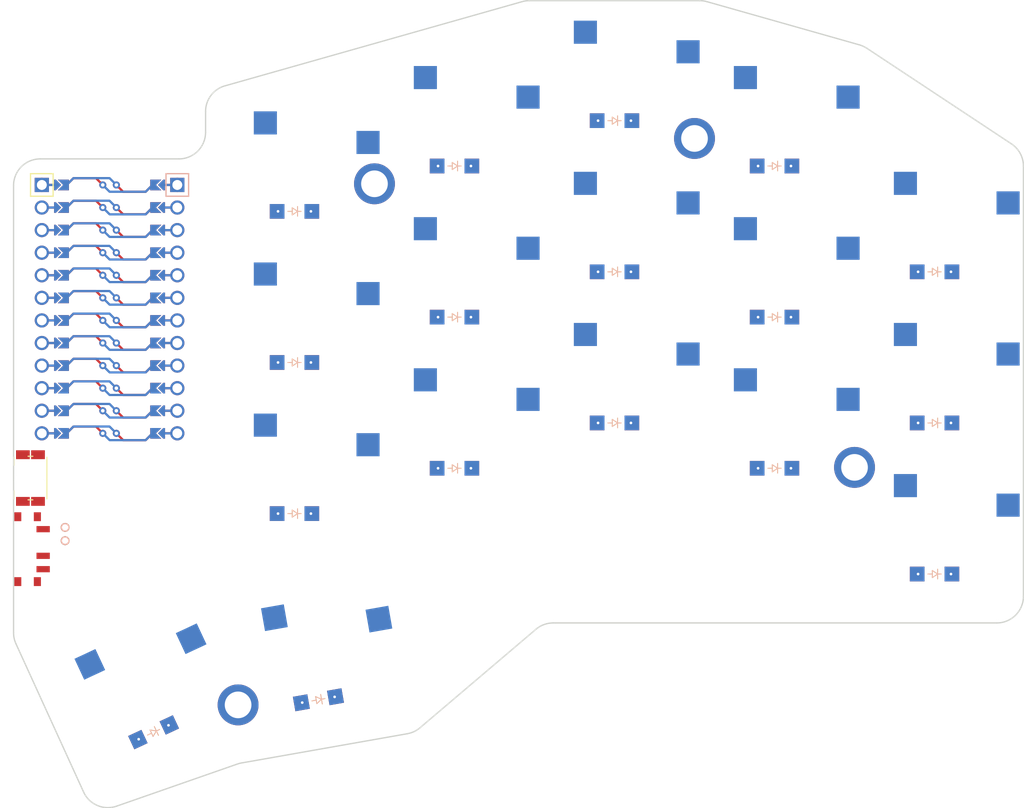
<source format=kicad_pcb>

            
(kicad_pcb (version 20171130) (host pcbnew 5.1.6)

  (page A3)
  (title_block
    (title crescentsplit_right)
    (rev 1.O)
    (company smchunn)
  )

  (general
    (thickness 1.6)
  )

  (layers
    (0 F.Cu signal)
    (31 B.Cu signal)
    (32 B.Adhes user)
    (33 F.Adhes user)
    (34 B.Paste user)
    (35 F.Paste user)
    (36 B.SilkS user)
    (37 F.SilkS user)
    (38 B.Mask user)
    (39 F.Mask user)
    (40 Dwgs.User user)
    (41 Cmts.User user)
    (42 Eco1.User user)
    (43 Eco2.User user)
    (44 Edge.Cuts user)
    (45 Margin user)
    (46 B.CrtYd user)
    (47 F.CrtYd user)
    (48 B.Fab user)
    (49 F.Fab user)
  )

  (setup
    (last_trace_width 0.25)
    (trace_clearance 0.2)
    (zone_clearance 0.508)
    (zone_45_only no)
    (trace_min 0.2)
    (via_size 0.8)
    (via_drill 0.4)
    (via_min_size 0.4)
    (via_min_drill 0.3)
    (uvia_size 0.3)
    (uvia_drill 0.1)
    (uvias_allowed no)
    (uvia_min_size 0.2)
    (uvia_min_drill 0.1)
    (edge_width 0.05)
    (segment_width 0.2)
    (pcb_text_width 0.3)
    (pcb_text_size 1.5 1.5)
    (mod_edge_width 0.12)
    (mod_text_size 1 1)
    (mod_text_width 0.15)
    (pad_size 1.524 1.524)
    (pad_drill 0.762)
    (pad_to_mask_clearance 0.05)
    (aux_axis_origin 0 0)
    (visible_elements FFFFFF7F)
    (pcbplotparams
      (layerselection 0x010fc_ffffffff)
      (usegerberextensions false)
      (usegerberattributes true)
      (usegerberadvancedattributes true)
      (creategerberjobfile true)
      (excludeedgelayer true)
      (linewidth 0.100000)
      (plotframeref false)
      (viasonmask false)
      (mode 1)
      (useauxorigin false)
      (hpglpennumber 1)
      (hpglpenspeed 20)
      (hpglpendiameter 15.000000)
      (psnegative false)
      (psa4output false)
      (plotreference true)
      (plotvalue true)
      (plotinvisibletext false)
      (padsonsilk false)
      (subtractmaskfromsilk false)
      (outputformat 1)
      (mirror false)
      (drillshape 1)
      (scaleselection 1)
      (outputdirectory ""))
  )

            (net 0 "")
(net 1 "RAW")
(net 2 "GND")
(net 3 "RST")
(net 4 "VCC")
(net 5 "P21")
(net 6 "P20")
(net 7 "P19")
(net 8 "P18")
(net 9 "P15")
(net 10 "P14")
(net 11 "P16")
(net 12 "P10")
(net 13 "P1")
(net 14 "P0")
(net 15 "P2")
(net 16 "P3")
(net 17 "P4")
(net 18 "P5")
(net 19 "P6")
(net 20 "P7")
(net 21 "P8")
(net 22 "P9")
(net 23 "pos")
(net 24 "mirror_pinky_bottom")
(net 25 "mirror_pinky_home")
(net 26 "mirror_pinky_top")
(net 27 "mirror_ring_bottom")
(net 28 "mirror_ring_home")
(net 29 "mirror_ring_top")
(net 30 "mirror_middle_bottom")
(net 31 "mirror_middle_home")
(net 32 "mirror_middle_top")
(net 33 "mirror_index_bottom")
(net 34 "mirror_index_home")
(net 35 "mirror_index_top")
(net 36 "mirror_inner_bottom")
(net 37 "mirror_inner_home")
(net 38 "mirror_inner_top")
(net 39 "mirror_index_thome")
(net 40 "mirror_inner_thome")
            
  (net_class Default "This is the default net class."
    (clearance 0.2)
    (trace_width 0.25)
    (via_dia 0.8)
    (via_drill 0.4)
    (uvia_dia 0.3)
    (uvia_drill 0.1)
    (add_net "")
(add_net "RAW")
(add_net "GND")
(add_net "RST")
(add_net "VCC")
(add_net "P21")
(add_net "P20")
(add_net "P19")
(add_net "P18")
(add_net "P15")
(add_net "P14")
(add_net "P16")
(add_net "P10")
(add_net "P1")
(add_net "P0")
(add_net "P2")
(add_net "P3")
(add_net "P4")
(add_net "P5")
(add_net "P6")
(add_net "P7")
(add_net "P8")
(add_net "P9")
(add_net "pos")
(add_net "mirror_pinky_bottom")
(add_net "mirror_pinky_home")
(add_net "mirror_pinky_top")
(add_net "mirror_ring_bottom")
(add_net "mirror_ring_home")
(add_net "mirror_ring_top")
(add_net "mirror_middle_bottom")
(add_net "mirror_middle_home")
(add_net "mirror_middle_top")
(add_net "mirror_index_bottom")
(add_net "mirror_index_home")
(add_net "mirror_index_top")
(add_net "mirror_inner_bottom")
(add_net "mirror_inner_home")
(add_net "mirror_inner_top")
(add_net "mirror_index_thome")
(add_net "mirror_inner_thome")
  )

            
    (module ProMicro (layer F.Cu) (tedit 6135B927)
      (at 141.2 -25.8 -90)

    
    (descr "Solder-jumper reversible Pro Micro footprint")
    (tags "promicro ProMicro reversible solder jumper")
    (fp_text reference "MCU1" (at -16.256 -0.254 0) (layer F.SilkS) hide
      (effects (font (size 1 1) (thickness 0.15)))
    )

    
    (fp_line (start -15.24 6.35) (end -12.7 6.35) (layer F.SilkS) (width 0.15))
    (fp_line (start -15.24 6.35) (end -15.24 8.89) (layer F.SilkS) (width 0.15))
    (fp_line (start -12.7 6.35) (end -12.7 8.89) (layer F.SilkS) (width 0.15))
    (fp_line (start -12.7 8.89) (end -15.24 8.89) (layer F.SilkS) (width 0.15))
    (fp_line (start -15.24 -6.35) (end -12.7 -6.35) (layer B.SilkS) (width 0.15))
    (fp_line (start -15.24 -6.35) (end -15.24 -8.89) (layer B.SilkS) (width 0.15))
    (fp_line (start -12.7 -6.35) (end -12.7 -8.89) (layer B.SilkS) (width 0.15))
    (fp_line (start -12.7 -8.89) (end -15.24 -8.89) (layer B.SilkS) (width 0.15))

    
    (fp_line (start -19.304 -3.81) (end -14.224 -3.81) (layer Dwgs.User) (width 0.15))
    (fp_line (start -19.304 3.81) (end -19.304 -3.81) (layer Dwgs.User) (width 0.15))
    (fp_line (start -14.224 3.81) (end -19.304 3.81) (layer Dwgs.User) (width 0.15))
    (fp_line (start -14.224 -3.81) (end -14.224 3.81) (layer Dwgs.User) (width 0.15))

    (fp_circle (center 13.97 0.762) (end 14.095 0.762) (layer B.Mask) (width 0.25))
    (fp_circle (center 13.97 0.762) (end 14.095 0.762) (layer F.Mask) (width 0.25))
    (fp_circle (center 13.97 -0.762) (end 14.095 -0.762) (layer B.Mask) (width 0.25))
    (fp_circle (center 13.97 -0.762) (end 14.095 -0.762) (layer F.Mask) (width 0.25))
    (fp_circle (center 11.43 0.762) (end 11.555 0.762) (layer B.Mask) (width 0.25))
    (fp_circle (center 11.43 0.762) (end 11.555 0.762) (layer F.Mask) (width 0.25))
    (fp_circle (center 11.43 -0.762) (end 11.555 -0.762) (layer B.Mask) (width 0.25))
    (fp_circle (center 11.43 -0.762) (end 11.555 -0.762) (layer F.Mask) (width 0.25))
    (fp_circle (center 8.89 0.762) (end 9.015 0.762) (layer B.Mask) (width 0.25))
    (fp_circle (center 8.89 0.762) (end 9.015 0.762) (layer F.Mask) (width 0.25))
    (fp_circle (center 8.89 -0.762) (end 9.015 -0.762) (layer B.Mask) (width 0.25))
    (fp_circle (center 8.89 -0.762) (end 9.015 -0.762) (layer F.Mask) (width 0.25))
    (fp_circle (center 6.35 0.762) (end 6.475 0.762) (layer B.Mask) (width 0.25))
    (fp_circle (center 6.35 0.762) (end 6.475 0.762) (layer F.Mask) (width 0.25))
    (fp_circle (center 6.35 -0.762) (end 6.475 -0.762) (layer B.Mask) (width 0.25))
    (fp_circle (center 6.35 -0.762) (end 6.475 -0.762) (layer F.Mask) (width 0.25))
    (fp_circle (center 3.81 0.762) (end 3.935 0.762) (layer B.Mask) (width 0.25))
    (fp_circle (center 3.81 0.762) (end 3.935 0.762) (layer F.Mask) (width 0.25))
    (fp_circle (center 3.81 -0.762) (end 3.935 -0.762) (layer B.Mask) (width 0.25))
    (fp_circle (center 3.81 -0.762) (end 3.935 -0.762) (layer F.Mask) (width 0.25))
    (fp_circle (center 1.27 0.762) (end 1.395 0.762) (layer B.Mask) (width 0.25))
    (fp_circle (center 1.27 0.762) (end 1.395 0.762) (layer F.Mask) (width 0.25))
    (fp_circle (center 1.27 -0.762) (end 1.395 -0.762) (layer B.Mask) (width 0.25))
    (fp_circle (center 1.27 -0.762) (end 1.395 -0.762) (layer F.Mask) (width 0.25))
    (fp_circle (center -1.27 0.762) (end -1.145 0.762) (layer B.Mask) (width 0.25))
    (fp_circle (center -1.27 0.762) (end -1.145 0.762) (layer F.Mask) (width 0.25))
    (fp_circle (center -1.27 -0.762) (end -1.145 -0.762) (layer B.Mask) (width 0.25))
    (fp_circle (center -1.27 -0.762) (end -1.145 -0.762) (layer F.Mask) (width 0.25))
    (fp_circle (center -3.81 0.762) (end -3.685 0.762) (layer B.Mask) (width 0.25))
    (fp_circle (center -3.81 0.762) (end -3.685 0.762) (layer F.Mask) (width 0.25))
    (fp_circle (center -3.81 -0.762) (end -3.685 -0.762) (layer B.Mask) (width 0.25))
    (fp_circle (center -3.81 -0.762) (end -3.685 -0.762) (layer F.Mask) (width 0.25))
    (fp_circle (center -6.35 0.762) (end -6.225 0.762) (layer B.Mask) (width 0.25))
    (fp_circle (center -6.35 0.762) (end -6.225 0.762) (layer F.Mask) (width 0.25))
    (fp_circle (center -6.35 -0.762) (end -6.225 -0.762) (layer B.Mask) (width 0.25))
    (fp_circle (center -6.35 -0.762) (end -6.225 -0.762) (layer F.Mask) (width 0.25))
    (fp_circle (center -8.89 0.762) (end -8.765 0.762) (layer B.Mask) (width 0.25))
    (fp_circle (center -8.89 0.762) (end -8.765 0.762) (layer F.Mask) (width 0.25))
    (fp_circle (center -8.89 -0.762) (end -8.765 -0.762) (layer B.Mask) (width 0.25))
    (fp_circle (center -8.89 -0.762) (end -8.765 -0.762) (layer F.Mask) (width 0.25))
    (fp_circle (center -11.43 -0.762) (end -11.305 -0.762) (layer B.Mask) (width 0.25))
    (fp_circle (center -11.43 -0.762) (end -11.305 -0.762) (layer F.Mask) (width 0.25))
    (fp_circle (center -11.43 0.762) (end -11.305 0.762) (layer B.Mask) (width 0.25))
    (fp_circle (center -11.43 0.762) (end -11.305 0.762) (layer F.Mask) (width 0.25))
    (fp_circle (center -13.97 0.762) (end -13.845 0.762) (layer B.Mask) (width 0.25))
    (fp_circle (center -13.97 0.762) (end -13.845 0.762) (layer F.Mask) (width 0.25))
    (fp_circle (center -13.97 -0.762) (end -13.845 -0.762) (layer B.Mask) (width 0.25))
    (fp_circle (center -13.97 -0.762) (end -13.845 -0.762) (layer F.Mask) (width 0.25))
    (fp_poly (pts (xy 14.478 -5.08) (xy 13.462 -5.08) (xy 13.462 -6.096) (xy 14.478 -6.096)) (layer B.Mask) (width 0.1))
    (fp_poly (pts (xy 11.938 -5.08) (xy 10.922 -5.08) (xy 10.922 -6.096) (xy 11.938 -6.096)) (layer B.Mask) (width 0.1))
    (fp_poly (pts (xy 9.398 -5.08) (xy 8.382 -5.08) (xy 8.382 -6.096) (xy 9.398 -6.096)) (layer B.Mask) (width 0.1))
    (fp_poly (pts (xy 6.858 -5.08) (xy 5.842 -5.08) (xy 5.842 -6.096) (xy 6.858 -6.096)) (layer B.Mask) (width 0.1))
    (fp_poly (pts (xy 4.318 -5.08) (xy 3.302 -5.08) (xy 3.302 -6.096) (xy 4.318 -6.096)) (layer B.Mask) (width 0.1))
    (fp_poly (pts (xy 1.778 -5.08) (xy 0.762 -5.08) (xy 0.762 -6.096) (xy 1.778 -6.096)) (layer B.Mask) (width 0.1))
    (fp_poly (pts (xy -0.762 -5.08) (xy -1.778 -5.08) (xy -1.778 -6.096) (xy -0.762 -6.096)) (layer B.Mask) (width 0.1))
    (fp_poly (pts (xy -3.302 -5.08) (xy -4.318 -5.08) (xy -4.318 -6.096) (xy -3.302 -6.096)) (layer B.Mask) (width 0.1))
    (fp_poly (pts (xy -5.842 -5.08) (xy -6.858 -5.08) (xy -6.858 -6.096) (xy -5.842 -6.096)) (layer B.Mask) (width 0.1))
    (fp_poly (pts (xy -8.382 -5.08) (xy -9.398 -5.08) (xy -9.398 -6.096) (xy -8.382 -6.096)) (layer B.Mask) (width 0.1))
    (fp_poly (pts (xy -10.922 -5.08) (xy -11.938 -5.08) (xy -11.938 -6.096) (xy -10.922 -6.096)) (layer B.Mask) (width 0.1))
    (fp_poly (pts (xy -13.462 -5.08) (xy -14.478 -5.08) (xy -14.478 -6.096) (xy -13.462 -6.096)) (layer B.Mask) (width 0.1))
    (fp_poly (pts (xy 13.462 5.08) (xy 14.478 5.08) (xy 14.478 6.096) (xy 13.462 6.096)) (layer B.Mask) (width 0.1))
    (fp_poly (pts (xy 10.922 5.08) (xy 11.938 5.08) (xy 11.938 6.096) (xy 10.922 6.096)) (layer B.Mask) (width 0.1))
    (fp_poly (pts (xy 8.382 5.08) (xy 9.398 5.08) (xy 9.398 6.096) (xy 8.382 6.096)) (layer B.Mask) (width 0.1))
    (fp_poly (pts (xy 5.842 5.08) (xy 6.858 5.08) (xy 6.858 6.096) (xy 5.842 6.096)) (layer B.Mask) (width 0.1))
    (fp_poly (pts (xy 3.302 5.08) (xy 4.318 5.08) (xy 4.318 6.096) (xy 3.302 6.096)) (layer B.Mask) (width 0.1))
    (fp_poly (pts (xy 0.762 5.08) (xy 1.778 5.08) (xy 1.778 6.096) (xy 0.762 6.096)) (layer B.Mask) (width 0.1))
    (fp_poly (pts (xy -1.778 5.08) (xy -0.762 5.08) (xy -0.762 6.096) (xy -1.778 6.096)) (layer B.Mask) (width 0.1))
    (fp_poly (pts (xy -4.318 5.08) (xy -3.302 5.08) (xy -3.302 6.096) (xy -4.318 6.096)) (layer B.Mask) (width 0.1))
    (fp_poly (pts (xy -6.858 5.08) (xy -5.842 5.08) (xy -5.842 6.096) (xy -6.858 6.096)) (layer B.Mask) (width 0.1))
    (fp_poly (pts (xy -9.398 5.08) (xy -8.382 5.08) (xy -8.382 6.096) (xy -9.398 6.096)) (layer B.Mask) (width 0.1))
    (fp_poly (pts (xy -11.938 5.08) (xy -10.922 5.08) (xy -10.922 6.096) (xy -11.938 6.096)) (layer B.Mask) (width 0.1))
    (fp_poly (pts (xy -14.478 5.08) (xy -13.462 5.08) (xy -13.462 6.096) (xy -14.478 6.096)) (layer B.Mask) (width 0.1))
    (fp_poly (pts (xy -13.462 -5.08) (xy -14.478 -5.08) (xy -14.478 -6.096) (xy -13.462 -6.096)) (layer F.Mask) (width 0.1))
    (fp_poly (pts (xy 1.778 -5.08) (xy 0.762 -5.08) (xy 0.762 -6.096) (xy 1.778 -6.096)) (layer F.Mask) (width 0.1))
    (fp_poly (pts (xy -10.922 -5.08) (xy -11.938 -5.08) (xy -11.938 -6.096) (xy -10.922 -6.096)) (layer F.Mask) (width 0.1))
    (fp_poly (pts (xy -8.382 -5.08) (xy -9.398 -5.08) (xy -9.398 -6.096) (xy -8.382 -6.096)) (layer F.Mask) (width 0.1))
    (fp_poly (pts (xy -3.302 -5.08) (xy -4.318 -5.08) (xy -4.318 -6.096) (xy -3.302 -6.096)) (layer F.Mask) (width 0.1))
    (fp_poly (pts (xy -0.762 -5.08) (xy -1.778 -5.08) (xy -1.778 -6.096) (xy -0.762 -6.096)) (layer F.Mask) (width 0.1))
    (fp_poly (pts (xy 6.858 -5.08) (xy 5.842 -5.08) (xy 5.842 -6.096) (xy 6.858 -6.096)) (layer F.Mask) (width 0.1))
    (fp_poly (pts (xy 11.938 -5.08) (xy 10.922 -5.08) (xy 10.922 -6.096) (xy 11.938 -6.096)) (layer F.Mask) (width 0.1))
    (fp_poly (pts (xy -5.842 -5.08) (xy -6.858 -5.08) (xy -6.858 -6.096) (xy -5.842 -6.096)) (layer F.Mask) (width 0.1))
    (fp_poly (pts (xy 4.318 -5.08) (xy 3.302 -5.08) (xy 3.302 -6.096) (xy 4.318 -6.096)) (layer F.Mask) (width 0.1))
    (fp_poly (pts (xy 9.398 -5.08) (xy 8.382 -5.08) (xy 8.382 -6.096) (xy 9.398 -6.096)) (layer F.Mask) (width 0.1))
    (fp_poly (pts (xy 14.478 -5.08) (xy 13.462 -5.08) (xy 13.462 -6.096) (xy 14.478 -6.096)) (layer F.Mask) (width 0.1))
    (fp_poly (pts (xy 13.462 5.08) (xy 14.478 5.08) (xy 14.478 6.096) (xy 13.462 6.096)) (layer F.Mask) (width 0.1))
    (fp_poly (pts (xy 10.922 5.08) (xy 11.938 5.08) (xy 11.938 6.096) (xy 10.922 6.096)) (layer F.Mask) (width 0.1))
    (fp_poly (pts (xy 8.382 5.08) (xy 9.398 5.08) (xy 9.398 6.096) (xy 8.382 6.096)) (layer F.Mask) (width 0.1))
    (fp_poly (pts (xy 5.842 5.08) (xy 6.858 5.08) (xy 6.858 6.096) (xy 5.842 6.096)) (layer F.Mask) (width 0.1))
    (fp_poly (pts (xy 3.302 5.08) (xy 4.318 5.08) (xy 4.318 6.096) (xy 3.302 6.096)) (layer F.Mask) (width 0.1))
    (fp_poly (pts (xy 0.762 5.08) (xy 1.778 5.08) (xy 1.778 6.096) (xy 0.762 6.096)) (layer F.Mask) (width 0.1))
    (fp_poly (pts (xy -1.778 5.08) (xy -0.762 5.08) (xy -0.762 6.096) (xy -1.778 6.096)) (layer F.Mask) (width 0.1))
    (fp_poly (pts (xy -4.318 5.08) (xy -3.302 5.08) (xy -3.302 6.096) (xy -4.318 6.096)) (layer F.Mask) (width 0.1))
    (fp_poly (pts (xy -6.858 5.08) (xy -5.842 5.08) (xy -5.842 6.096) (xy -6.858 6.096)) (layer F.Mask) (width 0.1))
    (fp_poly (pts (xy -9.398 5.08) (xy -8.382 5.08) (xy -8.382 6.096) (xy -9.398 6.096)) (layer F.Mask) (width 0.1))
    (fp_poly (pts (xy -11.938 5.08) (xy -10.922 5.08) (xy -10.922 6.096) (xy -11.938 6.096)) (layer F.Mask) (width 0.1))
    (fp_poly (pts (xy -14.478 5.08) (xy -13.462 5.08) (xy -13.462 6.096) (xy -14.478 6.096)) (layer F.Mask) (width 0.1))
    (pad 2 smd custom (at -11.43 -0.762 -90) (size 0.25 0.25) (layers F.Cu)
      (zone_connect 0)
      (options (clearance outline) (anchor circle))
      (primitives
        (gr_line (start 0 0) (end 0.766 -0.766) (width 0.25))
        (gr_line (start 0.766 -0.766) (end 0.766 -3.298) (width 0.25))
        (gr_line (start 0.766 -3.298) (end 0 -4.064) (width 0.25))
      ) (net 2 "GND"))
    (pad "" thru_hole circle (at -13.97 7.62) (size 1.6 1.6) (drill 1.1) (layers *.Cu *.Mask)
      (zone_connect 0))
    (pad "" thru_hole circle (at -11.43 7.62) (size 1.6 1.6) (drill 1.1) (layers *.Cu *.Mask))
    (pad "" thru_hole circle (at -8.89 7.62) (size 1.6 1.6) (drill 1.1) (layers *.Cu *.Mask))
    (pad "" thru_hole circle (at -6.35 7.62) (size 1.6 1.6) (drill 1.1) (layers *.Cu *.Mask))
    (pad "" thru_hole circle (at -3.81 7.62) (size 1.6 1.6) (drill 1.1) (layers *.Cu *.Mask))
    (pad "" thru_hole circle (at -1.27 7.62) (size 1.6 1.6) (drill 1.1) (layers *.Cu *.Mask))
    (pad "" thru_hole circle (at 1.27 7.62) (size 1.6 1.6) (drill 1.1) (layers *.Cu *.Mask))
    (pad "" thru_hole circle (at 3.81 7.62) (size 1.6 1.6) (drill 1.1) (layers *.Cu *.Mask))
    (pad "" thru_hole circle (at 6.35 7.62) (size 1.6 1.6) (drill 1.1) (layers *.Cu *.Mask))
    (pad "" thru_hole circle (at 8.89 7.62) (size 1.6 1.6) (drill 1.1) (layers *.Cu *.Mask))
    (pad "" thru_hole circle (at 11.43 7.62) (size 1.6 1.6) (drill 1.1) (layers *.Cu *.Mask))
    (pad "" thru_hole circle (at 13.97 7.62) (size 1.6 1.6) (drill 1.1) (layers *.Cu *.Mask))
    (pad "" thru_hole circle (at 13.97 -7.62) (size 1.6 1.6) (drill 1.1) (layers *.Cu *.Mask))
    (pad "" thru_hole circle (at 11.43 -7.62) (size 1.6 1.6) (drill 1.1) (layers *.Cu *.Mask))
    (pad "" thru_hole circle (at 8.89 -7.62) (size 1.6 1.6) (drill 1.1) (layers *.Cu *.Mask))
    (pad "" thru_hole circle (at 6.35 -7.62) (size 1.6 1.6) (drill 1.1) (layers *.Cu *.Mask))
    (pad "" thru_hole circle (at 3.81 -7.62) (size 1.6 1.6) (drill 1.1) (layers *.Cu *.Mask))
    (pad "" thru_hole circle (at 1.27 -7.62) (size 1.6 1.6) (drill 1.1) (layers *.Cu *.Mask))
    (pad "" thru_hole circle (at -1.27 -7.62) (size 1.6 1.6) (drill 1.1) (layers *.Cu *.Mask))
    (pad "" thru_hole circle (at -3.81 -7.62) (size 1.6 1.6) (drill 1.1) (layers *.Cu *.Mask))
    (pad "" thru_hole circle (at -6.35 -7.62) (size 1.6 1.6) (drill 1.1) (layers *.Cu *.Mask))
    (pad "" thru_hole circle (at -8.89 -7.62) (size 1.6 1.6) (drill 1.1) (layers *.Cu *.Mask))
    (pad "" thru_hole circle (at -11.43 -7.62) (size 1.6 1.6) (drill 1.1) (layers *.Cu *.Mask))
    (pad "" thru_hole circle (at -13.97 -7.62) (size 1.6 1.6) (drill 1.1) (layers *.Cu *.Mask))
    (pad "" smd custom (at -13.97 5.842 90) (size 0.1 0.1) (layers F.Cu F.Mask)
      (clearance 0.1) (zone_connect 0)
      (options (clearance outline) (anchor rect))
      (primitives
        (gr_poly (pts
          (xy 0.6 -0.4) (xy -0.6 -0.4) (xy -0.6 -0.2) (xy 0 0.4) (xy 0.6 -0.2)
  ) (width 0))
      ))
    (pad 24 smd custom (at -13.97 4.826 90) (size 1.2 0.5) (layers F.Cu F.Mask) (net 13 "P1")
      (clearance 0.1) (zone_connect 0)
      (options (clearance outline) (anchor rect))
      (primitives
        (gr_poly (pts
          (xy 0.6 0) (xy -0.6 0) (xy -0.6 -1) (xy 0 -0.4) (xy 0.6 -1)
  ) (width 0))
      ))
    (pad "" smd custom (at -13.97 6.35 90) (size 0.25 1) (layers F.Cu)
      (zone_connect 0)
      (options (clearance outline) (anchor rect))
      (primitives
      ))
    (pad "" thru_hole rect (at -13.97 7.62 -90) (size 1.6 1.6) (drill 1.1) (layers F.Cu F.Mask)
      (zone_connect 0))
    (pad "" thru_hole rect (at -13.97 -7.62 -90) (size 1.6 1.6) (drill 1.1) (layers B.Cu B.Mask)
      (zone_connect 0))
    (pad "" smd custom (at -11.43 6.35 90) (size 0.25 1) (layers F.Cu)
      (zone_connect 0)
      (options (clearance outline) (anchor rect))
      (primitives
      ))
    (pad "" smd custom (at -11.43 5.842 90) (size 0.1 0.1) (layers F.Cu F.Mask)
      (clearance 0.1) (zone_connect 0)
      (options (clearance outline) (anchor rect))
      (primitives
        (gr_poly (pts
          (xy 0.6 -0.4) (xy -0.6 -0.4) (xy -0.6 -0.2) (xy 0 0.4) (xy 0.6 -0.2)
  ) (width 0))
      ))
    (pad 23 smd custom (at -11.43 4.826 90) (size 1.2 0.5) (layers F.Cu F.Mask) (net 14 "P0")
      (clearance 0.1) (zone_connect 0)
      (options (clearance outline) (anchor rect))
      (primitives
        (gr_poly (pts
          (xy 0.6 0) (xy -0.6 0) (xy -0.6 -1) (xy 0 -0.4) (xy 0.6 -1)
  ) (width 0))
      ))
    (pad "" smd custom (at -8.89 6.35 90) (size 0.25 1) (layers F.Cu)
      (zone_connect 0)
      (options (clearance outline) (anchor rect))
      (primitives
      ))
    (pad "" smd custom (at -8.89 5.842 90) (size 0.1 0.1) (layers F.Cu F.Mask)
      (clearance 0.1) (zone_connect 0)
      (options (clearance outline) (anchor rect))
      (primitives
        (gr_poly (pts
          (xy 0.6 -0.4) (xy -0.6 -0.4) (xy -0.6 -0.2) (xy 0 0.4) (xy 0.6 -0.2)
  ) (width 0))
      ))
    (pad 22 smd custom (at -8.89 4.826 90) (size 1.2 0.5) (layers F.Cu F.Mask) (net 2 "GND")
      (clearance 0.1) (zone_connect 0)
      (options (clearance outline) (anchor rect))
      (primitives
        (gr_poly (pts
          (xy 0.6 0) (xy -0.6 0) (xy -0.6 -1) (xy 0 -0.4) (xy 0.6 -1)
  ) (width 0))
      ))
    (pad "" smd custom (at -6.35 6.35 90) (size 0.25 1) (layers F.Cu)
      (zone_connect 0)
      (options (clearance outline) (anchor rect))
      (primitives
      ))
    (pad "" smd custom (at -6.35 5.842 90) (size 0.1 0.1) (layers F.Cu F.Mask)
      (clearance 0.1) (zone_connect 0)
      (options (clearance outline) (anchor rect))
      (primitives
        (gr_poly (pts
          (xy 0.6 -0.4) (xy -0.6 -0.4) (xy -0.6 -0.2) (xy 0 0.4) (xy 0.6 -0.2)
  ) (width 0))
      ))
    (pad 21 smd custom (at -6.35 4.826 90) (size 1.2 0.5) (layers F.Cu F.Mask) (net 2 "GND")
      (clearance 0.1) (zone_connect 0)
      (options (clearance outline) (anchor rect))
      (primitives
        (gr_poly (pts
          (xy 0.6 0) (xy -0.6 0) (xy -0.6 -1) (xy 0 -0.4) (xy 0.6 -1)
  ) (width 0))
      ))
    (pad "" smd custom (at -3.81 6.35 90) (size 0.25 1) (layers F.Cu)
      (zone_connect 0)
      (options (clearance outline) (anchor rect))
      (primitives
      ))
    (pad "" smd custom (at -3.81 5.842 90) (size 0.1 0.1) (layers F.Cu F.Mask)
      (clearance 0.1) (zone_connect 0)
      (options (clearance outline) (anchor rect))
      (primitives
        (gr_poly (pts
          (xy 0.6 -0.4) (xy -0.6 -0.4) (xy -0.6 -0.2) (xy 0 0.4) (xy 0.6 -0.2)
  ) (width 0))
      ))
    (pad 20 smd custom (at -3.81 4.826 90) (size 1.2 0.5) (layers F.Cu F.Mask) (net 15 "P2")
      (clearance 0.1) (zone_connect 0)
      (options (clearance outline) (anchor rect))
      (primitives
        (gr_poly (pts
          (xy 0.6 0) (xy -0.6 0) (xy -0.6 -1) (xy 0 -0.4) (xy 0.6 -1)
  ) (width 0))
      ))
    (pad "" smd custom (at -1.27 6.35 90) (size 0.25 1) (layers F.Cu)
      (zone_connect 0)
      (options (clearance outline) (anchor rect))
      (primitives
      ))
    (pad "" smd custom (at -1.27 5.842 90) (size 0.1 0.1) (layers F.Cu F.Mask)
      (clearance 0.1) (zone_connect 0)
      (options (clearance outline) (anchor rect))
      (primitives
        (gr_poly (pts
          (xy 0.6 -0.4) (xy -0.6 -0.4) (xy -0.6 -0.2) (xy 0 0.4) (xy 0.6 -0.2)
  ) (width 0))
      ))
    (pad 19 smd custom (at -1.27 4.826 90) (size 1.2 0.5) (layers F.Cu F.Mask) (net 16 "P3")
      (clearance 0.1) (zone_connect 0)
      (options (clearance outline) (anchor rect))
      (primitives
        (gr_poly (pts
          (xy 0.6 0) (xy -0.6 0) (xy -0.6 -1) (xy 0 -0.4) (xy 0.6 -1)
  ) (width 0))
      ))
    (pad "" smd custom (at 1.27 6.35 90) (size 0.25 1) (layers F.Cu)
      (zone_connect 0)
      (options (clearance outline) (anchor rect))
      (primitives
      ))
    (pad "" smd custom (at 1.27 5.842 90) (size 0.1 0.1) (layers F.Cu F.Mask)
      (clearance 0.1) (zone_connect 0)
      (options (clearance outline) (anchor rect))
      (primitives
        (gr_poly (pts
          (xy 0.6 -0.4) (xy -0.6 -0.4) (xy -0.6 -0.2) (xy 0 0.4) (xy 0.6 -0.2)
  ) (width 0))
      ))
    (pad 18 smd custom (at 1.27 4.826 90) (size 1.2 0.5) (layers F.Cu F.Mask) (net 17 "P4")
      (clearance 0.1) (zone_connect 0)
      (options (clearance outline) (anchor rect))
      (primitives
        (gr_poly (pts
          (xy 0.6 0) (xy -0.6 0) (xy -0.6 -1) (xy 0 -0.4) (xy 0.6 -1)
  ) (width 0))
      ))
    (pad "" smd custom (at 3.81 6.35 90) (size 0.25 1) (layers F.Cu)
      (zone_connect 0)
      (options (clearance outline) (anchor rect))
      (primitives
      ))
    (pad "" smd custom (at 3.81 5.842 90) (size 0.1 0.1) (layers F.Cu F.Mask)
      (clearance 0.1) (zone_connect 0)
      (options (clearance outline) (anchor rect))
      (primitives
        (gr_poly (pts
          (xy 0.6 -0.4) (xy -0.6 -0.4) (xy -0.6 -0.2) (xy 0 0.4) (xy 0.6 -0.2)
  ) (width 0))
      ))
    (pad 17 smd custom (at 3.81 4.826 90) (size 1.2 0.5) (layers F.Cu F.Mask) (net 18 "P5")
      (clearance 0.1) (zone_connect 0)
      (options (clearance outline) (anchor rect))
      (primitives
        (gr_poly (pts
          (xy 0.6 0) (xy -0.6 0) (xy -0.6 -1) (xy 0 -0.4) (xy 0.6 -1)
  ) (width 0))
      ))
    (pad "" smd custom (at 6.35 6.35 90) (size 0.25 1) (layers F.Cu)
      (zone_connect 0)
      (options (clearance outline) (anchor rect))
      (primitives
      ))
    (pad "" smd custom (at 6.35 5.842 90) (size 0.1 0.1) (layers F.Cu F.Mask)
      (clearance 0.1) (zone_connect 0)
      (options (clearance outline) (anchor rect))
      (primitives
        (gr_poly (pts
          (xy 0.6 -0.4) (xy -0.6 -0.4) (xy -0.6 -0.2) (xy 0 0.4) (xy 0.6 -0.2)
  ) (width 0))
      ))
    (pad 16 smd custom (at 6.35 4.826 90) (size 1.2 0.5) (layers F.Cu F.Mask) (net 19 "P6")
      (clearance 0.1) (zone_connect 0)
      (options (clearance outline) (anchor rect))
      (primitives
        (gr_poly (pts
          (xy 0.6 0) (xy -0.6 0) (xy -0.6 -1) (xy 0 -0.4) (xy 0.6 -1)
  ) (width 0))
      ))
    (pad "" smd custom (at 8.89 6.35 90) (size 0.25 1) (layers F.Cu)
      (zone_connect 0)
      (options (clearance outline) (anchor rect))
      (primitives
      ))
    (pad "" smd custom (at 8.89 5.842 90) (size 0.1 0.1) (layers F.Cu F.Mask)
      (clearance 0.1) (zone_connect 0)
      (options (clearance outline) (anchor rect))
      (primitives
        (gr_poly (pts
          (xy 0.6 -0.4) (xy -0.6 -0.4) (xy -0.6 -0.2) (xy 0 0.4) (xy 0.6 -0.2)
  ) (width 0))
      ))
    (pad 15 smd custom (at 8.89 4.826 90) (size 1.2 0.5) (layers F.Cu F.Mask) (net 20 "P7")
      (clearance 0.1) (zone_connect 0)
      (options (clearance outline) (anchor rect))
      (primitives
        (gr_poly (pts
          (xy 0.6 0) (xy -0.6 0) (xy -0.6 -1) (xy 0 -0.4) (xy 0.6 -1)
  ) (width 0))
      ))
    (pad "" smd custom (at 11.43 6.35 90) (size 0.25 1) (layers F.Cu)
      (zone_connect 0)
      (options (clearance outline) (anchor rect))
      (primitives
      ))
    (pad "" smd custom (at 11.43 5.842 90) (size 0.1 0.1) (layers F.Cu F.Mask)
      (clearance 0.1) (zone_connect 0)
      (options (clearance outline) (anchor rect))
      (primitives
        (gr_poly (pts
          (xy 0.6 -0.4) (xy -0.6 -0.4) (xy -0.6 -0.2) (xy 0 0.4) (xy 0.6 -0.2)
  ) (width 0))
      ))
    (pad 14 smd custom (at 11.43 4.826 90) (size 1.2 0.5) (layers F.Cu F.Mask) (net 21 "P8")
      (clearance 0.1) (zone_connect 0)
      (options (clearance outline) (anchor rect))
      (primitives
        (gr_poly (pts
          (xy 0.6 0) (xy -0.6 0) (xy -0.6 -1) (xy 0 -0.4) (xy 0.6 -1)
  ) (width 0))
      ))
    (pad "" smd custom (at 13.97 6.35 90) (size 0.25 1) (layers F.Cu)
      (zone_connect 0)
      (options (clearance outline) (anchor rect))
      (primitives
      ))
    (pad "" smd custom (at 13.97 5.842 90) (size 0.1 0.1) (layers F.Cu F.Mask)
      (clearance 0.1) (zone_connect 0)
      (options (clearance outline) (anchor rect))
      (primitives
        (gr_poly (pts
          (xy 0.6 -0.4) (xy -0.6 -0.4) (xy -0.6 -0.2) (xy 0 0.4) (xy 0.6 -0.2)
  ) (width 0))
      ))
    (pad 13 smd custom (at 13.97 4.826 90) (size 1.2 0.5) (layers F.Cu F.Mask) (net 22 "P9")
      (clearance 0.1) (zone_connect 0)
      (options (clearance outline) (anchor rect))
      (primitives
        (gr_poly (pts
          (xy 0.6 0) (xy -0.6 0) (xy -0.6 -1) (xy 0 -0.4) (xy 0.6 -1)
  ) (width 0))
      ))
    (pad 1 smd custom (at -13.97 -4.826 -90) (size 1.2 0.5) (layers F.Cu F.Mask) (net 1 "RAW")
      (clearance 0.1) (zone_connect 0)
      (options (clearance outline) (anchor rect))
      (primitives
        (gr_poly (pts
          (xy 0.6 0) (xy -0.6 0) (xy -0.6 -1) (xy 0 -0.4) (xy 0.6 -1)
  ) (width 0))
      ))
    (pad 3 smd custom (at -8.89 -4.826 -90) (size 1.2 0.5) (layers F.Cu F.Mask) (net 3 "RST")
      (clearance 0.1) (zone_connect 0)
      (options (clearance outline) (anchor rect))
      (primitives
        (gr_poly (pts
          (xy 0.6 0) (xy -0.6 0) (xy -0.6 -1) (xy 0 -0.4) (xy 0.6 -1)
  ) (width 0))
      ))
    (pad "" smd custom (at -8.89 -6.35 -90) (size 0.25 1) (layers F.Cu)
      (zone_connect 0)
      (options (clearance outline) (anchor rect))
      (primitives
      ))
    (pad "" smd custom (at -8.89 -5.842 -90) (size 0.1 0.1) (layers F.Cu F.Mask)
      (clearance 0.1) (zone_connect 0)
      (options (clearance outline) (anchor rect))
      (primitives
        (gr_poly (pts
          (xy 0.6 -0.4) (xy -0.6 -0.4) (xy -0.6 -0.2) (xy 0 0.4) (xy 0.6 -0.2)
  ) (width 0))
      ))
    (pad "" smd custom (at -13.97 -5.842 -90) (size 0.1 0.1) (layers F.Cu F.Mask)
      (clearance 0.1) (zone_connect 0)
      (options (clearance outline) (anchor rect))
      (primitives
        (gr_poly (pts
          (xy 0.6 -0.4) (xy -0.6 -0.4) (xy -0.6 -0.2) (xy 0 0.4) (xy 0.6 -0.2)
  ) (width 0))
      ))
    (pad "" smd custom (at -11.43 -6.35 -90) (size 0.25 1) (layers F.Cu)
      (zone_connect 0)
      (options (clearance outline) (anchor rect))
      (primitives
      ))
    (pad 2 smd custom (at -11.43 -4.826 -90) (size 1.2 0.5) (layers F.Cu F.Mask) (net 2 "GND")
      (clearance 0.1) (zone_connect 0)
      (options (clearance outline) (anchor rect))
      (primitives
        (gr_poly (pts
          (xy 0.6 0) (xy -0.6 0) (xy -0.6 -1) (xy 0 -0.4) (xy 0.6 -1)
  ) (width 0))
      ))
    (pad "" smd custom (at -13.97 -6.35 -90) (size 0.25 1) (layers F.Cu)
      (zone_connect 0)
      (options (clearance outline) (anchor rect))
      (primitives
      ))
    (pad 4 smd custom (at -6.35 -4.826 -90) (size 1.2 0.5) (layers F.Cu F.Mask) (net 4 "VCC")
      (clearance 0.1) (zone_connect 0)
      (options (clearance outline) (anchor rect))
      (primitives
        (gr_poly (pts
          (xy 0.6 0) (xy -0.6 0) (xy -0.6 -1) (xy 0 -0.4) (xy 0.6 -1)
  ) (width 0))
      ))
    (pad "" smd custom (at -11.43 -5.842 -90) (size 0.1 0.1) (layers F.Cu F.Mask)
      (clearance 0.1) (zone_connect 0)
      (options (clearance outline) (anchor rect))
      (primitives
        (gr_poly (pts
          (xy 0.6 -0.4) (xy -0.6 -0.4) (xy -0.6 -0.2) (xy 0 0.4) (xy 0.6 -0.2)
  ) (width 0))
      ))
    (pad "" smd custom (at -6.35 -5.842 -90) (size 0.1 0.1) (layers F.Cu F.Mask)
      (clearance 0.1) (zone_connect 0)
      (options (clearance outline) (anchor rect))
      (primitives
        (gr_poly (pts
          (xy 0.6 -0.4) (xy -0.6 -0.4) (xy -0.6 -0.2) (xy 0 0.4) (xy 0.6 -0.2)
  ) (width 0))
      ))
    (pad 6 smd custom (at -1.27 -4.826 -90) (size 1.2 0.5) (layers F.Cu F.Mask) (net 6 "P20")
      (clearance 0.1) (zone_connect 0)
      (options (clearance outline) (anchor rect))
      (primitives
        (gr_poly (pts
          (xy 0.6 0) (xy -0.6 0) (xy -0.6 -1) (xy 0 -0.4) (xy 0.6 -1)
  ) (width 0))
      ))
    (pad 7 smd custom (at 1.27 -4.826 -90) (size 1.2 0.5) (layers F.Cu F.Mask) (net 7 "P19")
      (clearance 0.1) (zone_connect 0)
      (options (clearance outline) (anchor rect))
      (primitives
        (gr_poly (pts
          (xy 0.6 0) (xy -0.6 0) (xy -0.6 -1) (xy 0 -0.4) (xy 0.6 -1)
  ) (width 0))
      ))
    (pad "" smd custom (at 13.97 -6.35 -90) (size 0.25 1) (layers F.Cu)
      (zone_connect 0)
      (options (clearance outline) (anchor rect))
      (primitives
      ))
    (pad "" smd custom (at 1.27 -5.842 -90) (size 0.1 0.1) (layers F.Cu F.Mask)
      (clearance 0.1) (zone_connect 0)
      (options (clearance outline) (anchor rect))
      (primitives
        (gr_poly (pts
          (xy 0.6 -0.4) (xy -0.6 -0.4) (xy -0.6 -0.2) (xy 0 0.4) (xy 0.6 -0.2)
  ) (width 0))
      ))
    (pad "" smd custom (at 8.89 -6.35 -90) (size 0.25 1) (layers F.Cu)
      (zone_connect 0)
      (options (clearance outline) (anchor rect))
      (primitives
      ))
    (pad 8 smd custom (at 3.81 -4.826 -90) (size 1.2 0.5) (layers F.Cu F.Mask) (net 8 "P18")
      (clearance 0.1) (zone_connect 0)
      (options (clearance outline) (anchor rect))
      (primitives
        (gr_poly (pts
          (xy 0.6 0) (xy -0.6 0) (xy -0.6 -1) (xy 0 -0.4) (xy 0.6 -1)
  ) (width 0))
      ))
    (pad "" smd custom (at 1.27 -6.35 -90) (size 0.25 1) (layers F.Cu)
      (zone_connect 0)
      (options (clearance outline) (anchor rect))
      (primitives
      ))
    (pad 12 smd custom (at 13.97 -4.826 -90) (size 1.2 0.5) (layers F.Cu F.Mask) (net 12 "P10")
      (clearance 0.1) (zone_connect 0)
      (options (clearance outline) (anchor rect))
      (primitives
        (gr_poly (pts
          (xy 0.6 0) (xy -0.6 0) (xy -0.6 -1) (xy 0 -0.4) (xy 0.6 -1)
  ) (width 0))
      ))
    (pad "" smd custom (at 3.81 -5.842 -90) (size 0.1 0.1) (layers F.Cu F.Mask)
      (clearance 0.1) (zone_connect 0)
      (options (clearance outline) (anchor rect))
      (primitives
        (gr_poly (pts
          (xy 0.6 -0.4) (xy -0.6 -0.4) (xy -0.6 -0.2) (xy 0 0.4) (xy 0.6 -0.2)
  ) (width 0))
      ))
    (pad "" smd custom (at 6.35 -6.35 -90) (size 0.25 1) (layers F.Cu)
      (zone_connect 0)
      (options (clearance outline) (anchor rect))
      (primitives
      ))
    (pad "" smd custom (at 13.97 -5.842 -90) (size 0.1 0.1) (layers F.Cu F.Mask)
      (clearance 0.1) (zone_connect 0)
      (options (clearance outline) (anchor rect))
      (primitives
        (gr_poly (pts
          (xy 0.6 -0.4) (xy -0.6 -0.4) (xy -0.6 -0.2) (xy 0 0.4) (xy 0.6 -0.2)
  ) (width 0))
      ))
    (pad "" smd custom (at -3.81 -6.35 -90) (size 0.25 1) (layers F.Cu)
      (zone_connect 0)
      (options (clearance outline) (anchor rect))
      (primitives
      ))
    (pad "" smd custom (at 3.81 -6.35 -90) (size 0.25 1) (layers F.Cu)
      (zone_connect 0)
      (options (clearance outline) (anchor rect))
      (primitives
      ))
    (pad "" smd custom (at -1.27 -6.35 -90) (size 0.25 1) (layers F.Cu)
      (zone_connect 0)
      (options (clearance outline) (anchor rect))
      (primitives
      ))
    (pad 9 smd custom (at 6.35 -4.826 -90) (size 1.2 0.5) (layers F.Cu F.Mask) (net 9 "P15")
      (clearance 0.1) (zone_connect 0)
      (options (clearance outline) (anchor rect))
      (primitives
        (gr_poly (pts
          (xy 0.6 0) (xy -0.6 0) (xy -0.6 -1) (xy 0 -0.4) (xy 0.6 -1)
  ) (width 0))
      ))
    (pad "" smd custom (at -6.35 -6.35 -90) (size 0.25 1) (layers F.Cu)
      (zone_connect 0)
      (options (clearance outline) (anchor rect))
      (primitives
      ))
    (pad "" smd custom (at -3.81 -5.842 -90) (size 0.1 0.1) (layers F.Cu F.Mask)
      (clearance 0.1) (zone_connect 0)
      (options (clearance outline) (anchor rect))
      (primitives
        (gr_poly (pts
          (xy 0.6 -0.4) (xy -0.6 -0.4) (xy -0.6 -0.2) (xy 0 0.4) (xy 0.6 -0.2)
  ) (width 0))
      ))
    (pad "" smd custom (at -1.27 -5.842 -90) (size 0.1 0.1) (layers F.Cu F.Mask)
      (clearance 0.1) (zone_connect 0)
      (options (clearance outline) (anchor rect))
      (primitives
        (gr_poly (pts
          (xy 0.6 -0.4) (xy -0.6 -0.4) (xy -0.6 -0.2) (xy 0 0.4) (xy 0.6 -0.2)
  ) (width 0))
      ))
    (pad "" smd custom (at 6.35 -5.842 -90) (size 0.1 0.1) (layers F.Cu F.Mask)
      (clearance 0.1) (zone_connect 0)
      (options (clearance outline) (anchor rect))
      (primitives
        (gr_poly (pts
          (xy 0.6 -0.4) (xy -0.6 -0.4) (xy -0.6 -0.2) (xy 0 0.4) (xy 0.6 -0.2)
  ) (width 0))
      ))
    (pad 10 smd custom (at 8.89 -4.826 -90) (size 1.2 0.5) (layers F.Cu F.Mask) (net 10 "P14")
      (clearance 0.1) (zone_connect 0)
      (options (clearance outline) (anchor rect))
      (primitives
        (gr_poly (pts
          (xy 0.6 0) (xy -0.6 0) (xy -0.6 -1) (xy 0 -0.4) (xy 0.6 -1)
  ) (width 0))
      ))
    (pad "" smd custom (at 8.89 -5.842 -90) (size 0.1 0.1) (layers F.Cu F.Mask)
      (clearance 0.1) (zone_connect 0)
      (options (clearance outline) (anchor rect))
      (primitives
        (gr_poly (pts
          (xy 0.6 -0.4) (xy -0.6 -0.4) (xy -0.6 -0.2) (xy 0 0.4) (xy 0.6 -0.2)
  ) (width 0))
      ))
    (pad "" smd custom (at 11.43 -5.842 -90) (size 0.1 0.1) (layers F.Cu F.Mask)
      (clearance 0.1) (zone_connect 0)
      (options (clearance outline) (anchor rect))
      (primitives
        (gr_poly (pts
          (xy 0.6 -0.4) (xy -0.6 -0.4) (xy -0.6 -0.2) (xy 0 0.4) (xy 0.6 -0.2)
  ) (width 0))
      ))
    (pad 11 smd custom (at 11.43 -4.826 -90) (size 1.2 0.5) (layers F.Cu F.Mask) (net 11 "P16")
      (clearance 0.1) (zone_connect 0)
      (options (clearance outline) (anchor rect))
      (primitives
        (gr_poly (pts
          (xy 0.6 0) (xy -0.6 0) (xy -0.6 -1) (xy 0 -0.4) (xy 0.6 -1)
  ) (width 0))
      ))
    (pad "" smd custom (at 11.43 -6.35 -90) (size 0.25 1) (layers F.Cu)
      (zone_connect 0)
      (options (clearance outline) (anchor rect))
      (primitives
      ))
    (pad 5 smd custom (at -3.81 -4.826 -90) (size 1.2 0.5) (layers F.Cu F.Mask) (net 5 "P21")
      (clearance 0.1) (zone_connect 0)
      (options (clearance outline) (anchor rect))
      (primitives
        (gr_poly (pts
          (xy 0.6 0) (xy -0.6 0) (xy -0.6 -1) (xy 0 -0.4) (xy 0.6 -1)
  ) (width 0))
      ))
    (pad "" smd custom (at -13.97 6.35 90) (size 0.25 1) (layers B.Cu)
      (zone_connect 0)
      (options (clearance outline) (anchor rect))
      (primitives
      ))
    (pad 1 smd custom (at -13.97 4.826 90) (size 1.2 0.5) (layers B.Cu B.Mask) (net 1 "RAW")
      (clearance 0.1) (zone_connect 0)
      (options (clearance outline) (anchor rect))
      (primitives
        (gr_poly (pts
          (xy 0.6 0) (xy -0.6 0) (xy -0.6 -1) (xy 0 -0.4) (xy 0.6 -1)
  ) (width 0))
      ))
    (pad "" smd custom (at -13.97 5.842 90) (size 0.1 0.1) (layers B.Cu B.Mask)
      (clearance 0.1) (zone_connect 0)
      (options (clearance outline) (anchor rect))
      (primitives
        (gr_poly (pts
          (xy 0.6 -0.4) (xy -0.6 -0.4) (xy -0.6 -0.2) (xy 0 0.4) (xy 0.6 -0.2)
  ) (width 0))
      ))
    (pad "" smd custom (at -11.43 6.35 90) (size 0.25 1) (layers B.Cu)
      (zone_connect 0)
      (options (clearance outline) (anchor rect))
      (primitives
      ))
    (pad "" smd custom (at -11.43 5.842 90) (size 0.1 0.1) (layers B.Cu B.Mask)
      (clearance 0.1) (zone_connect 0)
      (options (clearance outline) (anchor rect))
      (primitives
        (gr_poly (pts
          (xy 0.6 -0.4) (xy -0.6 -0.4) (xy -0.6 -0.2) (xy 0 0.4) (xy 0.6 -0.2)
  ) (width 0))
      ))
    (pad 2 smd custom (at -11.43 4.826 90) (size 1.2 0.5) (layers B.Cu B.Mask)
      (clearance 0.1) (zone_connect 0)
      (options (clearance outline) (anchor rect))
      (primitives
        (gr_poly (pts
          (xy 0.6 0) (xy -0.6 0) (xy -0.6 -1) (xy 0 -0.4) (xy 0.6 -1)
  ) (width 0))
      ))
    (pad "" smd custom (at -8.89 6.35 90) (size 0.25 1) (layers B.Cu)
      (zone_connect 0)
      (options (clearance outline) (anchor rect))
      (primitives
      ))
    (pad "" smd custom (at -8.89 5.842 90) (size 0.1 0.1) (layers B.Cu B.Mask)
      (clearance 0.1) (zone_connect 0)
      (options (clearance outline) (anchor rect))
      (primitives
        (gr_poly (pts
          (xy 0.6 -0.4) (xy -0.6 -0.4) (xy -0.6 -0.2) (xy 0 0.4) (xy 0.6 -0.2)
  ) (width 0))
      ))
    (pad 3 smd custom (at -8.89 4.826 90) (size 1.2 0.5) (layers B.Cu B.Mask) (net 3 "RST")
      (clearance 0.1) (zone_connect 0)
      (options (clearance outline) (anchor rect))
      (primitives
        (gr_poly (pts
          (xy 0.6 0) (xy -0.6 0) (xy -0.6 -1) (xy 0 -0.4) (xy 0.6 -1)
  ) (width 0))
      ))
    (pad "" smd custom (at -6.35 6.35 90) (size 0.25 1) (layers B.Cu)
      (zone_connect 0)
      (options (clearance outline) (anchor rect))
      (primitives
      ))
    (pad "" smd custom (at -6.35 5.842 90) (size 0.1 0.1) (layers B.Cu B.Mask)
      (clearance 0.1) (zone_connect 0)
      (options (clearance outline) (anchor rect))
      (primitives
        (gr_poly (pts
          (xy 0.6 -0.4) (xy -0.6 -0.4) (xy -0.6 -0.2) (xy 0 0.4) (xy 0.6 -0.2)
  ) (width 0))
      ))
    (pad 4 smd custom (at -6.35 4.826 90) (size 1.2 0.5) (layers B.Cu B.Mask) (net 4 "VCC")
      (clearance 0.1) (zone_connect 0)
      (options (clearance outline) (anchor rect))
      (primitives
        (gr_poly (pts
          (xy 0.6 0) (xy -0.6 0) (xy -0.6 -1) (xy 0 -0.4) (xy 0.6 -1)
  ) (width 0))
      ))
    (pad "" smd custom (at -3.81 6.35 90) (size 0.25 1) (layers B.Cu)
      (zone_connect 0)
      (options (clearance outline) (anchor rect))
      (primitives
      ))
    (pad "" smd custom (at -3.81 5.842 90) (size 0.1 0.1) (layers B.Cu B.Mask)
      (clearance 0.1) (zone_connect 0)
      (options (clearance outline) (anchor rect))
      (primitives
        (gr_poly (pts
          (xy 0.6 -0.4) (xy -0.6 -0.4) (xy -0.6 -0.2) (xy 0 0.4) (xy 0.6 -0.2)
  ) (width 0))
      ))
    (pad 5 smd custom (at -3.81 4.826 90) (size 1.2 0.5) (layers B.Cu B.Mask) (net 5 "P21")
      (clearance 0.1) (zone_connect 0)
      (options (clearance outline) (anchor rect))
      (primitives
        (gr_poly (pts
          (xy 0.6 0) (xy -0.6 0) (xy -0.6 -1) (xy 0 -0.4) (xy 0.6 -1)
  ) (width 0))
      ))
    (pad "" smd custom (at -1.27 6.35 90) (size 0.25 1) (layers B.Cu)
      (zone_connect 0)
      (options (clearance outline) (anchor rect))
      (primitives
      ))
    (pad "" smd custom (at -1.27 5.842 90) (size 0.1 0.1) (layers B.Cu B.Mask)
      (clearance 0.1) (zone_connect 0)
      (options (clearance outline) (anchor rect))
      (primitives
        (gr_poly (pts
          (xy 0.6 -0.4) (xy -0.6 -0.4) (xy -0.6 -0.2) (xy 0 0.4) (xy 0.6 -0.2)
  ) (width 0))
      ))
    (pad 6 smd custom (at -1.27 4.826 90) (size 1.2 0.5) (layers B.Cu B.Mask) (net 6 "P20")
      (clearance 0.1) (zone_connect 0)
      (options (clearance outline) (anchor rect))
      (primitives
        (gr_poly (pts
          (xy 0.6 0) (xy -0.6 0) (xy -0.6 -1) (xy 0 -0.4) (xy 0.6 -1)
  ) (width 0))
      ))
    (pad "" smd custom (at 1.27 6.35 90) (size 0.25 1) (layers B.Cu)
      (zone_connect 0)
      (options (clearance outline) (anchor rect))
      (primitives
      ))
    (pad "" smd custom (at 1.27 5.842 90) (size 0.1 0.1) (layers B.Cu B.Mask)
      (clearance 0.1) (zone_connect 0)
      (options (clearance outline) (anchor rect))
      (primitives
        (gr_poly (pts
          (xy 0.6 -0.4) (xy -0.6 -0.4) (xy -0.6 -0.2) (xy 0 0.4) (xy 0.6 -0.2)
  ) (width 0))
      ))
    (pad 7 smd custom (at 1.27 4.826 90) (size 1.2 0.5) (layers B.Cu B.Mask) (net 7 "P19")
      (clearance 0.1) (zone_connect 0)
      (options (clearance outline) (anchor rect))
      (primitives
        (gr_poly (pts
          (xy 0.6 0) (xy -0.6 0) (xy -0.6 -1) (xy 0 -0.4) (xy 0.6 -1)
  ) (width 0))
      ))
    (pad "" smd custom (at 3.81 6.35 90) (size 0.25 1) (layers B.Cu)
      (zone_connect 0)
      (options (clearance outline) (anchor rect))
      (primitives
      ))
    (pad "" smd custom (at 3.81 5.842 90) (size 0.1 0.1) (layers B.Cu B.Mask)
      (clearance 0.1) (zone_connect 0)
      (options (clearance outline) (anchor rect))
      (primitives
        (gr_poly (pts
          (xy 0.6 -0.4) (xy -0.6 -0.4) (xy -0.6 -0.2) (xy 0 0.4) (xy 0.6 -0.2)
  ) (width 0))
      ))
    (pad 8 smd custom (at 3.81 4.826 90) (size 1.2 0.5) (layers B.Cu B.Mask) (net 8 "P18")
      (clearance 0.1) (zone_connect 0)
      (options (clearance outline) (anchor rect))
      (primitives
        (gr_poly (pts
          (xy 0.6 0) (xy -0.6 0) (xy -0.6 -1) (xy 0 -0.4) (xy 0.6 -1)
  ) (width 0))
      ))
    (pad "" smd custom (at 6.35 6.35 90) (size 0.25 1) (layers B.Cu)
      (zone_connect 0)
      (options (clearance outline) (anchor rect))
      (primitives
      ))
    (pad "" smd custom (at 6.35 5.842 90) (size 0.1 0.1) (layers B.Cu B.Mask)
      (clearance 0.1) (zone_connect 0)
      (options (clearance outline) (anchor rect))
      (primitives
        (gr_poly (pts
          (xy 0.6 -0.4) (xy -0.6 -0.4) (xy -0.6 -0.2) (xy 0 0.4) (xy 0.6 -0.2)
  ) (width 0))
      ))
    (pad 9 smd custom (at 6.35 4.826 90) (size 1.2 0.5) (layers B.Cu B.Mask) (net 9 "P15")
      (clearance 0.1) (zone_connect 0)
      (options (clearance outline) (anchor rect))
      (primitives
        (gr_poly (pts
          (xy 0.6 0) (xy -0.6 0) (xy -0.6 -1) (xy 0 -0.4) (xy 0.6 -1)
  ) (width 0))
      ))
    (pad "" smd custom (at 8.89 6.35 90) (size 0.25 1) (layers B.Cu)
      (zone_connect 0)
      (options (clearance outline) (anchor rect))
      (primitives
      ))
    (pad "" smd custom (at 8.89 5.842 90) (size 0.1 0.1) (layers B.Cu B.Mask)
      (clearance 0.1) (zone_connect 0)
      (options (clearance outline) (anchor rect))
      (primitives
        (gr_poly (pts
          (xy 0.6 -0.4) (xy -0.6 -0.4) (xy -0.6 -0.2) (xy 0 0.4) (xy 0.6 -0.2)
  ) (width 0))
      ))
    (pad 10 smd custom (at 8.89 4.826 90) (size 1.2 0.5) (layers B.Cu B.Mask) (net 10 "P14")
      (clearance 0.1) (zone_connect 0)
      (options (clearance outline) (anchor rect))
      (primitives
        (gr_poly (pts
          (xy 0.6 0) (xy -0.6 0) (xy -0.6 -1) (xy 0 -0.4) (xy 0.6 -1)
  ) (width 0))
      ))
    (pad "" smd custom (at 11.43 6.35 90) (size 0.25 1) (layers B.Cu)
      (zone_connect 0)
      (options (clearance outline) (anchor rect))
      (primitives
      ))
    (pad "" smd custom (at 11.43 5.842 90) (size 0.1 0.1) (layers B.Cu B.Mask)
      (clearance 0.1) (zone_connect 0)
      (options (clearance outline) (anchor rect))
      (primitives
        (gr_poly (pts
          (xy 0.6 -0.4) (xy -0.6 -0.4) (xy -0.6 -0.2) (xy 0 0.4) (xy 0.6 -0.2)
  ) (width 0))
      ))
    (pad 11 smd custom (at 11.43 4.826 90) (size 1.2 0.5) (layers B.Cu B.Mask) (net 11 "P16")
      (clearance 0.1) (zone_connect 0)
      (options (clearance outline) (anchor rect))
      (primitives
        (gr_poly (pts
          (xy 0.6 0) (xy -0.6 0) (xy -0.6 -1) (xy 0 -0.4) (xy 0.6 -1)
  ) (width 0))
      ))
    (pad "" smd custom (at 13.97 6.35 90) (size 0.25 1) (layers B.Cu)
      (zone_connect 0)
      (options (clearance outline) (anchor rect))
      (primitives
      ))
    (pad "" smd custom (at 13.97 5.842 90) (size 0.1 0.1) (layers B.Cu B.Mask)
      (clearance 0.1) (zone_connect 0)
      (options (clearance outline) (anchor rect))
      (primitives
        (gr_poly (pts
          (xy 0.6 -0.4) (xy -0.6 -0.4) (xy -0.6 -0.2) (xy 0 0.4) (xy 0.6 -0.2)
  ) (width 0))
      ))
    (pad 12 smd custom (at 13.97 4.826 90) (size 1.2 0.5) (layers B.Cu B.Mask) (net 12 "P10")
      (clearance 0.1) (zone_connect 0)
      (options (clearance outline) (anchor rect))
      (primitives
        (gr_poly (pts
          (xy 0.6 0) (xy -0.6 0) (xy -0.6 -1) (xy 0 -0.4) (xy 0.6 -1)
  ) (width 0))
      ))
    (pad "" smd custom (at -13.97 -6.35 -90) (size 0.25 1) (layers B.Cu)
      (zone_connect 0)
      (options (clearance outline) (anchor rect))
      (primitives
      ))
    (pad "" smd custom (at -13.97 -5.842 -90) (size 0.1 0.1) (layers B.Cu B.Mask)
      (clearance 0.1) (zone_connect 0)
      (options (clearance outline) (anchor rect))
      (primitives
        (gr_poly (pts
          (xy 0.6 -0.4) (xy -0.6 -0.4) (xy -0.6 -0.2) (xy 0 0.4) (xy 0.6 -0.2)
  ) (width 0))
      ))
    (pad 24 smd custom (at -13.97 -4.826 -90) (size 1.2 0.5) (layers B.Cu B.Mask) (net 13 "P1")
      (clearance 0.1) (zone_connect 0)
      (options (clearance outline) (anchor rect))
      (primitives
        (gr_poly (pts
          (xy 0.6 0) (xy -0.6 0) (xy -0.6 -1) (xy 0 -0.4) (xy 0.6 -1)
  ) (width 0))
      ))
    (pad 23 smd custom (at -11.43 -4.826 -90) (size 1.2 0.5) (layers B.Cu B.Mask) (net 14 "P0")
      (clearance 0.1) (zone_connect 0)
      (options (clearance outline) (anchor rect))
      (primitives
        (gr_poly (pts
          (xy 0.6 0) (xy -0.6 0) (xy -0.6 -1) (xy 0 -0.4) (xy 0.6 -1)
  ) (width 0))
      ))
    (pad "" smd custom (at -11.43 -6.35 -90) (size 0.25 1) (layers B.Cu)
      (zone_connect 0)
      (options (clearance outline) (anchor rect))
      (primitives
      ))
    (pad "" smd custom (at -11.43 -5.842 -90) (size 0.1 0.1) (layers B.Cu B.Mask)
      (clearance 0.1) (zone_connect 0)
      (options (clearance outline) (anchor rect))
      (primitives
        (gr_poly (pts
          (xy 0.6 -0.4) (xy -0.6 -0.4) (xy -0.6 -0.2) (xy 0 0.4) (xy 0.6 -0.2)
  ) (width 0))
      ))
    (pad 22 smd custom (at -8.89 -4.826 -90) (size 1.2 0.5) (layers B.Cu B.Mask) (net 2 "GND")
      (clearance 0.1) (zone_connect 0)
      (options (clearance outline) (anchor rect))
      (primitives
        (gr_poly (pts
          (xy 0.6 0) (xy -0.6 0) (xy -0.6 -1) (xy 0 -0.4) (xy 0.6 -1)
  ) (width 0))
      ))
    (pad "" smd custom (at -8.89 -6.35 -90) (size 0.25 1) (layers B.Cu)
      (zone_connect 0)
      (options (clearance outline) (anchor rect))
      (primitives
      ))
    (pad "" smd custom (at -8.89 -5.842 -90) (size 0.1 0.1) (layers B.Cu B.Mask)
      (clearance 0.1) (zone_connect 0)
      (options (clearance outline) (anchor rect))
      (primitives
        (gr_poly (pts
          (xy 0.6 -0.4) (xy -0.6 -0.4) (xy -0.6 -0.2) (xy 0 0.4) (xy 0.6 -0.2)
  ) (width 0))
      ))
    (pad 21 smd custom (at -6.35 -4.826 -90) (size 1.2 0.5) (layers B.Cu B.Mask) (net 2 "GND")
      (clearance 0.1) (zone_connect 0)
      (options (clearance outline) (anchor rect))
      (primitives
        (gr_poly (pts
          (xy 0.6 0) (xy -0.6 0) (xy -0.6 -1) (xy 0 -0.4) (xy 0.6 -1)
  ) (width 0))
      ))
    (pad "" smd custom (at -6.35 -6.35 -90) (size 0.25 1) (layers B.Cu)
      (zone_connect 0)
      (options (clearance outline) (anchor rect))
      (primitives
      ))
    (pad "" smd custom (at -6.35 -5.842 -90) (size 0.1 0.1) (layers B.Cu B.Mask)
      (clearance 0.1) (zone_connect 0)
      (options (clearance outline) (anchor rect))
      (primitives
        (gr_poly (pts
          (xy 0.6 -0.4) (xy -0.6 -0.4) (xy -0.6 -0.2) (xy 0 0.4) (xy 0.6 -0.2)
  ) (width 0))
      ))
    (pad 20 smd custom (at -3.81 -4.826 -90) (size 1.2 0.5) (layers B.Cu B.Mask) (net 15 "P2")
      (clearance 0.1) (zone_connect 0)
      (options (clearance outline) (anchor rect))
      (primitives
        (gr_poly (pts
          (xy 0.6 0) (xy -0.6 0) (xy -0.6 -1) (xy 0 -0.4) (xy 0.6 -1)
  ) (width 0))
      ))
    (pad "" smd custom (at -3.81 -6.35 -90) (size 0.25 1) (layers B.Cu)
      (zone_connect 0)
      (options (clearance outline) (anchor rect))
      (primitives
      ))
    (pad "" smd custom (at -3.81 -5.842 -90) (size 0.1 0.1) (layers B.Cu B.Mask)
      (clearance 0.1) (zone_connect 0)
      (options (clearance outline) (anchor rect))
      (primitives
        (gr_poly (pts
          (xy 0.6 -0.4) (xy -0.6 -0.4) (xy -0.6 -0.2) (xy 0 0.4) (xy 0.6 -0.2)
  ) (width 0))
      ))
    (pad 19 smd custom (at -1.27 -4.826 -90) (size 1.2 0.5) (layers B.Cu B.Mask) (net 16 "P3")
      (clearance 0.1) (zone_connect 0)
      (options (clearance outline) (anchor rect))
      (primitives
        (gr_poly (pts
          (xy 0.6 0) (xy -0.6 0) (xy -0.6 -1) (xy 0 -0.4) (xy 0.6 -1)
  ) (width 0))
      ))
    (pad "" smd custom (at -1.27 -6.35 -90) (size 0.25 1) (layers B.Cu)
      (zone_connect 0)
      (options (clearance outline) (anchor rect))
      (primitives
      ))
    (pad "" smd custom (at -1.27 -5.842 -90) (size 0.1 0.1) (layers B.Cu B.Mask)
      (clearance 0.1) (zone_connect 0)
      (options (clearance outline) (anchor rect))
      (primitives
        (gr_poly (pts
          (xy 0.6 -0.4) (xy -0.6 -0.4) (xy -0.6 -0.2) (xy 0 0.4) (xy 0.6 -0.2)
  ) (width 0))
      ))
    (pad 18 smd custom (at 1.27 -4.826 -90) (size 1.2 0.5) (layers B.Cu B.Mask) (net 17 "P4")
      (clearance 0.1) (zone_connect 0)
      (options (clearance outline) (anchor rect))
      (primitives
        (gr_poly (pts
          (xy 0.6 0) (xy -0.6 0) (xy -0.6 -1) (xy 0 -0.4) (xy 0.6 -1)
  ) (width 0))
      ))
    (pad "" smd custom (at 1.27 -6.35 -90) (size 0.25 1) (layers B.Cu)
      (zone_connect 0)
      (options (clearance outline) (anchor rect))
      (primitives
      ))
    (pad "" smd custom (at 1.27 -5.842 -90) (size 0.1 0.1) (layers B.Cu B.Mask)
      (clearance 0.1) (zone_connect 0)
      (options (clearance outline) (anchor rect))
      (primitives
        (gr_poly (pts
          (xy 0.6 -0.4) (xy -0.6 -0.4) (xy -0.6 -0.2) (xy 0 0.4) (xy 0.6 -0.2)
  ) (width 0))
      ))
    (pad 17 smd custom (at 3.81 -4.826 -90) (size 1.2 0.5) (layers B.Cu B.Mask) (net 18 "P5")
      (clearance 0.1) (zone_connect 0)
      (options (clearance outline) (anchor rect))
      (primitives
        (gr_poly (pts
          (xy 0.6 0) (xy -0.6 0) (xy -0.6 -1) (xy 0 -0.4) (xy 0.6 -1)
  ) (width 0))
      ))
    (pad "" smd custom (at 3.81 -6.35 -90) (size 0.25 1) (layers B.Cu)
      (zone_connect 0)
      (options (clearance outline) (anchor rect))
      (primitives
      ))
    (pad "" smd custom (at 3.81 -5.842 -90) (size 0.1 0.1) (layers B.Cu B.Mask)
      (clearance 0.1) (zone_connect 0)
      (options (clearance outline) (anchor rect))
      (primitives
        (gr_poly (pts
          (xy 0.6 -0.4) (xy -0.6 -0.4) (xy -0.6 -0.2) (xy 0 0.4) (xy 0.6 -0.2)
  ) (width 0))
      ))
    (pad 16 smd custom (at 6.35 -4.826 -90) (size 1.2 0.5) (layers B.Cu B.Mask) (net 19 "P6")
      (clearance 0.1) (zone_connect 0)
      (options (clearance outline) (anchor rect))
      (primitives
        (gr_poly (pts
          (xy 0.6 0) (xy -0.6 0) (xy -0.6 -1) (xy 0 -0.4) (xy 0.6 -1)
  ) (width 0))
      ))
    (pad "" smd custom (at 6.35 -6.35 -90) (size 0.25 1) (layers B.Cu)
      (zone_connect 0)
      (options (clearance outline) (anchor rect))
      (primitives
      ))
    (pad "" smd custom (at 6.35 -5.842 -90) (size 0.1 0.1) (layers B.Cu B.Mask)
      (clearance 0.1) (zone_connect 0)
      (options (clearance outline) (anchor rect))
      (primitives
        (gr_poly (pts
          (xy 0.6 -0.4) (xy -0.6 -0.4) (xy -0.6 -0.2) (xy 0 0.4) (xy 0.6 -0.2)
  ) (width 0))
      ))
    (pad 15 smd custom (at 8.89 -4.826 -90) (size 1.2 0.5) (layers B.Cu B.Mask) (net 20 "P7")
      (clearance 0.1) (zone_connect 0)
      (options (clearance outline) (anchor rect))
      (primitives
        (gr_poly (pts
          (xy 0.6 0) (xy -0.6 0) (xy -0.6 -1) (xy 0 -0.4) (xy 0.6 -1)
  ) (width 0))
      ))
    (pad "" smd custom (at 8.89 -6.35 -90) (size 0.25 1) (layers B.Cu)
      (zone_connect 0)
      (options (clearance outline) (anchor rect))
      (primitives
      ))
    (pad "" smd custom (at 8.89 -5.842 -90) (size 0.1 0.1) (layers B.Cu B.Mask)
      (clearance 0.1) (zone_connect 0)
      (options (clearance outline) (anchor rect))
      (primitives
        (gr_poly (pts
          (xy 0.6 -0.4) (xy -0.6 -0.4) (xy -0.6 -0.2) (xy 0 0.4) (xy 0.6 -0.2)
  ) (width 0))
      ))
    (pad 14 smd custom (at 11.43 -4.826 -90) (size 1.2 0.5) (layers B.Cu B.Mask) (net 21 "P8")
      (clearance 0.1) (zone_connect 0)
      (options (clearance outline) (anchor rect))
      (primitives
        (gr_poly (pts
          (xy 0.6 0) (xy -0.6 0) (xy -0.6 -1) (xy 0 -0.4) (xy 0.6 -1)
  ) (width 0))
      ))
    (pad "" smd custom (at 11.43 -6.35 -90) (size 0.25 1) (layers B.Cu)
      (zone_connect 0)
      (options (clearance outline) (anchor rect))
      (primitives
      ))
    (pad "" smd custom (at 11.43 -5.842 -90) (size 0.1 0.1) (layers B.Cu B.Mask)
      (clearance 0.1) (zone_connect 0)
      (options (clearance outline) (anchor rect))
      (primitives
        (gr_poly (pts
          (xy 0.6 -0.4) (xy -0.6 -0.4) (xy -0.6 -0.2) (xy 0 0.4) (xy 0.6 -0.2)
  ) (width 0))
      ))
    (pad 13 smd custom (at 13.97 -4.826 -90) (size 1.2 0.5) (layers B.Cu B.Mask) (net 22 "P9")
      (clearance 0.1) (zone_connect 0)
      (options (clearance outline) (anchor rect))
      (primitives
        (gr_poly (pts
          (xy 0.6 0) (xy -0.6 0) (xy -0.6 -1) (xy 0 -0.4) (xy 0.6 -1)
  ) (width 0))
      ))
    (pad "" smd custom (at 13.97 -6.35 -90) (size 0.25 1) (layers B.Cu)
      (zone_connect 0)
      (options (clearance outline) (anchor rect))
      (primitives
      ))
    (pad "" smd custom (at 13.97 -5.842 -90) (size 0.1 0.1) (layers B.Cu B.Mask)
      (clearance 0.1) (zone_connect 0)
      (options (clearance outline) (anchor rect))
      (primitives
        (gr_poly (pts
          (xy 0.6 -0.4) (xy -0.6 -0.4) (xy -0.6 -0.2) (xy 0 0.4) (xy 0.6 -0.2)
  ) (width 0))
      ))
    (pad 23 smd custom (at -11.43 0.762 90) (size 0.25 0.25) (layers F.Cu) (net 14 "P0")
      (zone_connect 0)
      (options (clearance outline) (anchor circle))
      (primitives
        (gr_line (start 0 0) (end 0.762 -0.762) (width 0.25))
        (gr_line (start 0.762 -0.762) (end 0.762 -3.302) (width 0.25))
        (gr_line (start 0.762 -3.302) (end 0 -4.064) (width 0.25))
      ))
    (pad 23 smd custom (at -11.43 0.762 90) (size 0.25 0.25) (layers B.Cu) (net 14 "P0")
      (zone_connect 0)
      (options (clearance outline) (anchor circle))
      (primitives
        (gr_line (start 0 0) (end -0.766 0.766) (width 0.25))
        (gr_line (start -0.766 0.766) (end -0.766 4.822) (width 0.25))
        (gr_line (start -0.766 4.822) (end 0 5.588) (width 0.25))
      ))
    (pad 2 smd custom (at -11.43 -0.762 -90) (size 0.25 0.25) (layers B.Cu) (net 2 "GND")
      (zone_connect 0)
      (options (clearance outline) (anchor circle))
      (primitives
        (gr_line (start 0 0) (end -0.766 0.766) (width 0.25))
        (gr_line (start -0.766 0.766) (end -0.766 4.822) (width 0.25))
        (gr_line (start -0.766 4.822) (end 0 5.588) (width 0.25))
      ))
    (pad 2 thru_hole circle (at -11.43 -0.762 90) (size 0.8 0.8) (drill 0.4) (layers *.Cu) (net 2 "GND"))
    (pad 23 thru_hole circle (at -11.43 0.762 90) (size 0.8 0.8) (drill 0.4) (layers *.Cu) (net 14 "P0"))
    (pad 24 thru_hole circle (at -13.97 0.762 90) (size 0.8 0.8) (drill 0.4) (layers *.Cu) (net 13 "P1"))
    (pad 1 thru_hole circle (at -13.97 -0.762 90) (size 0.8 0.8) (drill 0.4) (layers *.Cu) (net 1 "RAW"))
    (pad 24 smd custom (at -13.97 0.762 90) (size 0.25 0.25) (layers B.Cu) (net 13 "P1")
      (zone_connect 0)
      (options (clearance outline) (anchor circle))
      (primitives
        (gr_line (start 0 0) (end -0.766 0.766) (width 0.25))
        (gr_line (start -0.766 0.766) (end -0.766 4.822) (width 0.25))
        (gr_line (start -0.766 4.822) (end 0 5.588) (width 0.25))
      ))
    (pad 1 smd custom (at -13.97 -0.762 -90) (size 0.25 0.25) (layers B.Cu) (net 1 "RAW")
      (zone_connect 0)
      (options (clearance outline) (anchor circle))
      (primitives
        (gr_line (start 0 0) (end -0.766 0.766) (width 0.25))
        (gr_line (start -0.766 0.766) (end -0.766 4.822) (width 0.25))
        (gr_line (start -0.766 4.822) (end 0 5.588) (width 0.25))
      ))
    (pad 1 smd custom (at -13.97 -0.762 -90) (size 0.25 0.25) (layers F.Cu) (net 1 "RAW")
      (zone_connect 0)
      (options (clearance outline) (anchor circle))
      (primitives
        (gr_line (start 0 0) (end 0.766 -0.766) (width 0.25))
        (gr_line (start 0.766 -0.766) (end 0.766 -3.298) (width 0.25))
        (gr_line (start 0.766 -3.298) (end 0 -4.064) (width 0.25))
      ))
    (pad 24 smd custom (at -13.97 0.762 90) (size 0.25 0.25) (layers F.Cu) (net 13 "P1")
      (zone_connect 0)
      (options (clearance outline) (anchor circle))
      (primitives
        (gr_line (start 0 0) (end 0.762 -0.762) (width 0.25))
        (gr_line (start 0.762 -0.762) (end 0.762 -3.302) (width 0.25))
        (gr_line (start 0.762 -3.302) (end 0 -4.064) (width 0.25))
      ))
    (pad 22 thru_hole circle (at -8.89 0.762 90) (size 0.8 0.8) (drill 0.4) (layers *.Cu) (net 2 "GND"))
    (pad 3 thru_hole circle (at -8.89 -0.762 90) (size 0.8 0.8) (drill 0.4) (layers *.Cu) (net 3 "RST"))
    (pad 22 smd custom (at -8.89 0.762 90) (size 0.25 0.25) (layers B.Cu) (net 2 "GND")
      (zone_connect 0)
      (options (clearance outline) (anchor circle))
      (primitives
        (gr_line (start 0 0) (end -0.766 0.766) (width 0.25))
        (gr_line (start -0.766 0.766) (end -0.766 4.822) (width 0.25))
        (gr_line (start -0.766 4.822) (end 0 5.588) (width 0.25))
      ))
    (pad 3 smd custom (at -8.89 -0.762 -90) (size 0.25 0.25) (layers B.Cu) (net 3 "RST")
      (zone_connect 0)
      (options (clearance outline) (anchor circle))
      (primitives
        (gr_line (start 0 0) (end -0.766 0.766) (width 0.25))
        (gr_line (start -0.766 0.766) (end -0.766 4.822) (width 0.25))
        (gr_line (start -0.766 4.822) (end 0 5.588) (width 0.25))
      ))
    (pad 3 smd custom (at -8.89 -0.762 -90) (size 0.25 0.25) (layers F.Cu) (net 3 "RST")
      (zone_connect 0)
      (options (clearance outline) (anchor circle))
      (primitives
        (gr_line (start 0 0) (end 0.766 -0.766) (width 0.25))
        (gr_line (start 0.766 -0.766) (end 0.766 -3.298) (width 0.25))
        (gr_line (start 0.766 -3.298) (end 0 -4.064) (width 0.25))
      ))
    (pad 22 smd custom (at -8.89 0.762 90) (size 0.25 0.25) (layers F.Cu) (net 2 "GND")
      (zone_connect 0)
      (options (clearance outline) (anchor circle))
      (primitives
        (gr_line (start 0 0) (end 0.762 -0.762) (width 0.25))
        (gr_line (start 0.762 -0.762) (end 0.762 -3.302) (width 0.25))
        (gr_line (start 0.762 -3.302) (end 0 -4.064) (width 0.25))
      ))
    (pad 21 thru_hole circle (at -6.35 0.762 90) (size 0.8 0.8) (drill 0.4) (layers *.Cu) (net 2 "GND"))
    (pad 4 thru_hole circle (at -6.35 -0.762 90) (size 0.8 0.8) (drill 0.4) (layers *.Cu) (net 4 "VCC"))
    (pad 21 smd custom (at -6.35 0.762 90) (size 0.25 0.25) (layers B.Cu) (net 2 "GND")
      (zone_connect 0)
      (options (clearance outline) (anchor circle))
      (primitives
        (gr_line (start 0 0) (end -0.766 0.766) (width 0.25))
        (gr_line (start -0.766 0.766) (end -0.766 4.822) (width 0.25))
        (gr_line (start -0.766 4.822) (end 0 5.588) (width 0.25))
      ))
    (pad 4 smd custom (at -6.35 -0.762 -90) (size 0.25 0.25) (layers B.Cu) (net 4 "VCC")
      (zone_connect 0)
      (options (clearance outline) (anchor circle))
      (primitives
        (gr_line (start 0 0) (end -0.766 0.766) (width 0.25))
        (gr_line (start -0.766 0.766) (end -0.766 4.822) (width 0.25))
        (gr_line (start -0.766 4.822) (end 0 5.588) (width 0.25))
      ))
    (pad 4 smd custom (at -6.35 -0.762 -90) (size 0.25 0.25) (layers F.Cu) (net 4 "VCC")
      (zone_connect 0)
      (options (clearance outline) (anchor circle))
      (primitives
        (gr_line (start 0 0) (end 0.766 -0.766) (width 0.25))
        (gr_line (start 0.766 -0.766) (end 0.766 -3.298) (width 0.25))
        (gr_line (start 0.766 -3.298) (end 0 -4.064) (width 0.25))
      ))
    (pad 21 smd custom (at -6.35 0.762 90) (size 0.25 0.25) (layers F.Cu) (net 2 "GND")
      (zone_connect 0)
      (options (clearance outline) (anchor circle))
      (primitives
        (gr_line (start 0 0) (end 0.762 -0.762) (width 0.25))
        (gr_line (start 0.762 -0.762) (end 0.762 -3.302) (width 0.25))
        (gr_line (start 0.762 -3.302) (end 0 -4.064) (width 0.25))
      ))
    (pad 20 thru_hole circle (at -3.81 0.762 90) (size 0.8 0.8) (drill 0.4) (layers *.Cu) (net 15 "P2"))
    (pad 5 thru_hole circle (at -3.81 -0.762 90) (size 0.8 0.8) (drill 0.4) (layers *.Cu) (net 5 "P21"))
    (pad 20 smd custom (at -3.81 0.762 90) (size 0.25 0.25) (layers B.Cu) (net 15 "P2")
      (zone_connect 0)
      (options (clearance outline) (anchor circle))
      (primitives
        (gr_line (start 0 0) (end -0.766 0.766) (width 0.25))
        (gr_line (start -0.766 0.766) (end -0.766 4.822) (width 0.25))
        (gr_line (start -0.766 4.822) (end 0 5.588) (width 0.25))
      ))
    (pad 5 smd custom (at -3.81 -0.762 -90) (size 0.25 0.25) (layers B.Cu) (net 5 "P21")
      (zone_connect 0)
      (options (clearance outline) (anchor circle))
      (primitives
        (gr_line (start 0 0) (end -0.766 0.766) (width 0.25))
        (gr_line (start -0.766 0.766) (end -0.766 4.822) (width 0.25))
        (gr_line (start -0.766 4.822) (end 0 5.588) (width 0.25))
      ))
    (pad 5 smd custom (at -3.81 -0.762 -90) (size 0.25 0.25) (layers F.Cu) (net 5 "P21")
      (zone_connect 0)
      (options (clearance outline) (anchor circle))
      (primitives
        (gr_line (start 0 0) (end 0.766 -0.766) (width 0.25))
        (gr_line (start 0.766 -0.766) (end 0.766 -3.298) (width 0.25))
        (gr_line (start 0.766 -3.298) (end 0 -4.064) (width 0.25))
      ))
    (pad 20 smd custom (at -3.81 0.762 90) (size 0.25 0.25) (layers F.Cu) (net 15 "P2")
      (zone_connect 0)
      (options (clearance outline) (anchor circle))
      (primitives
        (gr_line (start 0 0) (end 0.762 -0.762) (width 0.25))
        (gr_line (start 0.762 -0.762) (end 0.762 -3.302) (width 0.25))
        (gr_line (start 0.762 -3.302) (end 0 -4.064) (width 0.25))
      ))
    (pad 19 thru_hole circle (at -1.27 0.762 90) (size 0.8 0.8) (drill 0.4) (layers *.Cu) (net 16 "P3"))
    (pad 6 thru_hole circle (at -1.27 -0.762 90) (size 0.8 0.8) (drill 0.4) (layers *.Cu) (net 6 "P20"))
    (pad 19 smd custom (at -1.27 0.762 90) (size 0.25 0.25) (layers B.Cu) (net 16 "P3")
      (zone_connect 0)
      (options (clearance outline) (anchor circle))
      (primitives
        (gr_line (start 0 0) (end -0.766 0.766) (width 0.25))
        (gr_line (start -0.766 0.766) (end -0.766 4.822) (width 0.25))
        (gr_line (start -0.766 4.822) (end 0 5.588) (width 0.25))
      ))
    (pad 6 smd custom (at -1.27 -0.762 -90) (size 0.25 0.25) (layers B.Cu) (net 6 "P20")
      (zone_connect 0)
      (options (clearance outline) (anchor circle))
      (primitives
        (gr_line (start 0 0) (end -0.766 0.766) (width 0.25))
        (gr_line (start -0.766 0.766) (end -0.766 4.822) (width 0.25))
        (gr_line (start -0.766 4.822) (end 0 5.588) (width 0.25))
      ))
    (pad 6 smd custom (at -1.27 -0.762 -90) (size 0.25 0.25) (layers F.Cu) (net 6 "P20")
      (zone_connect 0)
      (options (clearance outline) (anchor circle))
      (primitives
        (gr_line (start 0 0) (end 0.766 -0.766) (width 0.25))
        (gr_line (start 0.766 -0.766) (end 0.766 -3.298) (width 0.25))
        (gr_line (start 0.766 -3.298) (end 0 -4.064) (width 0.25))
      ))
    (pad 19 smd custom (at -1.27 0.762 90) (size 0.25 0.25) (layers F.Cu) (net 16 "P3")
      (zone_connect 0)
      (options (clearance outline) (anchor circle))
      (primitives
        (gr_line (start 0 0) (end 0.762 -0.762) (width 0.25))
        (gr_line (start 0.762 -0.762) (end 0.762 -3.302) (width 0.25))
        (gr_line (start 0.762 -3.302) (end 0 -4.064) (width 0.25))
      ))
    (pad 18 thru_hole circle (at 1.27 0.762 90) (size 0.8 0.8) (drill 0.4) (layers *.Cu) (net 17 "P4"))
    (pad 7 thru_hole circle (at 1.27 -0.762 90) (size 0.8 0.8) (drill 0.4) (layers *.Cu) (net 7 "P19"))
    (pad 18 smd custom (at 1.27 0.762 90) (size 0.25 0.25) (layers B.Cu) (net 17 "P4")
      (zone_connect 0)
      (options (clearance outline) (anchor circle))
      (primitives
        (gr_line (start 0 0) (end -0.766 0.766) (width 0.25))
        (gr_line (start -0.766 0.766) (end -0.766 4.822) (width 0.25))
        (gr_line (start -0.766 4.822) (end 0 5.588) (width 0.25))
      ))
    (pad 7 smd custom (at 1.27 -0.762 -90) (size 0.25 0.25) (layers B.Cu) (net 7 "P19")
      (zone_connect 0)
      (options (clearance outline) (anchor circle))
      (primitives
        (gr_line (start 0 0) (end -0.766 0.766) (width 0.25))
        (gr_line (start -0.766 0.766) (end -0.766 4.822) (width 0.25))
        (gr_line (start -0.766 4.822) (end 0 5.588) (width 0.25))
      ))
    (pad 7 smd custom (at 1.27 -0.762 -90) (size 0.25 0.25) (layers F.Cu) (net 7 "P19")
      (zone_connect 0)
      (options (clearance outline) (anchor circle))
      (primitives
        (gr_line (start 0 0) (end 0.766 -0.766) (width 0.25))
        (gr_line (start 0.766 -0.766) (end 0.766 -3.298) (width 0.25))
        (gr_line (start 0.766 -3.298) (end 0 -4.064) (width 0.25))
      ))
    (pad 18 smd custom (at 1.27 0.762 90) (size 0.25 0.25) (layers F.Cu) (net 17 "P4")
      (zone_connect 0)
      (options (clearance outline) (anchor circle))
      (primitives
        (gr_line (start 0 0) (end 0.762 -0.762) (width 0.25))
        (gr_line (start 0.762 -0.762) (end 0.762 -3.302) (width 0.25))
        (gr_line (start 0.762 -3.302) (end 0 -4.064) (width 0.25))
      ))
    (pad 17 thru_hole circle (at 3.81 0.762 90) (size 0.8 0.8) (drill 0.4) (layers *.Cu) (net 18 "P5"))
    (pad 8 thru_hole circle (at 3.81 -0.762 90) (size 0.8 0.8) (drill 0.4) (layers *.Cu) (net 8 "P18"))
    (pad 17 smd custom (at 3.81 0.762 90) (size 0.25 0.25) (layers B.Cu) (net 18 "P5")
      (zone_connect 0)
      (options (clearance outline) (anchor circle))
      (primitives
        (gr_line (start 0 0) (end -0.766 0.766) (width 0.25))
        (gr_line (start -0.766 0.766) (end -0.766 4.822) (width 0.25))
        (gr_line (start -0.766 4.822) (end 0 5.588) (width 0.25))
      ))
    (pad 8 smd custom (at 3.81 -0.762 -90) (size 0.25 0.25) (layers B.Cu) (net 8 "P18")
      (zone_connect 0)
      (options (clearance outline) (anchor circle))
      (primitives
        (gr_line (start 0 0) (end -0.766 0.766) (width 0.25))
        (gr_line (start -0.766 0.766) (end -0.766 4.822) (width 0.25))
        (gr_line (start -0.766 4.822) (end 0 5.588) (width 0.25))
      ))
    (pad 8 smd custom (at 3.81 -0.762 -90) (size 0.25 0.25) (layers F.Cu) (net 8 "P18")
      (zone_connect 0)
      (options (clearance outline) (anchor circle))
      (primitives
        (gr_line (start 0 0) (end 0.766 -0.766) (width 0.25))
        (gr_line (start 0.766 -0.766) (end 0.766 -3.298) (width 0.25))
        (gr_line (start 0.766 -3.298) (end 0 -4.064) (width 0.25))
      ))
    (pad 17 smd custom (at 3.81 0.762 90) (size 0.25 0.25) (layers F.Cu) (net 18 "P5")
      (zone_connect 0)
      (options (clearance outline) (anchor circle))
      (primitives
        (gr_line (start 0 0) (end 0.762 -0.762) (width 0.25))
        (gr_line (start 0.762 -0.762) (end 0.762 -3.302) (width 0.25))
        (gr_line (start 0.762 -3.302) (end 0 -4.064) (width 0.25))
      ))
    (pad 16 thru_hole circle (at 6.35 0.762 90) (size 0.8 0.8) (drill 0.4) (layers *.Cu) (net 19 "P6"))
    (pad 9 thru_hole circle (at 6.35 -0.762 90) (size 0.8 0.8) (drill 0.4) (layers *.Cu) (net 9 "P15"))
    (pad 16 smd custom (at 6.35 0.762 90) (size 0.25 0.25) (layers B.Cu) (net 19 "P6")
      (zone_connect 0)
      (options (clearance outline) (anchor circle))
      (primitives
        (gr_line (start 0 0) (end -0.766 0.766) (width 0.25))
        (gr_line (start -0.766 0.766) (end -0.766 4.822) (width 0.25))
        (gr_line (start -0.766 4.822) (end 0 5.588) (width 0.25))
      ))
    (pad 9 smd custom (at 6.35 -0.762 -90) (size 0.25 0.25) (layers B.Cu) (net 9 "P15")
      (zone_connect 0)
      (options (clearance outline) (anchor circle))
      (primitives
        (gr_line (start 0 0) (end -0.766 0.766) (width 0.25))
        (gr_line (start -0.766 0.766) (end -0.766 4.822) (width 0.25))
        (gr_line (start -0.766 4.822) (end 0 5.588) (width 0.25))
      ))
    (pad 9 smd custom (at 6.35 -0.762 -90) (size 0.25 0.25) (layers F.Cu) (net 9 "P15")
      (zone_connect 0)
      (options (clearance outline) (anchor circle))
      (primitives
        (gr_line (start 0 0) (end 0.766 -0.766) (width 0.25))
        (gr_line (start 0.766 -0.766) (end 0.766 -3.298) (width 0.25))
        (gr_line (start 0.766 -3.298) (end 0 -4.064) (width 0.25))
      ))
    (pad 16 smd custom (at 6.35 0.762 90) (size 0.25 0.25) (layers F.Cu) (net 19 "P6")
      (zone_connect 0)
      (options (clearance outline) (anchor circle))
      (primitives
        (gr_line (start 0 0) (end 0.762 -0.762) (width 0.25))
        (gr_line (start 0.762 -0.762) (end 0.762 -3.302) (width 0.25))
        (gr_line (start 0.762 -3.302) (end 0 -4.064) (width 0.25))
      ))
    (pad 15 thru_hole circle (at 8.89 0.762 90) (size 0.8 0.8) (drill 0.4) (layers *.Cu) (net 20 "P7"))
    (pad 10 thru_hole circle (at 8.89 -0.762 90) (size 0.8 0.8) (drill 0.4) (layers *.Cu) (net 10 "P14"))
    (pad 15 smd custom (at 8.89 0.762 90) (size 0.25 0.25) (layers B.Cu) (net 20 "P7")
      (zone_connect 0)
      (options (clearance outline) (anchor circle))
      (primitives
        (gr_line (start 0 0) (end -0.766 0.766) (width 0.25))
        (gr_line (start -0.766 0.766) (end -0.766 4.822) (width 0.25))
        (gr_line (start -0.766 4.822) (end 0 5.588) (width 0.25))
      ))
    (pad 10 smd custom (at 8.89 -0.762 -90) (size 0.25 0.25) (layers B.Cu) (net 10 "P14")
      (zone_connect 0)
      (options (clearance outline) (anchor circle))
      (primitives
        (gr_line (start 0 0) (end -0.766 0.766) (width 0.25))
        (gr_line (start -0.766 0.766) (end -0.766 4.822) (width 0.25))
        (gr_line (start -0.766 4.822) (end 0 5.588) (width 0.25))
      ))
    (pad 10 smd custom (at 8.89 -0.762 -90) (size 0.25 0.25) (layers F.Cu) (net 10 "P14")
      (zone_connect 0)
      (options (clearance outline) (anchor circle))
      (primitives
        (gr_line (start 0 0) (end 0.766 -0.766) (width 0.25))
        (gr_line (start 0.766 -0.766) (end 0.766 -3.298) (width 0.25))
        (gr_line (start 0.766 -3.298) (end 0 -4.064) (width 0.25))
      ))
    (pad 15 smd custom (at 8.89 0.762 90) (size 0.25 0.25) (layers F.Cu) (net 20 "P7")
      (zone_connect 0)
      (options (clearance outline) (anchor circle))
      (primitives
        (gr_line (start 0 0) (end 0.762 -0.762) (width 0.25))
        (gr_line (start 0.762 -0.762) (end 0.762 -3.302) (width 0.25))
        (gr_line (start 0.762 -3.302) (end 0 -4.064) (width 0.25))
      ))
    (pad 14 thru_hole circle (at 11.43 0.762 90) (size 0.8 0.8) (drill 0.4) (layers *.Cu) (net 21 "P8"))
    (pad 11 thru_hole circle (at 11.43 -0.762 90) (size 0.8 0.8) (drill 0.4) (layers *.Cu) (net 11 "P16"))
    (pad 14 smd custom (at 11.43 0.762 90) (size 0.25 0.25) (layers B.Cu) (net 21 "P8")
      (zone_connect 0)
      (options (clearance outline) (anchor circle))
      (primitives
        (gr_line (start 0 0) (end -0.766 0.766) (width 0.25))
        (gr_line (start -0.766 0.766) (end -0.766 4.822) (width 0.25))
        (gr_line (start -0.766 4.822) (end 0 5.588) (width 0.25))
      ))
    (pad 11 smd custom (at 11.43 -0.762 -90) (size 0.25 0.25) (layers B.Cu) (net 11 "P16")
      (zone_connect 0)
      (options (clearance outline) (anchor circle))
      (primitives
        (gr_line (start 0 0) (end -0.766 0.766) (width 0.25))
        (gr_line (start -0.766 0.766) (end -0.766 4.822) (width 0.25))
        (gr_line (start -0.766 4.822) (end 0 5.588) (width 0.25))
      ))
    (pad 11 smd custom (at 11.43 -0.762 -90) (size 0.25 0.25) (layers F.Cu) (net 11 "P16")
      (zone_connect 0)
      (options (clearance outline) (anchor circle))
      (primitives
        (gr_line (start 0 0) (end 0.766 -0.766) (width 0.25))
        (gr_line (start 0.766 -0.766) (end 0.766 -3.298) (width 0.25))
        (gr_line (start 0.766 -3.298) (end 0 -4.064) (width 0.25))
      ))
    (pad 14 smd custom (at 11.43 0.762 90) (size 0.25 0.25) (layers F.Cu) (net 21 "P8")
      (zone_connect 0)
      (options (clearance outline) (anchor circle))
      (primitives
        (gr_line (start 0 0) (end 0.762 -0.762) (width 0.25))
        (gr_line (start 0.762 -0.762) (end 0.762 -3.302) (width 0.25))
        (gr_line (start 0.762 -3.302) (end 0 -4.064) (width 0.25))
      ))
    (pad 13 thru_hole circle (at 13.97 0.762 90) (size 0.8 0.8) (drill 0.4) (layers *.Cu) (net 22 "P9"))
    (pad 12 thru_hole circle (at 13.97 -0.762 90) (size 0.8 0.8) (drill 0.4) (layers *.Cu) (net 12 "P10"))
    (pad 13 smd custom (at 13.97 0.762 90) (size 0.25 0.25) (layers B.Cu) (net 22 "P9")
      (zone_connect 0)
      (options (clearance outline) (anchor circle))
      (primitives
        (gr_line (start 0 0) (end -0.766 0.766) (width 0.25))
        (gr_line (start -0.766 0.766) (end -0.766 4.822) (width 0.25))
        (gr_line (start -0.766 4.822) (end 0 5.588) (width 0.25))
      ))
    (pad 12 smd custom (at 13.97 -0.762 -90) (size 0.25 0.25) (layers B.Cu) (net 12 "P10")
      (zone_connect 0)
      (options (clearance outline) (anchor circle))
      (primitives
        (gr_line (start 0 0) (end -0.766 0.766) (width 0.25))
        (gr_line (start -0.766 0.766) (end -0.766 4.822) (width 0.25))
        (gr_line (start -0.766 4.822) (end 0 5.588) (width 0.25))
      ))
    (pad 12 smd custom (at 13.97 -0.762 -90) (size 0.25 0.25) (layers F.Cu) (net 12 "P10")
      (zone_connect 0)
      (options (clearance outline) (anchor circle))
      (primitives
        (gr_line (start 0 0) (end 0.766 -0.766) (width 0.25))
        (gr_line (start 0.766 -0.766) (end 0.766 -3.298) (width 0.25))
        (gr_line (start 0.766 -3.298) (end 0 -4.064) (width 0.25))
      ))
    (pad 13 smd custom (at 13.97 0.762 90) (size 0.25 0.25) (layers F.Cu) (net 22 "P9")
      (zone_connect 0)
      (options (clearance outline) (anchor circle))
      (primitives
        (gr_line (start 0 0) (end 0.762 -0.762) (width 0.25))
        (gr_line (start 0.762 -0.762) (end 0.762 -3.302) (width 0.25))
        (gr_line (start 0.762 -3.302) (end 0 -4.064) (width 0.25))
      ))
  )
  

    (module Button_Switch_SMD:SW_SPST_B3U-1000P (layer F.Cu) (tedit 5A02FC95)
      (at 132.3 -6.8 90)
      (descr "Ultra-small-sized Tactile Switch with High Contact Reliability, Top-actuated Model, without Ground Terminal, without Boss")
      (tags "Tactile Switch")
      (attr smd)
      
      (fp_text reference "B1" (at 0 0) (layer F.SilkS) hide (effects (font (size 1.27 1.27) (thickness 0.15))))
      (fp_text value "" (at 0 0) (layer F.SilkS) hide (effects (font (size 1.27 1.27) (thickness 0.15))))

      (fp_line (start -2.45 0.275) (end -2.45 -0.275)
        (stroke (width 0.12) (type solid)) (layer "F.SilkS") (tstamp c54da363-6e04-477b-838b-38e387c93b35))
      (fp_line (start -1.425 -1.85) (end -2.35 -1.85)
        (stroke (width 0.12) (type solid)) (layer "F.SilkS") (tstamp 26fa82fc-78b2-4aa6-a286-66cb26b5a470))
      (fp_line (start 2.35 -1.85) (end 1.425 -1.85)
        (stroke (width 0.12) (type solid)) (layer "F.SilkS") (tstamp 9147ca26-cfbb-41ff-9286-15be436c66c8))
      (fp_line (start 2.35 1.85) (end -2.35 1.85)
        (stroke (width 0.12) (type solid)) (layer "F.SilkS") (tstamp e79e01d1-6308-419c-bfc2-ca8da312dedf))
      (fp_line (start 2.45 0.275) (end 2.45 -0.275)
        (stroke (width 0.12) (type solid)) (layer "F.SilkS") (tstamp 1c0ed0e7-e037-4876-96c5-f95f413d6994))
      (fp_line (start -3.9 2.25) (end -3.9 -3.25)
        (stroke (width 0.05) (type solid)) (layer "F.CrtYd") (tstamp 466db1c2-44b6-459b-ba78-a7ce088652bb))
      (fp_line (start 3.9 -3.25) (end -3.9 -3.25)
        (stroke (width 0.05) (type solid)) (layer "F.CrtYd") (tstamp 7719cc1e-1184-4b94-a8ad-b3a4a4799514))
      (fp_line (start 3.9 2.25) (end -3.9 2.25)
        (stroke (width 0.05) (type solid)) (layer "F.CrtYd") (tstamp f8f701a2-c02b-46af-9e40-083f447a696e))
      (fp_line (start 3.9 2.25) (end 3.9 -3.25)
        (stroke (width 0.05) (type solid)) (layer "F.CrtYd") (tstamp d3e572ce-5563-4920-b9c7-e9bce1886ab1))
      (fp_line (start -2.35 1.75) (end -2.35 -1.75)
        (stroke (width 0.1) (type solid)) (layer "F.Fab") (tstamp 443c0687-ead9-4090-a12d-712a4fe009e0))
      (fp_line (start -1.3 -2.75) (end -1.3 -1.75)
        (stroke (width 0.1) (type solid)) (layer "F.Fab") (tstamp 15151293-a4a7-49be-a842-c3a1e0ed2902))
      (fp_line (start 1.3 -2.75) (end -1.3 -2.75)
        (stroke (width 0.1) (type solid)) (layer "F.Fab") (tstamp b967782d-5a60-4517-a07f-23515f75c4e9))
      (fp_line (start 1.3 -2.75) (end 1.3 -1.75)
        (stroke (width 0.1) (type solid)) (layer "F.Fab") (tstamp 14b9f03d-7e2a-442f-9f7f-12c70e6a591a))
      (fp_line (start 2.35 -1.75) (end -2.35 -1.75)
        (stroke (width 0.1) (type solid)) (layer "F.Fab") (tstamp f9b08cdf-4871-40c4-ac68-14feaa3bf65b))
      (fp_line (start 2.35 1.75) (end -2.35 1.75)
        (stroke (width 0.1) (type solid)) (layer "F.Fab") (tstamp af214c59-5edc-4a45-aae8-c85208454bc6))
      (fp_line (start 2.35 1.75) (end 2.35 -1.75)
        (stroke (width 0.1) (type solid)) (layer "F.Fab") (tstamp 9d00de10-4071-468b-a2b7-9b5162ce4fe1))

      
      (pad "" np_thru_hole circle (at 0 -1.375 90) (size 0.75 0.75) (drill 0.75) (layers "*.Cu" "*.Mask") (tstamp 37860410-73bd-437d-8f31-400394217316))
      (pad "" np_thru_hole circle (at 0 1.375 90) (size 0.75 0.75) (drill 0.75) (layers "*.Cu" "*.Mask") (tstamp e1b66ef1-637c-49c0-a85e-96ebc5faf88f))
      (pad "1" smd rect (at -2.625 -0.85 180) (size 1.55 1) (layers "F.Cu" "F.Paste" "F.Mask") (net 3 "RST"))
      (pad "1" smd rect (at 2.625 -0.85 180) (size 1.55 1) (layers "F.Cu" "F.Paste" "F.Mask") (net 3 "RST"))
      (pad "2" smd rect (at -2.625 0.85 180) (size 1.55 1) (layers "F.Cu" "F.Paste" "F.Mask") (net 2 "GND"))
      (pad "2" smd rect (at 2.625 0.85 180) (size 1.55 1) (layers "F.Cu" "F.Paste" "F.Mask") (net 2 "GND"))
      
    )
  

        
(module Button_Switch_SMD:SW_SPDT_PCM12 (layer F.Cu) (tedit 5A02FC95)
        (at 132.3 1.2000000000000002 -90)
  (descr "Ultraminiature Surface Mount Slide Switch, right-angle, https://www.ckswitches.com/media/1424/pcm.pdf")
  (attr smd)
  (fp_line (start -4.4 2.1) (end -4.4 -2.45) (layer F.CrtYd) (width 0.05))
  (fp_line (start -1.65 2.1) (end -4.4 2.1) (layer F.CrtYd) (width 0.05))
  (fp_line (start -1.65 3.4) (end -1.65 2.1) (layer F.CrtYd) (width 0.05))
  (fp_line (start 1.65 3.4) (end -1.65 3.4) (layer F.CrtYd) (width 0.05))
  (fp_line (start 1.65 2.1) (end 1.65 3.4) (layer F.CrtYd) (width 0.05))
  (fp_line (start 4.4 2.1) (end 1.65 2.1) (layer F.CrtYd) (width 0.05))
  (fp_line (start 4.4 -2.45) (end 4.4 2.1) (layer F.CrtYd) (width 0.05))
  (fp_line (start -4.4 -2.45) (end 4.4 -2.45) (layer F.CrtYd) (width 0.05))
  (fp_line (start 3.35 -1) (end -3.35 -1) (layer F.Fab) (width 0.1))
  (fp_line (start 3.35 1.6) (end 3.35 -1) (layer F.Fab) (width 0.1))
  (fp_line (start -3.35 1.6) (end 3.35 1.6) (layer F.Fab) (width 0.1))
  (fp_line (start -3.35 -1) (end -3.35 1.6) (layer F.Fab) (width 0.1))
  (fp_line (start -0.1 2.9) (end -0.1 1.6) (layer F.Fab) (width 0.1))
  (fp_line (start -0.15 2.95) (end -0.1 2.9) (layer F.Fab) (width 0.1))
  (fp_line (start -0.35 3.15) (end -0.15 2.95) (layer F.Fab) (width 0.1))
  (fp_line (start -1.2 3.15) (end -0.35 3.15) (layer F.Fab) (width 0.1))
  (fp_line (start -1.4 2.95) (end -1.2 3.15) (layer F.Fab) (width 0.1))
  (fp_line (start -1.4 1.65) (end -1.4 2.95) (layer F.Fab) (width 0.1))
  (fp_text user %R (at 0 -3.2) (layer F.Fab)
    (effects (font (size 1 1) (thickness 0.15)))
  )

      
        
            
  (pad "" np_thru_hole circle (at -1.5 0.33) (size 0.9 0.9) (drill 0.9) (layers *.Cu *.Mask))
  (pad "" np_thru_hole circle (at 1.5 0.33) (size 0.9 0.9) (drill 0.9) (layers *.Cu *.Mask))
  (pad 1 smd rect (at -2.25 -1.43 -90) (size 0.7 1.5) (layers F.Cu F.Paste F.Mask) )
  (pad 2 smd rect (at 0.75 -1.43 -90) (size 0.7 1.5) (layers F.Cu F.Paste F.Mask) (net 1 "RAW"))
  (pad 3 smd rect (at 2.25 -1.43 -90) (size 0.7 1.5) (layers F.Cu F.Paste F.Mask) (net 23 "pos"))
  (pad "" smd rect (at -3.65 1.43 -90) (size 1 0.8) (layers F.Cu F.Paste F.Mask))
  (pad "" smd rect (at 3.65 1.43 -90) (size 1 0.8) (layers F.Cu F.Paste F.Mask))
  (pad "" smd rect (at 3.65 -0.78 -90) (size 1 0.8) (layers F.Cu F.Paste F.Mask))
  (pad "" smd rect (at -3.65 -0.78 -90) (size 1 0.8) (layers F.Cu F.Paste F.Mask))
          )
        

    
    (module lib:bat (layer F.Cu) (tstamp 5BF2CC94)
        (at 136.2 -0.5 0)
	  (pad 1 thru_hole circle (at 0 -0.75 0) (size 1 1) (drill 0.7) (layers *.Cu *.SilkS *.Mask) (net 23 "pos")) 
	  (pad 2 thru_hole circle (at 0 0.75 0) (size 1 1) (drill 0.7) (layers *.Cu *.SilkS *.Mask) (net 2 "GND"))
     )

    

        
      (module PG1350 (layer F.Cu) (tedit 5DD50112)
      (at 234 0 0)

      
      (fp_text reference "S1" (at 0 0) (layer F.SilkS) hide (effects (font (size 1.27 1.27) (thickness 0.15))))
      (fp_text value "" (at 0 0) (layer F.SilkS) hide (effects (font (size 1.27 1.27) (thickness 0.15))))

      
      (fp_line (start -7 -6) (end -7 -7) (layer Dwgs.User) (width 0.15))
      (fp_line (start -7 7) (end -6 7) (layer Dwgs.User) (width 0.15))
      (fp_line (start -6 -7) (end -7 -7) (layer Dwgs.User) (width 0.15))
      (fp_line (start -7 7) (end -7 6) (layer Dwgs.User) (width 0.15))
      (fp_line (start 7 6) (end 7 7) (layer Dwgs.User) (width 0.15))
      (fp_line (start 7 -7) (end 6 -7) (layer Dwgs.User) (width 0.15))
      (fp_line (start 6 7) (end 7 7) (layer Dwgs.User) (width 0.15))
      (fp_line (start 7 -7) (end 7 -6) (layer Dwgs.User) (width 0.15))      
      
      
      (pad "" np_thru_hole circle (at 0 0) (size 3.429 3.429) (drill 3.429) (layers *.Cu *.Mask))
        
      
      (pad "" np_thru_hole circle (at 5.5 0) (size 1.7018 1.7018) (drill 1.7018) (layers *.Cu *.Mask))
      (pad "" np_thru_hole circle (at -5.5 0) (size 1.7018 1.7018) (drill 1.7018) (layers *.Cu *.Mask))
      
        
      
      (fp_line (start -9 -8.5) (end 9 -8.5) (layer Dwgs.User) (width 0.15))
      (fp_line (start 9 -8.5) (end 9 8.5) (layer Dwgs.User) (width 0.15))
      (fp_line (start 9 8.5) (end -9 8.5) (layer Dwgs.User) (width 0.15))
      (fp_line (start -9 8.5) (end -9 -8.5) (layer Dwgs.User) (width 0.15))
      
        
          
          (pad "" np_thru_hole circle (at 5 -3.75) (size 3 3) (drill 3) (layers *.Cu *.Mask))
          (pad "" np_thru_hole circle (at 0 -5.95) (size 3 3) (drill 3) (layers *.Cu *.Mask))
      
          
          (pad 1 smd rect (at -3.275 -5.95 0) (size 2.6 2.6) (layers B.Cu B.Paste B.Mask)  (net 24 "mirror_pinky_bottom"))
          (pad 2 smd rect (at 8.275 -3.75 0) (size 2.6 2.6) (layers B.Cu B.Paste B.Mask)  (net 21 "P8"))
        )
        

        
      (module PG1350 (layer F.Cu) (tedit 5DD50112)
      (at 234 -17 0)

      
      (fp_text reference "S2" (at 0 0) (layer F.SilkS) hide (effects (font (size 1.27 1.27) (thickness 0.15))))
      (fp_text value "" (at 0 0) (layer F.SilkS) hide (effects (font (size 1.27 1.27) (thickness 0.15))))

      
      (fp_line (start -7 -6) (end -7 -7) (layer Dwgs.User) (width 0.15))
      (fp_line (start -7 7) (end -6 7) (layer Dwgs.User) (width 0.15))
      (fp_line (start -6 -7) (end -7 -7) (layer Dwgs.User) (width 0.15))
      (fp_line (start -7 7) (end -7 6) (layer Dwgs.User) (width 0.15))
      (fp_line (start 7 6) (end 7 7) (layer Dwgs.User) (width 0.15))
      (fp_line (start 7 -7) (end 6 -7) (layer Dwgs.User) (width 0.15))
      (fp_line (start 6 7) (end 7 7) (layer Dwgs.User) (width 0.15))
      (fp_line (start 7 -7) (end 7 -6) (layer Dwgs.User) (width 0.15))      
      
      
      (pad "" np_thru_hole circle (at 0 0) (size 3.429 3.429) (drill 3.429) (layers *.Cu *.Mask))
        
      
      (pad "" np_thru_hole circle (at 5.5 0) (size 1.7018 1.7018) (drill 1.7018) (layers *.Cu *.Mask))
      (pad "" np_thru_hole circle (at -5.5 0) (size 1.7018 1.7018) (drill 1.7018) (layers *.Cu *.Mask))
      
        
      
      (fp_line (start -9 -8.5) (end 9 -8.5) (layer Dwgs.User) (width 0.15))
      (fp_line (start 9 -8.5) (end 9 8.5) (layer Dwgs.User) (width 0.15))
      (fp_line (start 9 8.5) (end -9 8.5) (layer Dwgs.User) (width 0.15))
      (fp_line (start -9 8.5) (end -9 -8.5) (layer Dwgs.User) (width 0.15))
      
        
          
          (pad "" np_thru_hole circle (at 5 -3.75) (size 3 3) (drill 3) (layers *.Cu *.Mask))
          (pad "" np_thru_hole circle (at 0 -5.95) (size 3 3) (drill 3) (layers *.Cu *.Mask))
      
          
          (pad 1 smd rect (at -3.275 -5.95 0) (size 2.6 2.6) (layers B.Cu B.Paste B.Mask)  (net 25 "mirror_pinky_home"))
          (pad 2 smd rect (at 8.275 -3.75 0) (size 2.6 2.6) (layers B.Cu B.Paste B.Mask)  (net 21 "P8"))
        )
        

        
      (module PG1350 (layer F.Cu) (tedit 5DD50112)
      (at 234 -34 0)

      
      (fp_text reference "S3" (at 0 0) (layer F.SilkS) hide (effects (font (size 1.27 1.27) (thickness 0.15))))
      (fp_text value "" (at 0 0) (layer F.SilkS) hide (effects (font (size 1.27 1.27) (thickness 0.15))))

      
      (fp_line (start -7 -6) (end -7 -7) (layer Dwgs.User) (width 0.15))
      (fp_line (start -7 7) (end -6 7) (layer Dwgs.User) (width 0.15))
      (fp_line (start -6 -7) (end -7 -7) (layer Dwgs.User) (width 0.15))
      (fp_line (start -7 7) (end -7 6) (layer Dwgs.User) (width 0.15))
      (fp_line (start 7 6) (end 7 7) (layer Dwgs.User) (width 0.15))
      (fp_line (start 7 -7) (end 6 -7) (layer Dwgs.User) (width 0.15))
      (fp_line (start 6 7) (end 7 7) (layer Dwgs.User) (width 0.15))
      (fp_line (start 7 -7) (end 7 -6) (layer Dwgs.User) (width 0.15))      
      
      
      (pad "" np_thru_hole circle (at 0 0) (size 3.429 3.429) (drill 3.429) (layers *.Cu *.Mask))
        
      
      (pad "" np_thru_hole circle (at 5.5 0) (size 1.7018 1.7018) (drill 1.7018) (layers *.Cu *.Mask))
      (pad "" np_thru_hole circle (at -5.5 0) (size 1.7018 1.7018) (drill 1.7018) (layers *.Cu *.Mask))
      
        
      
      (fp_line (start -9 -8.5) (end 9 -8.5) (layer Dwgs.User) (width 0.15))
      (fp_line (start 9 -8.5) (end 9 8.5) (layer Dwgs.User) (width 0.15))
      (fp_line (start 9 8.5) (end -9 8.5) (layer Dwgs.User) (width 0.15))
      (fp_line (start -9 8.5) (end -9 -8.5) (layer Dwgs.User) (width 0.15))
      
        
          
          (pad "" np_thru_hole circle (at 5 -3.75) (size 3 3) (drill 3) (layers *.Cu *.Mask))
          (pad "" np_thru_hole circle (at 0 -5.95) (size 3 3) (drill 3) (layers *.Cu *.Mask))
      
          
          (pad 1 smd rect (at -3.275 -5.95 0) (size 2.6 2.6) (layers B.Cu B.Paste B.Mask)  (net 26 "mirror_pinky_top"))
          (pad 2 smd rect (at 8.275 -3.75 0) (size 2.6 2.6) (layers B.Cu B.Paste B.Mask)  (net 21 "P8"))
        )
        

        
      (module PG1350 (layer F.Cu) (tedit 5DD50112)
      (at 216 -11.9 0)

      
      (fp_text reference "S4" (at 0 0) (layer F.SilkS) hide (effects (font (size 1.27 1.27) (thickness 0.15))))
      (fp_text value "" (at 0 0) (layer F.SilkS) hide (effects (font (size 1.27 1.27) (thickness 0.15))))

      
      (fp_line (start -7 -6) (end -7 -7) (layer Dwgs.User) (width 0.15))
      (fp_line (start -7 7) (end -6 7) (layer Dwgs.User) (width 0.15))
      (fp_line (start -6 -7) (end -7 -7) (layer Dwgs.User) (width 0.15))
      (fp_line (start -7 7) (end -7 6) (layer Dwgs.User) (width 0.15))
      (fp_line (start 7 6) (end 7 7) (layer Dwgs.User) (width 0.15))
      (fp_line (start 7 -7) (end 6 -7) (layer Dwgs.User) (width 0.15))
      (fp_line (start 6 7) (end 7 7) (layer Dwgs.User) (width 0.15))
      (fp_line (start 7 -7) (end 7 -6) (layer Dwgs.User) (width 0.15))      
      
      
      (pad "" np_thru_hole circle (at 0 0) (size 3.429 3.429) (drill 3.429) (layers *.Cu *.Mask))
        
      
      (pad "" np_thru_hole circle (at 5.5 0) (size 1.7018 1.7018) (drill 1.7018) (layers *.Cu *.Mask))
      (pad "" np_thru_hole circle (at -5.5 0) (size 1.7018 1.7018) (drill 1.7018) (layers *.Cu *.Mask))
      
        
      
      (fp_line (start -9 -8.5) (end 9 -8.5) (layer Dwgs.User) (width 0.15))
      (fp_line (start 9 -8.5) (end 9 8.5) (layer Dwgs.User) (width 0.15))
      (fp_line (start 9 8.5) (end -9 8.5) (layer Dwgs.User) (width 0.15))
      (fp_line (start -9 8.5) (end -9 -8.5) (layer Dwgs.User) (width 0.15))
      
        
          
          (pad "" np_thru_hole circle (at 5 -3.75) (size 3 3) (drill 3) (layers *.Cu *.Mask))
          (pad "" np_thru_hole circle (at 0 -5.95) (size 3 3) (drill 3) (layers *.Cu *.Mask))
      
          
          (pad 1 smd rect (at -3.275 -5.95 0) (size 2.6 2.6) (layers B.Cu B.Paste B.Mask)  (net 27 "mirror_ring_bottom"))
          (pad 2 smd rect (at 8.275 -3.75 0) (size 2.6 2.6) (layers B.Cu B.Paste B.Mask)  (net 20 "P7"))
        )
        

        
      (module PG1350 (layer F.Cu) (tedit 5DD50112)
      (at 216 -28.9 0)

      
      (fp_text reference "S5" (at 0 0) (layer F.SilkS) hide (effects (font (size 1.27 1.27) (thickness 0.15))))
      (fp_text value "" (at 0 0) (layer F.SilkS) hide (effects (font (size 1.27 1.27) (thickness 0.15))))

      
      (fp_line (start -7 -6) (end -7 -7) (layer Dwgs.User) (width 0.15))
      (fp_line (start -7 7) (end -6 7) (layer Dwgs.User) (width 0.15))
      (fp_line (start -6 -7) (end -7 -7) (layer Dwgs.User) (width 0.15))
      (fp_line (start -7 7) (end -7 6) (layer Dwgs.User) (width 0.15))
      (fp_line (start 7 6) (end 7 7) (layer Dwgs.User) (width 0.15))
      (fp_line (start 7 -7) (end 6 -7) (layer Dwgs.User) (width 0.15))
      (fp_line (start 6 7) (end 7 7) (layer Dwgs.User) (width 0.15))
      (fp_line (start 7 -7) (end 7 -6) (layer Dwgs.User) (width 0.15))      
      
      
      (pad "" np_thru_hole circle (at 0 0) (size 3.429 3.429) (drill 3.429) (layers *.Cu *.Mask))
        
      
      (pad "" np_thru_hole circle (at 5.5 0) (size 1.7018 1.7018) (drill 1.7018) (layers *.Cu *.Mask))
      (pad "" np_thru_hole circle (at -5.5 0) (size 1.7018 1.7018) (drill 1.7018) (layers *.Cu *.Mask))
      
        
      
      (fp_line (start -9 -8.5) (end 9 -8.5) (layer Dwgs.User) (width 0.15))
      (fp_line (start 9 -8.5) (end 9 8.5) (layer Dwgs.User) (width 0.15))
      (fp_line (start 9 8.5) (end -9 8.5) (layer Dwgs.User) (width 0.15))
      (fp_line (start -9 8.5) (end -9 -8.5) (layer Dwgs.User) (width 0.15))
      
        
          
          (pad "" np_thru_hole circle (at 5 -3.75) (size 3 3) (drill 3) (layers *.Cu *.Mask))
          (pad "" np_thru_hole circle (at 0 -5.95) (size 3 3) (drill 3) (layers *.Cu *.Mask))
      
          
          (pad 1 smd rect (at -3.275 -5.95 0) (size 2.6 2.6) (layers B.Cu B.Paste B.Mask)  (net 28 "mirror_ring_home"))
          (pad 2 smd rect (at 8.275 -3.75 0) (size 2.6 2.6) (layers B.Cu B.Paste B.Mask)  (net 20 "P7"))
        )
        

        
      (module PG1350 (layer F.Cu) (tedit 5DD50112)
      (at 216 -45.9 0)

      
      (fp_text reference "S6" (at 0 0) (layer F.SilkS) hide (effects (font (size 1.27 1.27) (thickness 0.15))))
      (fp_text value "" (at 0 0) (layer F.SilkS) hide (effects (font (size 1.27 1.27) (thickness 0.15))))

      
      (fp_line (start -7 -6) (end -7 -7) (layer Dwgs.User) (width 0.15))
      (fp_line (start -7 7) (end -6 7) (layer Dwgs.User) (width 0.15))
      (fp_line (start -6 -7) (end -7 -7) (layer Dwgs.User) (width 0.15))
      (fp_line (start -7 7) (end -7 6) (layer Dwgs.User) (width 0.15))
      (fp_line (start 7 6) (end 7 7) (layer Dwgs.User) (width 0.15))
      (fp_line (start 7 -7) (end 6 -7) (layer Dwgs.User) (width 0.15))
      (fp_line (start 6 7) (end 7 7) (layer Dwgs.User) (width 0.15))
      (fp_line (start 7 -7) (end 7 -6) (layer Dwgs.User) (width 0.15))      
      
      
      (pad "" np_thru_hole circle (at 0 0) (size 3.429 3.429) (drill 3.429) (layers *.Cu *.Mask))
        
      
      (pad "" np_thru_hole circle (at 5.5 0) (size 1.7018 1.7018) (drill 1.7018) (layers *.Cu *.Mask))
      (pad "" np_thru_hole circle (at -5.5 0) (size 1.7018 1.7018) (drill 1.7018) (layers *.Cu *.Mask))
      
        
      
      (fp_line (start -9 -8.5) (end 9 -8.5) (layer Dwgs.User) (width 0.15))
      (fp_line (start 9 -8.5) (end 9 8.5) (layer Dwgs.User) (width 0.15))
      (fp_line (start 9 8.5) (end -9 8.5) (layer Dwgs.User) (width 0.15))
      (fp_line (start -9 8.5) (end -9 -8.5) (layer Dwgs.User) (width 0.15))
      
        
          
          (pad "" np_thru_hole circle (at 5 -3.75) (size 3 3) (drill 3) (layers *.Cu *.Mask))
          (pad "" np_thru_hole circle (at 0 -5.95) (size 3 3) (drill 3) (layers *.Cu *.Mask))
      
          
          (pad 1 smd rect (at -3.275 -5.95 0) (size 2.6 2.6) (layers B.Cu B.Paste B.Mask)  (net 29 "mirror_ring_top"))
          (pad 2 smd rect (at 8.275 -3.75 0) (size 2.6 2.6) (layers B.Cu B.Paste B.Mask)  (net 20 "P7"))
        )
        

        
      (module PG1350 (layer F.Cu) (tedit 5DD50112)
      (at 198 -17 0)

      
      (fp_text reference "S7" (at 0 0) (layer F.SilkS) hide (effects (font (size 1.27 1.27) (thickness 0.15))))
      (fp_text value "" (at 0 0) (layer F.SilkS) hide (effects (font (size 1.27 1.27) (thickness 0.15))))

      
      (fp_line (start -7 -6) (end -7 -7) (layer Dwgs.User) (width 0.15))
      (fp_line (start -7 7) (end -6 7) (layer Dwgs.User) (width 0.15))
      (fp_line (start -6 -7) (end -7 -7) (layer Dwgs.User) (width 0.15))
      (fp_line (start -7 7) (end -7 6) (layer Dwgs.User) (width 0.15))
      (fp_line (start 7 6) (end 7 7) (layer Dwgs.User) (width 0.15))
      (fp_line (start 7 -7) (end 6 -7) (layer Dwgs.User) (width 0.15))
      (fp_line (start 6 7) (end 7 7) (layer Dwgs.User) (width 0.15))
      (fp_line (start 7 -7) (end 7 -6) (layer Dwgs.User) (width 0.15))      
      
      
      (pad "" np_thru_hole circle (at 0 0) (size 3.429 3.429) (drill 3.429) (layers *.Cu *.Mask))
        
      
      (pad "" np_thru_hole circle (at 5.5 0) (size 1.7018 1.7018) (drill 1.7018) (layers *.Cu *.Mask))
      (pad "" np_thru_hole circle (at -5.5 0) (size 1.7018 1.7018) (drill 1.7018) (layers *.Cu *.Mask))
      
        
      
      (fp_line (start -9 -8.5) (end 9 -8.5) (layer Dwgs.User) (width 0.15))
      (fp_line (start 9 -8.5) (end 9 8.5) (layer Dwgs.User) (width 0.15))
      (fp_line (start 9 8.5) (end -9 8.5) (layer Dwgs.User) (width 0.15))
      (fp_line (start -9 8.5) (end -9 -8.5) (layer Dwgs.User) (width 0.15))
      
        
          
          (pad "" np_thru_hole circle (at 5 -3.75) (size 3 3) (drill 3) (layers *.Cu *.Mask))
          (pad "" np_thru_hole circle (at 0 -5.95) (size 3 3) (drill 3) (layers *.Cu *.Mask))
      
          
          (pad 1 smd rect (at -3.275 -5.95 0) (size 2.6 2.6) (layers B.Cu B.Paste B.Mask)  (net 30 "mirror_middle_bottom"))
          (pad 2 smd rect (at 8.275 -3.75 0) (size 2.6 2.6) (layers B.Cu B.Paste B.Mask)  (net 19 "P6"))
        )
        

        
      (module PG1350 (layer F.Cu) (tedit 5DD50112)
      (at 198 -34 0)

      
      (fp_text reference "S8" (at 0 0) (layer F.SilkS) hide (effects (font (size 1.27 1.27) (thickness 0.15))))
      (fp_text value "" (at 0 0) (layer F.SilkS) hide (effects (font (size 1.27 1.27) (thickness 0.15))))

      
      (fp_line (start -7 -6) (end -7 -7) (layer Dwgs.User) (width 0.15))
      (fp_line (start -7 7) (end -6 7) (layer Dwgs.User) (width 0.15))
      (fp_line (start -6 -7) (end -7 -7) (layer Dwgs.User) (width 0.15))
      (fp_line (start -7 7) (end -7 6) (layer Dwgs.User) (width 0.15))
      (fp_line (start 7 6) (end 7 7) (layer Dwgs.User) (width 0.15))
      (fp_line (start 7 -7) (end 6 -7) (layer Dwgs.User) (width 0.15))
      (fp_line (start 6 7) (end 7 7) (layer Dwgs.User) (width 0.15))
      (fp_line (start 7 -7) (end 7 -6) (layer Dwgs.User) (width 0.15))      
      
      
      (pad "" np_thru_hole circle (at 0 0) (size 3.429 3.429) (drill 3.429) (layers *.Cu *.Mask))
        
      
      (pad "" np_thru_hole circle (at 5.5 0) (size 1.7018 1.7018) (drill 1.7018) (layers *.Cu *.Mask))
      (pad "" np_thru_hole circle (at -5.5 0) (size 1.7018 1.7018) (drill 1.7018) (layers *.Cu *.Mask))
      
        
      
      (fp_line (start -9 -8.5) (end 9 -8.5) (layer Dwgs.User) (width 0.15))
      (fp_line (start 9 -8.5) (end 9 8.5) (layer Dwgs.User) (width 0.15))
      (fp_line (start 9 8.5) (end -9 8.5) (layer Dwgs.User) (width 0.15))
      (fp_line (start -9 8.5) (end -9 -8.5) (layer Dwgs.User) (width 0.15))
      
        
          
          (pad "" np_thru_hole circle (at 5 -3.75) (size 3 3) (drill 3) (layers *.Cu *.Mask))
          (pad "" np_thru_hole circle (at 0 -5.95) (size 3 3) (drill 3) (layers *.Cu *.Mask))
      
          
          (pad 1 smd rect (at -3.275 -5.95 0) (size 2.6 2.6) (layers B.Cu B.Paste B.Mask)  (net 31 "mirror_middle_home"))
          (pad 2 smd rect (at 8.275 -3.75 0) (size 2.6 2.6) (layers B.Cu B.Paste B.Mask)  (net 19 "P6"))
        )
        

        
      (module PG1350 (layer F.Cu) (tedit 5DD50112)
      (at 198 -51 0)

      
      (fp_text reference "S9" (at 0 0) (layer F.SilkS) hide (effects (font (size 1.27 1.27) (thickness 0.15))))
      (fp_text value "" (at 0 0) (layer F.SilkS) hide (effects (font (size 1.27 1.27) (thickness 0.15))))

      
      (fp_line (start -7 -6) (end -7 -7) (layer Dwgs.User) (width 0.15))
      (fp_line (start -7 7) (end -6 7) (layer Dwgs.User) (width 0.15))
      (fp_line (start -6 -7) (end -7 -7) (layer Dwgs.User) (width 0.15))
      (fp_line (start -7 7) (end -7 6) (layer Dwgs.User) (width 0.15))
      (fp_line (start 7 6) (end 7 7) (layer Dwgs.User) (width 0.15))
      (fp_line (start 7 -7) (end 6 -7) (layer Dwgs.User) (width 0.15))
      (fp_line (start 6 7) (end 7 7) (layer Dwgs.User) (width 0.15))
      (fp_line (start 7 -7) (end 7 -6) (layer Dwgs.User) (width 0.15))      
      
      
      (pad "" np_thru_hole circle (at 0 0) (size 3.429 3.429) (drill 3.429) (layers *.Cu *.Mask))
        
      
      (pad "" np_thru_hole circle (at 5.5 0) (size 1.7018 1.7018) (drill 1.7018) (layers *.Cu *.Mask))
      (pad "" np_thru_hole circle (at -5.5 0) (size 1.7018 1.7018) (drill 1.7018) (layers *.Cu *.Mask))
      
        
      
      (fp_line (start -9 -8.5) (end 9 -8.5) (layer Dwgs.User) (width 0.15))
      (fp_line (start 9 -8.5) (end 9 8.5) (layer Dwgs.User) (width 0.15))
      (fp_line (start 9 8.5) (end -9 8.5) (layer Dwgs.User) (width 0.15))
      (fp_line (start -9 8.5) (end -9 -8.5) (layer Dwgs.User) (width 0.15))
      
        
          
          (pad "" np_thru_hole circle (at 5 -3.75) (size 3 3) (drill 3) (layers *.Cu *.Mask))
          (pad "" np_thru_hole circle (at 0 -5.95) (size 3 3) (drill 3) (layers *.Cu *.Mask))
      
          
          (pad 1 smd rect (at -3.275 -5.95 0) (size 2.6 2.6) (layers B.Cu B.Paste B.Mask)  (net 32 "mirror_middle_top"))
          (pad 2 smd rect (at 8.275 -3.75 0) (size 2.6 2.6) (layers B.Cu B.Paste B.Mask)  (net 19 "P6"))
        )
        

        
      (module PG1350 (layer F.Cu) (tedit 5DD50112)
      (at 180 -11.9 0)

      
      (fp_text reference "S10" (at 0 0) (layer F.SilkS) hide (effects (font (size 1.27 1.27) (thickness 0.15))))
      (fp_text value "" (at 0 0) (layer F.SilkS) hide (effects (font (size 1.27 1.27) (thickness 0.15))))

      
      (fp_line (start -7 -6) (end -7 -7) (layer Dwgs.User) (width 0.15))
      (fp_line (start -7 7) (end -6 7) (layer Dwgs.User) (width 0.15))
      (fp_line (start -6 -7) (end -7 -7) (layer Dwgs.User) (width 0.15))
      (fp_line (start -7 7) (end -7 6) (layer Dwgs.User) (width 0.15))
      (fp_line (start 7 6) (end 7 7) (layer Dwgs.User) (width 0.15))
      (fp_line (start 7 -7) (end 6 -7) (layer Dwgs.User) (width 0.15))
      (fp_line (start 6 7) (end 7 7) (layer Dwgs.User) (width 0.15))
      (fp_line (start 7 -7) (end 7 -6) (layer Dwgs.User) (width 0.15))      
      
      
      (pad "" np_thru_hole circle (at 0 0) (size 3.429 3.429) (drill 3.429) (layers *.Cu *.Mask))
        
      
      (pad "" np_thru_hole circle (at 5.5 0) (size 1.7018 1.7018) (drill 1.7018) (layers *.Cu *.Mask))
      (pad "" np_thru_hole circle (at -5.5 0) (size 1.7018 1.7018) (drill 1.7018) (layers *.Cu *.Mask))
      
        
      
      (fp_line (start -9 -8.5) (end 9 -8.5) (layer Dwgs.User) (width 0.15))
      (fp_line (start 9 -8.5) (end 9 8.5) (layer Dwgs.User) (width 0.15))
      (fp_line (start 9 8.5) (end -9 8.5) (layer Dwgs.User) (width 0.15))
      (fp_line (start -9 8.5) (end -9 -8.5) (layer Dwgs.User) (width 0.15))
      
        
          
          (pad "" np_thru_hole circle (at 5 -3.75) (size 3 3) (drill 3) (layers *.Cu *.Mask))
          (pad "" np_thru_hole circle (at 0 -5.95) (size 3 3) (drill 3) (layers *.Cu *.Mask))
      
          
          (pad 1 smd rect (at -3.275 -5.95 0) (size 2.6 2.6) (layers B.Cu B.Paste B.Mask)  (net 33 "mirror_index_bottom"))
          (pad 2 smd rect (at 8.275 -3.75 0) (size 2.6 2.6) (layers B.Cu B.Paste B.Mask)  (net 18 "P5"))
        )
        

        
      (module PG1350 (layer F.Cu) (tedit 5DD50112)
      (at 180 -28.9 0)

      
      (fp_text reference "S11" (at 0 0) (layer F.SilkS) hide (effects (font (size 1.27 1.27) (thickness 0.15))))
      (fp_text value "" (at 0 0) (layer F.SilkS) hide (effects (font (size 1.27 1.27) (thickness 0.15))))

      
      (fp_line (start -7 -6) (end -7 -7) (layer Dwgs.User) (width 0.15))
      (fp_line (start -7 7) (end -6 7) (layer Dwgs.User) (width 0.15))
      (fp_line (start -6 -7) (end -7 -7) (layer Dwgs.User) (width 0.15))
      (fp_line (start -7 7) (end -7 6) (layer Dwgs.User) (width 0.15))
      (fp_line (start 7 6) (end 7 7) (layer Dwgs.User) (width 0.15))
      (fp_line (start 7 -7) (end 6 -7) (layer Dwgs.User) (width 0.15))
      (fp_line (start 6 7) (end 7 7) (layer Dwgs.User) (width 0.15))
      (fp_line (start 7 -7) (end 7 -6) (layer Dwgs.User) (width 0.15))      
      
      
      (pad "" np_thru_hole circle (at 0 0) (size 3.429 3.429) (drill 3.429) (layers *.Cu *.Mask))
        
      
      (pad "" np_thru_hole circle (at 5.5 0) (size 1.7018 1.7018) (drill 1.7018) (layers *.Cu *.Mask))
      (pad "" np_thru_hole circle (at -5.5 0) (size 1.7018 1.7018) (drill 1.7018) (layers *.Cu *.Mask))
      
        
      
      (fp_line (start -9 -8.5) (end 9 -8.5) (layer Dwgs.User) (width 0.15))
      (fp_line (start 9 -8.5) (end 9 8.5) (layer Dwgs.User) (width 0.15))
      (fp_line (start 9 8.5) (end -9 8.5) (layer Dwgs.User) (width 0.15))
      (fp_line (start -9 8.5) (end -9 -8.5) (layer Dwgs.User) (width 0.15))
      
        
          
          (pad "" np_thru_hole circle (at 5 -3.75) (size 3 3) (drill 3) (layers *.Cu *.Mask))
          (pad "" np_thru_hole circle (at 0 -5.95) (size 3 3) (drill 3) (layers *.Cu *.Mask))
      
          
          (pad 1 smd rect (at -3.275 -5.95 0) (size 2.6 2.6) (layers B.Cu B.Paste B.Mask)  (net 34 "mirror_index_home"))
          (pad 2 smd rect (at 8.275 -3.75 0) (size 2.6 2.6) (layers B.Cu B.Paste B.Mask)  (net 18 "P5"))
        )
        

        
      (module PG1350 (layer F.Cu) (tedit 5DD50112)
      (at 180 -45.9 0)

      
      (fp_text reference "S12" (at 0 0) (layer F.SilkS) hide (effects (font (size 1.27 1.27) (thickness 0.15))))
      (fp_text value "" (at 0 0) (layer F.SilkS) hide (effects (font (size 1.27 1.27) (thickness 0.15))))

      
      (fp_line (start -7 -6) (end -7 -7) (layer Dwgs.User) (width 0.15))
      (fp_line (start -7 7) (end -6 7) (layer Dwgs.User) (width 0.15))
      (fp_line (start -6 -7) (end -7 -7) (layer Dwgs.User) (width 0.15))
      (fp_line (start -7 7) (end -7 6) (layer Dwgs.User) (width 0.15))
      (fp_line (start 7 6) (end 7 7) (layer Dwgs.User) (width 0.15))
      (fp_line (start 7 -7) (end 6 -7) (layer Dwgs.User) (width 0.15))
      (fp_line (start 6 7) (end 7 7) (layer Dwgs.User) (width 0.15))
      (fp_line (start 7 -7) (end 7 -6) (layer Dwgs.User) (width 0.15))      
      
      
      (pad "" np_thru_hole circle (at 0 0) (size 3.429 3.429) (drill 3.429) (layers *.Cu *.Mask))
        
      
      (pad "" np_thru_hole circle (at 5.5 0) (size 1.7018 1.7018) (drill 1.7018) (layers *.Cu *.Mask))
      (pad "" np_thru_hole circle (at -5.5 0) (size 1.7018 1.7018) (drill 1.7018) (layers *.Cu *.Mask))
      
        
      
      (fp_line (start -9 -8.5) (end 9 -8.5) (layer Dwgs.User) (width 0.15))
      (fp_line (start 9 -8.5) (end 9 8.5) (layer Dwgs.User) (width 0.15))
      (fp_line (start 9 8.5) (end -9 8.5) (layer Dwgs.User) (width 0.15))
      (fp_line (start -9 8.5) (end -9 -8.5) (layer Dwgs.User) (width 0.15))
      
        
          
          (pad "" np_thru_hole circle (at 5 -3.75) (size 3 3) (drill 3) (layers *.Cu *.Mask))
          (pad "" np_thru_hole circle (at 0 -5.95) (size 3 3) (drill 3) (layers *.Cu *.Mask))
      
          
          (pad 1 smd rect (at -3.275 -5.95 0) (size 2.6 2.6) (layers B.Cu B.Paste B.Mask)  (net 35 "mirror_index_top"))
          (pad 2 smd rect (at 8.275 -3.75 0) (size 2.6 2.6) (layers B.Cu B.Paste B.Mask)  (net 18 "P5"))
        )
        

        
      (module PG1350 (layer F.Cu) (tedit 5DD50112)
      (at 162 -6.8 0)

      
      (fp_text reference "S13" (at 0 0) (layer F.SilkS) hide (effects (font (size 1.27 1.27) (thickness 0.15))))
      (fp_text value "" (at 0 0) (layer F.SilkS) hide (effects (font (size 1.27 1.27) (thickness 0.15))))

      
      (fp_line (start -7 -6) (end -7 -7) (layer Dwgs.User) (width 0.15))
      (fp_line (start -7 7) (end -6 7) (layer Dwgs.User) (width 0.15))
      (fp_line (start -6 -7) (end -7 -7) (layer Dwgs.User) (width 0.15))
      (fp_line (start -7 7) (end -7 6) (layer Dwgs.User) (width 0.15))
      (fp_line (start 7 6) (end 7 7) (layer Dwgs.User) (width 0.15))
      (fp_line (start 7 -7) (end 6 -7) (layer Dwgs.User) (width 0.15))
      (fp_line (start 6 7) (end 7 7) (layer Dwgs.User) (width 0.15))
      (fp_line (start 7 -7) (end 7 -6) (layer Dwgs.User) (width 0.15))      
      
      
      (pad "" np_thru_hole circle (at 0 0) (size 3.429 3.429) (drill 3.429) (layers *.Cu *.Mask))
        
      
      (pad "" np_thru_hole circle (at 5.5 0) (size 1.7018 1.7018) (drill 1.7018) (layers *.Cu *.Mask))
      (pad "" np_thru_hole circle (at -5.5 0) (size 1.7018 1.7018) (drill 1.7018) (layers *.Cu *.Mask))
      
        
      
      (fp_line (start -9 -8.5) (end 9 -8.5) (layer Dwgs.User) (width 0.15))
      (fp_line (start 9 -8.5) (end 9 8.5) (layer Dwgs.User) (width 0.15))
      (fp_line (start 9 8.5) (end -9 8.5) (layer Dwgs.User) (width 0.15))
      (fp_line (start -9 8.5) (end -9 -8.5) (layer Dwgs.User) (width 0.15))
      
        
          
          (pad "" np_thru_hole circle (at 5 -3.75) (size 3 3) (drill 3) (layers *.Cu *.Mask))
          (pad "" np_thru_hole circle (at 0 -5.95) (size 3 3) (drill 3) (layers *.Cu *.Mask))
      
          
          (pad 1 smd rect (at -3.275 -5.95 0) (size 2.6 2.6) (layers B.Cu B.Paste B.Mask)  (net 36 "mirror_inner_bottom"))
          (pad 2 smd rect (at 8.275 -3.75 0) (size 2.6 2.6) (layers B.Cu B.Paste B.Mask)  (net 17 "P4"))
        )
        

        
      (module PG1350 (layer F.Cu) (tedit 5DD50112)
      (at 162 -23.8 0)

      
      (fp_text reference "S14" (at 0 0) (layer F.SilkS) hide (effects (font (size 1.27 1.27) (thickness 0.15))))
      (fp_text value "" (at 0 0) (layer F.SilkS) hide (effects (font (size 1.27 1.27) (thickness 0.15))))

      
      (fp_line (start -7 -6) (end -7 -7) (layer Dwgs.User) (width 0.15))
      (fp_line (start -7 7) (end -6 7) (layer Dwgs.User) (width 0.15))
      (fp_line (start -6 -7) (end -7 -7) (layer Dwgs.User) (width 0.15))
      (fp_line (start -7 7) (end -7 6) (layer Dwgs.User) (width 0.15))
      (fp_line (start 7 6) (end 7 7) (layer Dwgs.User) (width 0.15))
      (fp_line (start 7 -7) (end 6 -7) (layer Dwgs.User) (width 0.15))
      (fp_line (start 6 7) (end 7 7) (layer Dwgs.User) (width 0.15))
      (fp_line (start 7 -7) (end 7 -6) (layer Dwgs.User) (width 0.15))      
      
      
      (pad "" np_thru_hole circle (at 0 0) (size 3.429 3.429) (drill 3.429) (layers *.Cu *.Mask))
        
      
      (pad "" np_thru_hole circle (at 5.5 0) (size 1.7018 1.7018) (drill 1.7018) (layers *.Cu *.Mask))
      (pad "" np_thru_hole circle (at -5.5 0) (size 1.7018 1.7018) (drill 1.7018) (layers *.Cu *.Mask))
      
        
      
      (fp_line (start -9 -8.5) (end 9 -8.5) (layer Dwgs.User) (width 0.15))
      (fp_line (start 9 -8.5) (end 9 8.5) (layer Dwgs.User) (width 0.15))
      (fp_line (start 9 8.5) (end -9 8.5) (layer Dwgs.User) (width 0.15))
      (fp_line (start -9 8.5) (end -9 -8.5) (layer Dwgs.User) (width 0.15))
      
        
          
          (pad "" np_thru_hole circle (at 5 -3.75) (size 3 3) (drill 3) (layers *.Cu *.Mask))
          (pad "" np_thru_hole circle (at 0 -5.95) (size 3 3) (drill 3) (layers *.Cu *.Mask))
      
          
          (pad 1 smd rect (at -3.275 -5.95 0) (size 2.6 2.6) (layers B.Cu B.Paste B.Mask)  (net 37 "mirror_inner_home"))
          (pad 2 smd rect (at 8.275 -3.75 0) (size 2.6 2.6) (layers B.Cu B.Paste B.Mask)  (net 17 "P4"))
        )
        

        
      (module PG1350 (layer F.Cu) (tedit 5DD50112)
      (at 162 -40.8 0)

      
      (fp_text reference "S15" (at 0 0) (layer F.SilkS) hide (effects (font (size 1.27 1.27) (thickness 0.15))))
      (fp_text value "" (at 0 0) (layer F.SilkS) hide (effects (font (size 1.27 1.27) (thickness 0.15))))

      
      (fp_line (start -7 -6) (end -7 -7) (layer Dwgs.User) (width 0.15))
      (fp_line (start -7 7) (end -6 7) (layer Dwgs.User) (width 0.15))
      (fp_line (start -6 -7) (end -7 -7) (layer Dwgs.User) (width 0.15))
      (fp_line (start -7 7) (end -7 6) (layer Dwgs.User) (width 0.15))
      (fp_line (start 7 6) (end 7 7) (layer Dwgs.User) (width 0.15))
      (fp_line (start 7 -7) (end 6 -7) (layer Dwgs.User) (width 0.15))
      (fp_line (start 6 7) (end 7 7) (layer Dwgs.User) (width 0.15))
      (fp_line (start 7 -7) (end 7 -6) (layer Dwgs.User) (width 0.15))      
      
      
      (pad "" np_thru_hole circle (at 0 0) (size 3.429 3.429) (drill 3.429) (layers *.Cu *.Mask))
        
      
      (pad "" np_thru_hole circle (at 5.5 0) (size 1.7018 1.7018) (drill 1.7018) (layers *.Cu *.Mask))
      (pad "" np_thru_hole circle (at -5.5 0) (size 1.7018 1.7018) (drill 1.7018) (layers *.Cu *.Mask))
      
        
      
      (fp_line (start -9 -8.5) (end 9 -8.5) (layer Dwgs.User) (width 0.15))
      (fp_line (start 9 -8.5) (end 9 8.5) (layer Dwgs.User) (width 0.15))
      (fp_line (start 9 8.5) (end -9 8.5) (layer Dwgs.User) (width 0.15))
      (fp_line (start -9 8.5) (end -9 -8.5) (layer Dwgs.User) (width 0.15))
      
        
          
          (pad "" np_thru_hole circle (at 5 -3.75) (size 3 3) (drill 3) (layers *.Cu *.Mask))
          (pad "" np_thru_hole circle (at 0 -5.95) (size 3 3) (drill 3) (layers *.Cu *.Mask))
      
          
          (pad 1 smd rect (at -3.275 -5.95 0) (size 2.6 2.6) (layers B.Cu B.Paste B.Mask)  (net 38 "mirror_inner_top"))
          (pad 2 smd rect (at 8.275 -3.75 0) (size 2.6 2.6) (layers B.Cu B.Paste B.Mask)  (net 17 "P4"))
        )
        

        
      (module PG1350 (layer F.Cu) (tedit 5DD50112)
      (at 164 14.2 10)

      
      (fp_text reference "S16" (at 0 0) (layer F.SilkS) hide (effects (font (size 1.27 1.27) (thickness 0.15))))
      (fp_text value "" (at 0 0) (layer F.SilkS) hide (effects (font (size 1.27 1.27) (thickness 0.15))))

      
      (fp_line (start -7 -6) (end -7 -7) (layer Dwgs.User) (width 0.15))
      (fp_line (start -7 7) (end -6 7) (layer Dwgs.User) (width 0.15))
      (fp_line (start -6 -7) (end -7 -7) (layer Dwgs.User) (width 0.15))
      (fp_line (start -7 7) (end -7 6) (layer Dwgs.User) (width 0.15))
      (fp_line (start 7 6) (end 7 7) (layer Dwgs.User) (width 0.15))
      (fp_line (start 7 -7) (end 6 -7) (layer Dwgs.User) (width 0.15))
      (fp_line (start 6 7) (end 7 7) (layer Dwgs.User) (width 0.15))
      (fp_line (start 7 -7) (end 7 -6) (layer Dwgs.User) (width 0.15))      
      
      
      (pad "" np_thru_hole circle (at 0 0) (size 3.429 3.429) (drill 3.429) (layers *.Cu *.Mask))
        
      
      (pad "" np_thru_hole circle (at 5.5 0) (size 1.7018 1.7018) (drill 1.7018) (layers *.Cu *.Mask))
      (pad "" np_thru_hole circle (at -5.5 0) (size 1.7018 1.7018) (drill 1.7018) (layers *.Cu *.Mask))
      
        
      
      (fp_line (start -9 -8.5) (end 9 -8.5) (layer Dwgs.User) (width 0.15))
      (fp_line (start 9 -8.5) (end 9 8.5) (layer Dwgs.User) (width 0.15))
      (fp_line (start 9 8.5) (end -9 8.5) (layer Dwgs.User) (width 0.15))
      (fp_line (start -9 8.5) (end -9 -8.5) (layer Dwgs.User) (width 0.15))
      
        
          
          (pad "" np_thru_hole circle (at 5 -3.75) (size 3 3) (drill 3) (layers *.Cu *.Mask))
          (pad "" np_thru_hole circle (at 0 -5.95) (size 3 3) (drill 3) (layers *.Cu *.Mask))
      
          
          (pad 1 smd rect (at -3.275 -5.95 10) (size 2.6 2.6) (layers B.Cu B.Paste B.Mask)  (net 39 "mirror_index_thome"))
          (pad 2 smd rect (at 8.275 -3.75 10) (size 2.6 2.6) (layers B.Cu B.Paste B.Mask)  (net 18 "P5"))
        )
        

        
      (module PG1350 (layer F.Cu) (tedit 5DD50112)
      (at 144.46084480000002 18.170903699999997 25)

      
      (fp_text reference "S17" (at 0 0) (layer F.SilkS) hide (effects (font (size 1.27 1.27) (thickness 0.15))))
      (fp_text value "" (at 0 0) (layer F.SilkS) hide (effects (font (size 1.27 1.27) (thickness 0.15))))

      
      (fp_line (start -7 -6) (end -7 -7) (layer Dwgs.User) (width 0.15))
      (fp_line (start -7 7) (end -6 7) (layer Dwgs.User) (width 0.15))
      (fp_line (start -6 -7) (end -7 -7) (layer Dwgs.User) (width 0.15))
      (fp_line (start -7 7) (end -7 6) (layer Dwgs.User) (width 0.15))
      (fp_line (start 7 6) (end 7 7) (layer Dwgs.User) (width 0.15))
      (fp_line (start 7 -7) (end 6 -7) (layer Dwgs.User) (width 0.15))
      (fp_line (start 6 7) (end 7 7) (layer Dwgs.User) (width 0.15))
      (fp_line (start 7 -7) (end 7 -6) (layer Dwgs.User) (width 0.15))      
      
      
      (pad "" np_thru_hole circle (at 0 0) (size 3.429 3.429) (drill 3.429) (layers *.Cu *.Mask))
        
      
      (pad "" np_thru_hole circle (at 5.5 0) (size 1.7018 1.7018) (drill 1.7018) (layers *.Cu *.Mask))
      (pad "" np_thru_hole circle (at -5.5 0) (size 1.7018 1.7018) (drill 1.7018) (layers *.Cu *.Mask))
      
        
      
      (fp_line (start -9 -8.5) (end 9 -8.5) (layer Dwgs.User) (width 0.15))
      (fp_line (start 9 -8.5) (end 9 8.5) (layer Dwgs.User) (width 0.15))
      (fp_line (start 9 8.5) (end -9 8.5) (layer Dwgs.User) (width 0.15))
      (fp_line (start -9 8.5) (end -9 -8.5) (layer Dwgs.User) (width 0.15))
      
        
          
          (pad "" np_thru_hole circle (at 5 -3.75) (size 3 3) (drill 3) (layers *.Cu *.Mask))
          (pad "" np_thru_hole circle (at 0 -5.95) (size 3 3) (drill 3) (layers *.Cu *.Mask))
      
          
          (pad 1 smd rect (at -3.275 -5.95 25) (size 2.6 2.6) (layers B.Cu B.Paste B.Mask)  (net 40 "mirror_inner_thome"))
          (pad 2 smd rect (at 8.275 -3.75 25) (size 2.6 2.6) (layers B.Cu B.Paste B.Mask)  (net 17 "P4"))
        )
        

  
    (module ComboDiode (layer F.Cu) (tedit 5B24D78E)


        (at 234 4 -180)

        
        (fp_text reference "D1" (at 0 0) (layer F.SilkS) hide (effects (font (size 1.27 1.27) (thickness 0.15))))
        (fp_text value "" (at 0 0) (layer F.SilkS) hide (effects (font (size 1.27 1.27) (thickness 0.15))))
        
        
        (fp_line (start 0.25 0) (end 0.75 0) (layer F.SilkS) (width 0.1))
        (fp_line (start 0.25 0.4) (end -0.35 0) (layer F.SilkS) (width 0.1))
        (fp_line (start 0.25 -0.4) (end 0.25 0.4) (layer F.SilkS) (width 0.1))
        (fp_line (start -0.35 0) (end 0.25 -0.4) (layer F.SilkS) (width 0.1))
        (fp_line (start -0.35 0) (end -0.35 0.55) (layer F.SilkS) (width 0.1))
        (fp_line (start -0.35 0) (end -0.35 -0.55) (layer F.SilkS) (width 0.1))
        (fp_line (start -0.75 0) (end -0.35 0) (layer F.SilkS) (width 0.1))
        (fp_line (start 0.25 0) (end 0.75 0) (layer B.SilkS) (width 0.1))
        (fp_line (start 0.25 0.4) (end -0.35 0) (layer B.SilkS) (width 0.1))
        (fp_line (start 0.25 -0.4) (end 0.25 0.4) (layer B.SilkS) (width 0.1))
        (fp_line (start -0.35 0) (end 0.25 -0.4) (layer B.SilkS) (width 0.1))
        (fp_line (start -0.35 0) (end -0.35 0.55) (layer B.SilkS) (width 0.1))
        (fp_line (start -0.35 0) (end -0.35 -0.55) (layer B.SilkS) (width 0.1))
        (fp_line (start -0.75 0) (end -0.35 0) (layer B.SilkS) (width 0.1))
    
        
        (attr through_hole)
        (pad 1 thru_hole rect (at -1.85 0 0) (size 1.65 1.65) (drill 0.3 (offset 0.1 0)) (layers *.Cu *.Mask) (net 16 "P3"))
        (pad 2 thru_hole rect (at 1.85 0 -180) (size 1.65 1.65) (drill 0.3 (offset 0.1 0)) (layers *.Cu *.Mask) (net 24 "mirror_pinky_bottom"))
        
        
        
    )
  
    

  
    (module ComboDiode (layer F.Cu) (tedit 5B24D78E)


        (at 234 -13 -180)

        
        (fp_text reference "D2" (at 0 0) (layer F.SilkS) hide (effects (font (size 1.27 1.27) (thickness 0.15))))
        (fp_text value "" (at 0 0) (layer F.SilkS) hide (effects (font (size 1.27 1.27) (thickness 0.15))))
        
        
        (fp_line (start 0.25 0) (end 0.75 0) (layer F.SilkS) (width 0.1))
        (fp_line (start 0.25 0.4) (end -0.35 0) (layer F.SilkS) (width 0.1))
        (fp_line (start 0.25 -0.4) (end 0.25 0.4) (layer F.SilkS) (width 0.1))
        (fp_line (start -0.35 0) (end 0.25 -0.4) (layer F.SilkS) (width 0.1))
        (fp_line (start -0.35 0) (end -0.35 0.55) (layer F.SilkS) (width 0.1))
        (fp_line (start -0.35 0) (end -0.35 -0.55) (layer F.SilkS) (width 0.1))
        (fp_line (start -0.75 0) (end -0.35 0) (layer F.SilkS) (width 0.1))
        (fp_line (start 0.25 0) (end 0.75 0) (layer B.SilkS) (width 0.1))
        (fp_line (start 0.25 0.4) (end -0.35 0) (layer B.SilkS) (width 0.1))
        (fp_line (start 0.25 -0.4) (end 0.25 0.4) (layer B.SilkS) (width 0.1))
        (fp_line (start -0.35 0) (end 0.25 -0.4) (layer B.SilkS) (width 0.1))
        (fp_line (start -0.35 0) (end -0.35 0.55) (layer B.SilkS) (width 0.1))
        (fp_line (start -0.35 0) (end -0.35 -0.55) (layer B.SilkS) (width 0.1))
        (fp_line (start -0.75 0) (end -0.35 0) (layer B.SilkS) (width 0.1))
    
        
        (attr through_hole)
        (pad 1 thru_hole rect (at -1.85 0 0) (size 1.65 1.65) (drill 0.3 (offset 0.1 0)) (layers *.Cu *.Mask) (net 15 "P2"))
        (pad 2 thru_hole rect (at 1.85 0 -180) (size 1.65 1.65) (drill 0.3 (offset 0.1 0)) (layers *.Cu *.Mask) (net 25 "mirror_pinky_home"))
        
        
        
    )
  
    

  
    (module ComboDiode (layer F.Cu) (tedit 5B24D78E)


        (at 234 -30 -180)

        
        (fp_text reference "D3" (at 0 0) (layer F.SilkS) hide (effects (font (size 1.27 1.27) (thickness 0.15))))
        (fp_text value "" (at 0 0) (layer F.SilkS) hide (effects (font (size 1.27 1.27) (thickness 0.15))))
        
        
        (fp_line (start 0.25 0) (end 0.75 0) (layer F.SilkS) (width 0.1))
        (fp_line (start 0.25 0.4) (end -0.35 0) (layer F.SilkS) (width 0.1))
        (fp_line (start 0.25 -0.4) (end 0.25 0.4) (layer F.SilkS) (width 0.1))
        (fp_line (start -0.35 0) (end 0.25 -0.4) (layer F.SilkS) (width 0.1))
        (fp_line (start -0.35 0) (end -0.35 0.55) (layer F.SilkS) (width 0.1))
        (fp_line (start -0.35 0) (end -0.35 -0.55) (layer F.SilkS) (width 0.1))
        (fp_line (start -0.75 0) (end -0.35 0) (layer F.SilkS) (width 0.1))
        (fp_line (start 0.25 0) (end 0.75 0) (layer B.SilkS) (width 0.1))
        (fp_line (start 0.25 0.4) (end -0.35 0) (layer B.SilkS) (width 0.1))
        (fp_line (start 0.25 -0.4) (end 0.25 0.4) (layer B.SilkS) (width 0.1))
        (fp_line (start -0.35 0) (end 0.25 -0.4) (layer B.SilkS) (width 0.1))
        (fp_line (start -0.35 0) (end -0.35 0.55) (layer B.SilkS) (width 0.1))
        (fp_line (start -0.35 0) (end -0.35 -0.55) (layer B.SilkS) (width 0.1))
        (fp_line (start -0.75 0) (end -0.35 0) (layer B.SilkS) (width 0.1))
    
        
        (attr through_hole)
        (pad 1 thru_hole rect (at -1.85 0 0) (size 1.65 1.65) (drill 0.3 (offset 0.1 0)) (layers *.Cu *.Mask) (net 13 "P1"))
        (pad 2 thru_hole rect (at 1.85 0 -180) (size 1.65 1.65) (drill 0.3 (offset 0.1 0)) (layers *.Cu *.Mask) (net 26 "mirror_pinky_top"))
        
        
        
    )
  
    

  
    (module ComboDiode (layer F.Cu) (tedit 5B24D78E)


        (at 216 -7.9 -180)

        
        (fp_text reference "D4" (at 0 0) (layer F.SilkS) hide (effects (font (size 1.27 1.27) (thickness 0.15))))
        (fp_text value "" (at 0 0) (layer F.SilkS) hide (effects (font (size 1.27 1.27) (thickness 0.15))))
        
        
        (fp_line (start 0.25 0) (end 0.75 0) (layer F.SilkS) (width 0.1))
        (fp_line (start 0.25 0.4) (end -0.35 0) (layer F.SilkS) (width 0.1))
        (fp_line (start 0.25 -0.4) (end 0.25 0.4) (layer F.SilkS) (width 0.1))
        (fp_line (start -0.35 0) (end 0.25 -0.4) (layer F.SilkS) (width 0.1))
        (fp_line (start -0.35 0) (end -0.35 0.55) (layer F.SilkS) (width 0.1))
        (fp_line (start -0.35 0) (end -0.35 -0.55) (layer F.SilkS) (width 0.1))
        (fp_line (start -0.75 0) (end -0.35 0) (layer F.SilkS) (width 0.1))
        (fp_line (start 0.25 0) (end 0.75 0) (layer B.SilkS) (width 0.1))
        (fp_line (start 0.25 0.4) (end -0.35 0) (layer B.SilkS) (width 0.1))
        (fp_line (start 0.25 -0.4) (end 0.25 0.4) (layer B.SilkS) (width 0.1))
        (fp_line (start -0.35 0) (end 0.25 -0.4) (layer B.SilkS) (width 0.1))
        (fp_line (start -0.35 0) (end -0.35 0.55) (layer B.SilkS) (width 0.1))
        (fp_line (start -0.35 0) (end -0.35 -0.55) (layer B.SilkS) (width 0.1))
        (fp_line (start -0.75 0) (end -0.35 0) (layer B.SilkS) (width 0.1))
    
        
        (attr through_hole)
        (pad 1 thru_hole rect (at -1.85 0 0) (size 1.65 1.65) (drill 0.3 (offset 0.1 0)) (layers *.Cu *.Mask) (net 16 "P3"))
        (pad 2 thru_hole rect (at 1.85 0 -180) (size 1.65 1.65) (drill 0.3 (offset 0.1 0)) (layers *.Cu *.Mask) (net 27 "mirror_ring_bottom"))
        
        
        
    )
  
    

  
    (module ComboDiode (layer F.Cu) (tedit 5B24D78E)


        (at 216 -24.9 -180)

        
        (fp_text reference "D5" (at 0 0) (layer F.SilkS) hide (effects (font (size 1.27 1.27) (thickness 0.15))))
        (fp_text value "" (at 0 0) (layer F.SilkS) hide (effects (font (size 1.27 1.27) (thickness 0.15))))
        
        
        (fp_line (start 0.25 0) (end 0.75 0) (layer F.SilkS) (width 0.1))
        (fp_line (start 0.25 0.4) (end -0.35 0) (layer F.SilkS) (width 0.1))
        (fp_line (start 0.25 -0.4) (end 0.25 0.4) (layer F.SilkS) (width 0.1))
        (fp_line (start -0.35 0) (end 0.25 -0.4) (layer F.SilkS) (width 0.1))
        (fp_line (start -0.35 0) (end -0.35 0.55) (layer F.SilkS) (width 0.1))
        (fp_line (start -0.35 0) (end -0.35 -0.55) (layer F.SilkS) (width 0.1))
        (fp_line (start -0.75 0) (end -0.35 0) (layer F.SilkS) (width 0.1))
        (fp_line (start 0.25 0) (end 0.75 0) (layer B.SilkS) (width 0.1))
        (fp_line (start 0.25 0.4) (end -0.35 0) (layer B.SilkS) (width 0.1))
        (fp_line (start 0.25 -0.4) (end 0.25 0.4) (layer B.SilkS) (width 0.1))
        (fp_line (start -0.35 0) (end 0.25 -0.4) (layer B.SilkS) (width 0.1))
        (fp_line (start -0.35 0) (end -0.35 0.55) (layer B.SilkS) (width 0.1))
        (fp_line (start -0.35 0) (end -0.35 -0.55) (layer B.SilkS) (width 0.1))
        (fp_line (start -0.75 0) (end -0.35 0) (layer B.SilkS) (width 0.1))
    
        
        (attr through_hole)
        (pad 1 thru_hole rect (at -1.85 0 0) (size 1.65 1.65) (drill 0.3 (offset 0.1 0)) (layers *.Cu *.Mask) (net 15 "P2"))
        (pad 2 thru_hole rect (at 1.85 0 -180) (size 1.65 1.65) (drill 0.3 (offset 0.1 0)) (layers *.Cu *.Mask) (net 28 "mirror_ring_home"))
        
        
        
    )
  
    

  
    (module ComboDiode (layer F.Cu) (tedit 5B24D78E)


        (at 216 -41.9 -180)

        
        (fp_text reference "D6" (at 0 0) (layer F.SilkS) hide (effects (font (size 1.27 1.27) (thickness 0.15))))
        (fp_text value "" (at 0 0) (layer F.SilkS) hide (effects (font (size 1.27 1.27) (thickness 0.15))))
        
        
        (fp_line (start 0.25 0) (end 0.75 0) (layer F.SilkS) (width 0.1))
        (fp_line (start 0.25 0.4) (end -0.35 0) (layer F.SilkS) (width 0.1))
        (fp_line (start 0.25 -0.4) (end 0.25 0.4) (layer F.SilkS) (width 0.1))
        (fp_line (start -0.35 0) (end 0.25 -0.4) (layer F.SilkS) (width 0.1))
        (fp_line (start -0.35 0) (end -0.35 0.55) (layer F.SilkS) (width 0.1))
        (fp_line (start -0.35 0) (end -0.35 -0.55) (layer F.SilkS) (width 0.1))
        (fp_line (start -0.75 0) (end -0.35 0) (layer F.SilkS) (width 0.1))
        (fp_line (start 0.25 0) (end 0.75 0) (layer B.SilkS) (width 0.1))
        (fp_line (start 0.25 0.4) (end -0.35 0) (layer B.SilkS) (width 0.1))
        (fp_line (start 0.25 -0.4) (end 0.25 0.4) (layer B.SilkS) (width 0.1))
        (fp_line (start -0.35 0) (end 0.25 -0.4) (layer B.SilkS) (width 0.1))
        (fp_line (start -0.35 0) (end -0.35 0.55) (layer B.SilkS) (width 0.1))
        (fp_line (start -0.35 0) (end -0.35 -0.55) (layer B.SilkS) (width 0.1))
        (fp_line (start -0.75 0) (end -0.35 0) (layer B.SilkS) (width 0.1))
    
        
        (attr through_hole)
        (pad 1 thru_hole rect (at -1.85 0 0) (size 1.65 1.65) (drill 0.3 (offset 0.1 0)) (layers *.Cu *.Mask) (net 13 "P1"))
        (pad 2 thru_hole rect (at 1.85 0 -180) (size 1.65 1.65) (drill 0.3 (offset 0.1 0)) (layers *.Cu *.Mask) (net 29 "mirror_ring_top"))
        
        
        
    )
  
    

  
    (module ComboDiode (layer F.Cu) (tedit 5B24D78E)


        (at 198 -13 -180)

        
        (fp_text reference "D7" (at 0 0) (layer F.SilkS) hide (effects (font (size 1.27 1.27) (thickness 0.15))))
        (fp_text value "" (at 0 0) (layer F.SilkS) hide (effects (font (size 1.27 1.27) (thickness 0.15))))
        
        
        (fp_line (start 0.25 0) (end 0.75 0) (layer F.SilkS) (width 0.1))
        (fp_line (start 0.25 0.4) (end -0.35 0) (layer F.SilkS) (width 0.1))
        (fp_line (start 0.25 -0.4) (end 0.25 0.4) (layer F.SilkS) (width 0.1))
        (fp_line (start -0.35 0) (end 0.25 -0.4) (layer F.SilkS) (width 0.1))
        (fp_line (start -0.35 0) (end -0.35 0.55) (layer F.SilkS) (width 0.1))
        (fp_line (start -0.35 0) (end -0.35 -0.55) (layer F.SilkS) (width 0.1))
        (fp_line (start -0.75 0) (end -0.35 0) (layer F.SilkS) (width 0.1))
        (fp_line (start 0.25 0) (end 0.75 0) (layer B.SilkS) (width 0.1))
        (fp_line (start 0.25 0.4) (end -0.35 0) (layer B.SilkS) (width 0.1))
        (fp_line (start 0.25 -0.4) (end 0.25 0.4) (layer B.SilkS) (width 0.1))
        (fp_line (start -0.35 0) (end 0.25 -0.4) (layer B.SilkS) (width 0.1))
        (fp_line (start -0.35 0) (end -0.35 0.55) (layer B.SilkS) (width 0.1))
        (fp_line (start -0.35 0) (end -0.35 -0.55) (layer B.SilkS) (width 0.1))
        (fp_line (start -0.75 0) (end -0.35 0) (layer B.SilkS) (width 0.1))
    
        
        (attr through_hole)
        (pad 1 thru_hole rect (at -1.85 0 0) (size 1.65 1.65) (drill 0.3 (offset 0.1 0)) (layers *.Cu *.Mask) (net 16 "P3"))
        (pad 2 thru_hole rect (at 1.85 0 -180) (size 1.65 1.65) (drill 0.3 (offset 0.1 0)) (layers *.Cu *.Mask) (net 30 "mirror_middle_bottom"))
        
        
        
    )
  
    

  
    (module ComboDiode (layer F.Cu) (tedit 5B24D78E)


        (at 198 -30 -180)

        
        (fp_text reference "D8" (at 0 0) (layer F.SilkS) hide (effects (font (size 1.27 1.27) (thickness 0.15))))
        (fp_text value "" (at 0 0) (layer F.SilkS) hide (effects (font (size 1.27 1.27) (thickness 0.15))))
        
        
        (fp_line (start 0.25 0) (end 0.75 0) (layer F.SilkS) (width 0.1))
        (fp_line (start 0.25 0.4) (end -0.35 0) (layer F.SilkS) (width 0.1))
        (fp_line (start 0.25 -0.4) (end 0.25 0.4) (layer F.SilkS) (width 0.1))
        (fp_line (start -0.35 0) (end 0.25 -0.4) (layer F.SilkS) (width 0.1))
        (fp_line (start -0.35 0) (end -0.35 0.55) (layer F.SilkS) (width 0.1))
        (fp_line (start -0.35 0) (end -0.35 -0.55) (layer F.SilkS) (width 0.1))
        (fp_line (start -0.75 0) (end -0.35 0) (layer F.SilkS) (width 0.1))
        (fp_line (start 0.25 0) (end 0.75 0) (layer B.SilkS) (width 0.1))
        (fp_line (start 0.25 0.4) (end -0.35 0) (layer B.SilkS) (width 0.1))
        (fp_line (start 0.25 -0.4) (end 0.25 0.4) (layer B.SilkS) (width 0.1))
        (fp_line (start -0.35 0) (end 0.25 -0.4) (layer B.SilkS) (width 0.1))
        (fp_line (start -0.35 0) (end -0.35 0.55) (layer B.SilkS) (width 0.1))
        (fp_line (start -0.35 0) (end -0.35 -0.55) (layer B.SilkS) (width 0.1))
        (fp_line (start -0.75 0) (end -0.35 0) (layer B.SilkS) (width 0.1))
    
        
        (attr through_hole)
        (pad 1 thru_hole rect (at -1.85 0 0) (size 1.65 1.65) (drill 0.3 (offset 0.1 0)) (layers *.Cu *.Mask) (net 15 "P2"))
        (pad 2 thru_hole rect (at 1.85 0 -180) (size 1.65 1.65) (drill 0.3 (offset 0.1 0)) (layers *.Cu *.Mask) (net 31 "mirror_middle_home"))
        
        
        
    )
  
    

  
    (module ComboDiode (layer F.Cu) (tedit 5B24D78E)


        (at 198 -47 -180)

        
        (fp_text reference "D9" (at 0 0) (layer F.SilkS) hide (effects (font (size 1.27 1.27) (thickness 0.15))))
        (fp_text value "" (at 0 0) (layer F.SilkS) hide (effects (font (size 1.27 1.27) (thickness 0.15))))
        
        
        (fp_line (start 0.25 0) (end 0.75 0) (layer F.SilkS) (width 0.1))
        (fp_line (start 0.25 0.4) (end -0.35 0) (layer F.SilkS) (width 0.1))
        (fp_line (start 0.25 -0.4) (end 0.25 0.4) (layer F.SilkS) (width 0.1))
        (fp_line (start -0.35 0) (end 0.25 -0.4) (layer F.SilkS) (width 0.1))
        (fp_line (start -0.35 0) (end -0.35 0.55) (layer F.SilkS) (width 0.1))
        (fp_line (start -0.35 0) (end -0.35 -0.55) (layer F.SilkS) (width 0.1))
        (fp_line (start -0.75 0) (end -0.35 0) (layer F.SilkS) (width 0.1))
        (fp_line (start 0.25 0) (end 0.75 0) (layer B.SilkS) (width 0.1))
        (fp_line (start 0.25 0.4) (end -0.35 0) (layer B.SilkS) (width 0.1))
        (fp_line (start 0.25 -0.4) (end 0.25 0.4) (layer B.SilkS) (width 0.1))
        (fp_line (start -0.35 0) (end 0.25 -0.4) (layer B.SilkS) (width 0.1))
        (fp_line (start -0.35 0) (end -0.35 0.55) (layer B.SilkS) (width 0.1))
        (fp_line (start -0.35 0) (end -0.35 -0.55) (layer B.SilkS) (width 0.1))
        (fp_line (start -0.75 0) (end -0.35 0) (layer B.SilkS) (width 0.1))
    
        
        (attr through_hole)
        (pad 1 thru_hole rect (at -1.85 0 0) (size 1.65 1.65) (drill 0.3 (offset 0.1 0)) (layers *.Cu *.Mask) (net 13 "P1"))
        (pad 2 thru_hole rect (at 1.85 0 -180) (size 1.65 1.65) (drill 0.3 (offset 0.1 0)) (layers *.Cu *.Mask) (net 32 "mirror_middle_top"))
        
        
        
    )
  
    

  
    (module ComboDiode (layer F.Cu) (tedit 5B24D78E)


        (at 180 -7.9 -180)

        
        (fp_text reference "D10" (at 0 0) (layer F.SilkS) hide (effects (font (size 1.27 1.27) (thickness 0.15))))
        (fp_text value "" (at 0 0) (layer F.SilkS) hide (effects (font (size 1.27 1.27) (thickness 0.15))))
        
        
        (fp_line (start 0.25 0) (end 0.75 0) (layer F.SilkS) (width 0.1))
        (fp_line (start 0.25 0.4) (end -0.35 0) (layer F.SilkS) (width 0.1))
        (fp_line (start 0.25 -0.4) (end 0.25 0.4) (layer F.SilkS) (width 0.1))
        (fp_line (start -0.35 0) (end 0.25 -0.4) (layer F.SilkS) (width 0.1))
        (fp_line (start -0.35 0) (end -0.35 0.55) (layer F.SilkS) (width 0.1))
        (fp_line (start -0.35 0) (end -0.35 -0.55) (layer F.SilkS) (width 0.1))
        (fp_line (start -0.75 0) (end -0.35 0) (layer F.SilkS) (width 0.1))
        (fp_line (start 0.25 0) (end 0.75 0) (layer B.SilkS) (width 0.1))
        (fp_line (start 0.25 0.4) (end -0.35 0) (layer B.SilkS) (width 0.1))
        (fp_line (start 0.25 -0.4) (end 0.25 0.4) (layer B.SilkS) (width 0.1))
        (fp_line (start -0.35 0) (end 0.25 -0.4) (layer B.SilkS) (width 0.1))
        (fp_line (start -0.35 0) (end -0.35 0.55) (layer B.SilkS) (width 0.1))
        (fp_line (start -0.35 0) (end -0.35 -0.55) (layer B.SilkS) (width 0.1))
        (fp_line (start -0.75 0) (end -0.35 0) (layer B.SilkS) (width 0.1))
    
        
        (attr through_hole)
        (pad 1 thru_hole rect (at -1.85 0 0) (size 1.65 1.65) (drill 0.3 (offset 0.1 0)) (layers *.Cu *.Mask) (net 16 "P3"))
        (pad 2 thru_hole rect (at 1.85 0 -180) (size 1.65 1.65) (drill 0.3 (offset 0.1 0)) (layers *.Cu *.Mask) (net 33 "mirror_index_bottom"))
        
        
        
    )
  
    

  
    (module ComboDiode (layer F.Cu) (tedit 5B24D78E)


        (at 180 -24.9 -180)

        
        (fp_text reference "D11" (at 0 0) (layer F.SilkS) hide (effects (font (size 1.27 1.27) (thickness 0.15))))
        (fp_text value "" (at 0 0) (layer F.SilkS) hide (effects (font (size 1.27 1.27) (thickness 0.15))))
        
        
        (fp_line (start 0.25 0) (end 0.75 0) (layer F.SilkS) (width 0.1))
        (fp_line (start 0.25 0.4) (end -0.35 0) (layer F.SilkS) (width 0.1))
        (fp_line (start 0.25 -0.4) (end 0.25 0.4) (layer F.SilkS) (width 0.1))
        (fp_line (start -0.35 0) (end 0.25 -0.4) (layer F.SilkS) (width 0.1))
        (fp_line (start -0.35 0) (end -0.35 0.55) (layer F.SilkS) (width 0.1))
        (fp_line (start -0.35 0) (end -0.35 -0.55) (layer F.SilkS) (width 0.1))
        (fp_line (start -0.75 0) (end -0.35 0) (layer F.SilkS) (width 0.1))
        (fp_line (start 0.25 0) (end 0.75 0) (layer B.SilkS) (width 0.1))
        (fp_line (start 0.25 0.4) (end -0.35 0) (layer B.SilkS) (width 0.1))
        (fp_line (start 0.25 -0.4) (end 0.25 0.4) (layer B.SilkS) (width 0.1))
        (fp_line (start -0.35 0) (end 0.25 -0.4) (layer B.SilkS) (width 0.1))
        (fp_line (start -0.35 0) (end -0.35 0.55) (layer B.SilkS) (width 0.1))
        (fp_line (start -0.35 0) (end -0.35 -0.55) (layer B.SilkS) (width 0.1))
        (fp_line (start -0.75 0) (end -0.35 0) (layer B.SilkS) (width 0.1))
    
        
        (attr through_hole)
        (pad 1 thru_hole rect (at -1.85 0 0) (size 1.65 1.65) (drill 0.3 (offset 0.1 0)) (layers *.Cu *.Mask) (net 15 "P2"))
        (pad 2 thru_hole rect (at 1.85 0 -180) (size 1.65 1.65) (drill 0.3 (offset 0.1 0)) (layers *.Cu *.Mask) (net 34 "mirror_index_home"))
        
        
        
    )
  
    

  
    (module ComboDiode (layer F.Cu) (tedit 5B24D78E)


        (at 180 -41.9 -180)

        
        (fp_text reference "D12" (at 0 0) (layer F.SilkS) hide (effects (font (size 1.27 1.27) (thickness 0.15))))
        (fp_text value "" (at 0 0) (layer F.SilkS) hide (effects (font (size 1.27 1.27) (thickness 0.15))))
        
        
        (fp_line (start 0.25 0) (end 0.75 0) (layer F.SilkS) (width 0.1))
        (fp_line (start 0.25 0.4) (end -0.35 0) (layer F.SilkS) (width 0.1))
        (fp_line (start 0.25 -0.4) (end 0.25 0.4) (layer F.SilkS) (width 0.1))
        (fp_line (start -0.35 0) (end 0.25 -0.4) (layer F.SilkS) (width 0.1))
        (fp_line (start -0.35 0) (end -0.35 0.55) (layer F.SilkS) (width 0.1))
        (fp_line (start -0.35 0) (end -0.35 -0.55) (layer F.SilkS) (width 0.1))
        (fp_line (start -0.75 0) (end -0.35 0) (layer F.SilkS) (width 0.1))
        (fp_line (start 0.25 0) (end 0.75 0) (layer B.SilkS) (width 0.1))
        (fp_line (start 0.25 0.4) (end -0.35 0) (layer B.SilkS) (width 0.1))
        (fp_line (start 0.25 -0.4) (end 0.25 0.4) (layer B.SilkS) (width 0.1))
        (fp_line (start -0.35 0) (end 0.25 -0.4) (layer B.SilkS) (width 0.1))
        (fp_line (start -0.35 0) (end -0.35 0.55) (layer B.SilkS) (width 0.1))
        (fp_line (start -0.35 0) (end -0.35 -0.55) (layer B.SilkS) (width 0.1))
        (fp_line (start -0.75 0) (end -0.35 0) (layer B.SilkS) (width 0.1))
    
        
        (attr through_hole)
        (pad 1 thru_hole rect (at -1.85 0 0) (size 1.65 1.65) (drill 0.3 (offset 0.1 0)) (layers *.Cu *.Mask) (net 13 "P1"))
        (pad 2 thru_hole rect (at 1.85 0 -180) (size 1.65 1.65) (drill 0.3 (offset 0.1 0)) (layers *.Cu *.Mask) (net 35 "mirror_index_top"))
        
        
        
    )
  
    

  
    (module ComboDiode (layer F.Cu) (tedit 5B24D78E)


        (at 162 -2.8 -180)

        
        (fp_text reference "D13" (at 0 0) (layer F.SilkS) hide (effects (font (size 1.27 1.27) (thickness 0.15))))
        (fp_text value "" (at 0 0) (layer F.SilkS) hide (effects (font (size 1.27 1.27) (thickness 0.15))))
        
        
        (fp_line (start 0.25 0) (end 0.75 0) (layer F.SilkS) (width 0.1))
        (fp_line (start 0.25 0.4) (end -0.35 0) (layer F.SilkS) (width 0.1))
        (fp_line (start 0.25 -0.4) (end 0.25 0.4) (layer F.SilkS) (width 0.1))
        (fp_line (start -0.35 0) (end 0.25 -0.4) (layer F.SilkS) (width 0.1))
        (fp_line (start -0.35 0) (end -0.35 0.55) (layer F.SilkS) (width 0.1))
        (fp_line (start -0.35 0) (end -0.35 -0.55) (layer F.SilkS) (width 0.1))
        (fp_line (start -0.75 0) (end -0.35 0) (layer F.SilkS) (width 0.1))
        (fp_line (start 0.25 0) (end 0.75 0) (layer B.SilkS) (width 0.1))
        (fp_line (start 0.25 0.4) (end -0.35 0) (layer B.SilkS) (width 0.1))
        (fp_line (start 0.25 -0.4) (end 0.25 0.4) (layer B.SilkS) (width 0.1))
        (fp_line (start -0.35 0) (end 0.25 -0.4) (layer B.SilkS) (width 0.1))
        (fp_line (start -0.35 0) (end -0.35 0.55) (layer B.SilkS) (width 0.1))
        (fp_line (start -0.35 0) (end -0.35 -0.55) (layer B.SilkS) (width 0.1))
        (fp_line (start -0.75 0) (end -0.35 0) (layer B.SilkS) (width 0.1))
    
        
        (attr through_hole)
        (pad 1 thru_hole rect (at -1.85 0 0) (size 1.65 1.65) (drill 0.3 (offset 0.1 0)) (layers *.Cu *.Mask) (net 16 "P3"))
        (pad 2 thru_hole rect (at 1.85 0 -180) (size 1.65 1.65) (drill 0.3 (offset 0.1 0)) (layers *.Cu *.Mask) (net 36 "mirror_inner_bottom"))
        
        
        
    )
  
    

  
    (module ComboDiode (layer F.Cu) (tedit 5B24D78E)


        (at 162 -19.8 -180)

        
        (fp_text reference "D14" (at 0 0) (layer F.SilkS) hide (effects (font (size 1.27 1.27) (thickness 0.15))))
        (fp_text value "" (at 0 0) (layer F.SilkS) hide (effects (font (size 1.27 1.27) (thickness 0.15))))
        
        
        (fp_line (start 0.25 0) (end 0.75 0) (layer F.SilkS) (width 0.1))
        (fp_line (start 0.25 0.4) (end -0.35 0) (layer F.SilkS) (width 0.1))
        (fp_line (start 0.25 -0.4) (end 0.25 0.4) (layer F.SilkS) (width 0.1))
        (fp_line (start -0.35 0) (end 0.25 -0.4) (layer F.SilkS) (width 0.1))
        (fp_line (start -0.35 0) (end -0.35 0.55) (layer F.SilkS) (width 0.1))
        (fp_line (start -0.35 0) (end -0.35 -0.55) (layer F.SilkS) (width 0.1))
        (fp_line (start -0.75 0) (end -0.35 0) (layer F.SilkS) (width 0.1))
        (fp_line (start 0.25 0) (end 0.75 0) (layer B.SilkS) (width 0.1))
        (fp_line (start 0.25 0.4) (end -0.35 0) (layer B.SilkS) (width 0.1))
        (fp_line (start 0.25 -0.4) (end 0.25 0.4) (layer B.SilkS) (width 0.1))
        (fp_line (start -0.35 0) (end 0.25 -0.4) (layer B.SilkS) (width 0.1))
        (fp_line (start -0.35 0) (end -0.35 0.55) (layer B.SilkS) (width 0.1))
        (fp_line (start -0.35 0) (end -0.35 -0.55) (layer B.SilkS) (width 0.1))
        (fp_line (start -0.75 0) (end -0.35 0) (layer B.SilkS) (width 0.1))
    
        
        (attr through_hole)
        (pad 1 thru_hole rect (at -1.85 0 0) (size 1.65 1.65) (drill 0.3 (offset 0.1 0)) (layers *.Cu *.Mask) (net 15 "P2"))
        (pad 2 thru_hole rect (at 1.85 0 -180) (size 1.65 1.65) (drill 0.3 (offset 0.1 0)) (layers *.Cu *.Mask) (net 37 "mirror_inner_home"))
        
        
        
    )
  
    

  
    (module ComboDiode (layer F.Cu) (tedit 5B24D78E)


        (at 162 -36.8 -180)

        
        (fp_text reference "D15" (at 0 0) (layer F.SilkS) hide (effects (font (size 1.27 1.27) (thickness 0.15))))
        (fp_text value "" (at 0 0) (layer F.SilkS) hide (effects (font (size 1.27 1.27) (thickness 0.15))))
        
        
        (fp_line (start 0.25 0) (end 0.75 0) (layer F.SilkS) (width 0.1))
        (fp_line (start 0.25 0.4) (end -0.35 0) (layer F.SilkS) (width 0.1))
        (fp_line (start 0.25 -0.4) (end 0.25 0.4) (layer F.SilkS) (width 0.1))
        (fp_line (start -0.35 0) (end 0.25 -0.4) (layer F.SilkS) (width 0.1))
        (fp_line (start -0.35 0) (end -0.35 0.55) (layer F.SilkS) (width 0.1))
        (fp_line (start -0.35 0) (end -0.35 -0.55) (layer F.SilkS) (width 0.1))
        (fp_line (start -0.75 0) (end -0.35 0) (layer F.SilkS) (width 0.1))
        (fp_line (start 0.25 0) (end 0.75 0) (layer B.SilkS) (width 0.1))
        (fp_line (start 0.25 0.4) (end -0.35 0) (layer B.SilkS) (width 0.1))
        (fp_line (start 0.25 -0.4) (end 0.25 0.4) (layer B.SilkS) (width 0.1))
        (fp_line (start -0.35 0) (end 0.25 -0.4) (layer B.SilkS) (width 0.1))
        (fp_line (start -0.35 0) (end -0.35 0.55) (layer B.SilkS) (width 0.1))
        (fp_line (start -0.35 0) (end -0.35 -0.55) (layer B.SilkS) (width 0.1))
        (fp_line (start -0.75 0) (end -0.35 0) (layer B.SilkS) (width 0.1))
    
        
        (attr through_hole)
        (pad 1 thru_hole rect (at -1.85 0 0) (size 1.65 1.65) (drill 0.3 (offset 0.1 0)) (layers *.Cu *.Mask) (net 13 "P1"))
        (pad 2 thru_hole rect (at 1.85 0 -180) (size 1.65 1.65) (drill 0.3 (offset 0.1 0)) (layers *.Cu *.Mask) (net 38 "mirror_inner_top"))
        
        
        
    )
  
    

  
    (module ComboDiode (layer F.Cu) (tedit 5B24D78E)


        (at 164.6945927 18.139231 -170)

        
        (fp_text reference "D16" (at 0 0) (layer F.SilkS) hide (effects (font (size 1.27 1.27) (thickness 0.15))))
        (fp_text value "" (at 0 0) (layer F.SilkS) hide (effects (font (size 1.27 1.27) (thickness 0.15))))
        
        
        (fp_line (start 0.25 0) (end 0.75 0) (layer F.SilkS) (width 0.1))
        (fp_line (start 0.25 0.4) (end -0.35 0) (layer F.SilkS) (width 0.1))
        (fp_line (start 0.25 -0.4) (end 0.25 0.4) (layer F.SilkS) (width 0.1))
        (fp_line (start -0.35 0) (end 0.25 -0.4) (layer F.SilkS) (width 0.1))
        (fp_line (start -0.35 0) (end -0.35 0.55) (layer F.SilkS) (width 0.1))
        (fp_line (start -0.35 0) (end -0.35 -0.55) (layer F.SilkS) (width 0.1))
        (fp_line (start -0.75 0) (end -0.35 0) (layer F.SilkS) (width 0.1))
        (fp_line (start 0.25 0) (end 0.75 0) (layer B.SilkS) (width 0.1))
        (fp_line (start 0.25 0.4) (end -0.35 0) (layer B.SilkS) (width 0.1))
        (fp_line (start 0.25 -0.4) (end 0.25 0.4) (layer B.SilkS) (width 0.1))
        (fp_line (start -0.35 0) (end 0.25 -0.4) (layer B.SilkS) (width 0.1))
        (fp_line (start -0.35 0) (end -0.35 0.55) (layer B.SilkS) (width 0.1))
        (fp_line (start -0.35 0) (end -0.35 -0.55) (layer B.SilkS) (width 0.1))
        (fp_line (start -0.75 0) (end -0.35 0) (layer B.SilkS) (width 0.1))
    
        
        (attr through_hole)
        (pad 1 thru_hole rect (at -1.85 0 10) (size 1.65 1.65) (drill 0.3 (offset 0.1 0)) (layers *.Cu *.Mask) (net 22 "P9"))
        (pad 2 thru_hole rect (at 1.85 0 -170) (size 1.65 1.65) (drill 0.3 (offset 0.1 0)) (layers *.Cu *.Mask) (net 39 "mirror_index_thome"))
        
        
        
    )
  
    

  
    (module ComboDiode (layer F.Cu) (tedit 5B24D78E)


        (at 146.15131780000002 21.796134799999997 -155)

        
        (fp_text reference "D17" (at 0 0) (layer F.SilkS) hide (effects (font (size 1.27 1.27) (thickness 0.15))))
        (fp_text value "" (at 0 0) (layer F.SilkS) hide (effects (font (size 1.27 1.27) (thickness 0.15))))
        
        
        (fp_line (start 0.25 0) (end 0.75 0) (layer F.SilkS) (width 0.1))
        (fp_line (start 0.25 0.4) (end -0.35 0) (layer F.SilkS) (width 0.1))
        (fp_line (start 0.25 -0.4) (end 0.25 0.4) (layer F.SilkS) (width 0.1))
        (fp_line (start -0.35 0) (end 0.25 -0.4) (layer F.SilkS) (width 0.1))
        (fp_line (start -0.35 0) (end -0.35 0.55) (layer F.SilkS) (width 0.1))
        (fp_line (start -0.35 0) (end -0.35 -0.55) (layer F.SilkS) (width 0.1))
        (fp_line (start -0.75 0) (end -0.35 0) (layer F.SilkS) (width 0.1))
        (fp_line (start 0.25 0) (end 0.75 0) (layer B.SilkS) (width 0.1))
        (fp_line (start 0.25 0.4) (end -0.35 0) (layer B.SilkS) (width 0.1))
        (fp_line (start 0.25 -0.4) (end 0.25 0.4) (layer B.SilkS) (width 0.1))
        (fp_line (start -0.35 0) (end 0.25 -0.4) (layer B.SilkS) (width 0.1))
        (fp_line (start -0.35 0) (end -0.35 0.55) (layer B.SilkS) (width 0.1))
        (fp_line (start -0.35 0) (end -0.35 -0.55) (layer B.SilkS) (width 0.1))
        (fp_line (start -0.75 0) (end -0.35 0) (layer B.SilkS) (width 0.1))
    
        
        (attr through_hole)
        (pad 1 thru_hole rect (at -1.85 0 25) (size 1.65 1.65) (drill 0.3 (offset 0.1 0)) (layers *.Cu *.Mask) (net 22 "P9"))
        (pad 2 thru_hole rect (at 1.85 0 -155) (size 1.65 1.65) (drill 0.3 (offset 0.1 0)) (layers *.Cu *.Mask) (net 40 "mirror_inner_thome"))
        
        
        
    )
  
    

    (module "MountingHole_2.2mm_M2_Pad_Via" (version 20210722) (generator pcbnew) (layer "F.Cu")
      (tedit 56DDB9C7)
      (at 225 -8 0) 
    
      (fp_text reference "_3" (at 0 -3.2) (layer "F.SilkS") hide 
        (effects (font (size 1 1) (thickness 0.15)))
        (tstamp b68bb25c-687d-44b1-b966-dad4cac66b35)
      )
    
      (fp_circle (center 0 0) (end 2.45 0) (layer "F.CrtYd") (width 0.05) (fill none) (tstamp b2688462-c375-45d3-9095-3425fb17c88f))
      (pad "1" thru_hole circle locked (at 0 0) (size 4.6 4.6) (drill 3) (layers *.Cu *.Mask) (tstamp 47ee1d53-0551-4b6d-bc24-3f3f14c73c36))
    )

    (module "MountingHole_2.2mm_M2_Pad_Via" (version 20210722) (generator pcbnew) (layer "F.Cu")
      (tedit 56DDB9C7)
      (at 207 -45 0) 
    
      (fp_text reference "_4" (at 0 -3.2) (layer "F.SilkS") hide 
        (effects (font (size 1 1) (thickness 0.15)))
        (tstamp b68bb25c-687d-44b1-b966-dad4cac66b35)
      )
    
      (fp_circle (center 0 0) (end 2.45 0) (layer "F.CrtYd") (width 0.05) (fill none) (tstamp b2688462-c375-45d3-9095-3425fb17c88f))
      (pad "1" thru_hole circle locked (at 0 0) (size 4.6 4.6) (drill 3) (layers *.Cu *.Mask) (tstamp 47ee1d53-0551-4b6d-bc24-3f3f14c73c36))
    )

    (module "MountingHole_2.2mm_M2_Pad_Via" (version 20210722) (generator pcbnew) (layer "F.Cu")
      (tedit 56DDB9C7)
      (at 171 -39.9 0) 
    
      (fp_text reference "_5" (at 0 -3.2) (layer "F.SilkS") hide 
        (effects (font (size 1 1) (thickness 0.15)))
        (tstamp b68bb25c-687d-44b1-b966-dad4cac66b35)
      )
    
      (fp_circle (center 0 0) (end 2.45 0) (layer "F.CrtYd") (width 0.05) (fill none) (tstamp b2688462-c375-45d3-9095-3425fb17c88f))
      (pad "1" thru_hole circle locked (at 0 0) (size 4.6 4.6) (drill 3) (layers *.Cu *.Mask) (tstamp 47ee1d53-0551-4b6d-bc24-3f3f14c73c36))
    )

    (module "MountingHole_2.2mm_M2_Pad_Via" (version 20210722) (generator pcbnew) (layer "F.Cu")
      (tedit 56DDB9C7)
      (at 155.6576748 18.7172569 10) 
    
      (fp_text reference "_6" (at 0 -3.2) (layer "F.SilkS") hide 
        (effects (font (size 1 1) (thickness 0.15)))
        (tstamp b68bb25c-687d-44b1-b966-dad4cac66b35)
      )
    
      (fp_circle (center 0 0) (end 2.45 0) (layer "F.CrtYd") (width 0.05) (fill none) (tstamp b2688462-c375-45d3-9095-3425fb17c88f))
      (pad "1" thru_hole circle locked (at 0 0) (size 4.6 4.6) (drill 3) (layers *.Cu *.Mask) (tstamp 47ee1d53-0551-4b6d-bc24-3f3f14c73c36))
    )
            (gr_line (start 191.10220394235765 9.5) (end 241 9.5) (angle 90) (layer Edge.Cuts) (width 0.15))
(gr_line (start 244 6.5) (end 244 -41.88700036111109) (angle 90) (layer Edge.Cuts) (width 0.15))
(gr_line (start 242.65446311559032 -44.389549384693055) (end 226.38853214059026 -55.14313708483198) (angle 90) (layer Edge.Cuts) (width 0.15))
(gr_line (start 225.55187684379658 -55.52696822759098) (end 208.40101117762012 -60.38638016634096) (angle 90) (layer Edge.Cuts) (width 0.15))
(gr_line (start 207.5832033588235 -60.5) (end 188.41679664117646 -60.5) (angle 90) (layer Edge.Cuts) (width 0.15))
(gr_line (start 187.59898882237985 -60.386380166340956) (end 154.1821921812034 -50.91828778467429) (angle 90) (layer Edge.Cuts) (width 0.15))
(gr_line (start 152 -48.03190761833333) (end 152 -45.699999999999996) (angle 90) (layer Edge.Cuts) (width 0.15))
(gr_line (start 149 -42.699999999999996) (end 133.4 -42.699999999999996) (angle 90) (layer Edge.Cuts) (width 0.15))
(gr_line (start 130.4 -39.699999999999996) (end 130.4 10.598053442596779) (angle 90) (layer Edge.Cuts) (width 0.15))
(gr_line (start 130.6705777622402 11.843145559821835) (end 138.2776558938266 28.518960229921845) (angle 90) (layer Edge.Cuts) (width 0.15))
(gr_line (start 141.99485302074524 30.106587781606983) (end 155.57307345184515 25.371836143557054) (angle 90) (layer Edge.Cuts) (width 0.15))
(gr_line (start 156.0399037611204 25.25013252655281) (end 174.6965090116449 21.960469692919546) (angle 90) (layer Edge.Cuts) (width 0.15))
(gr_line (start 176.11780193918884 21.29246581574901) (end 189.15996643493006 10.213580591256175) (angle 90) (layer Edge.Cuts) (width 0.15))
(gr_arc (start 241 6.5) (end 241 9.5) (angle -90) (layer Edge.Cuts) (width 0.15))
(gr_arc (start 241 -41.88700036111109) (end 244 -41.88700036111109) (angle -56.53086387168162) (layer Edge.Cuts) (width 0.15))
(gr_arc (start 224.73406902499997 -52.640588061250014) (end 226.38853212499995 -55.143137061250016) (angle -17.649940251414698) (layer Edge.Cuts) (width 0.15))
(gr_arc (start 207.5832033588235 -57.5) (end 208.4010111588235 -60.3863802) (angle -15.819195876903223) (layer Edge.Cuts) (width 0.15))
(gr_arc (start 188.41679664117646 -57.5) (end 188.41679664117646 -60.5) (angle -15.819195876903265) (layer Edge.Cuts) (width 0.15))
(gr_arc (start 155 -48.03190761833333) (end 154.1821922 -50.918287818333326) (angle -74.18080412309678) (layer Edge.Cuts) (width 0.15))
(gr_arc (start 149 -45.699999999999996) (end 149 -42.699999999999996) (angle -90) (layer Edge.Cuts) (width 0.15))
(gr_arc (start 133.4 -39.699999999999996) (end 133.4 -42.699999999999996) (angle -90) (layer Edge.Cuts) (width 0.15))
(gr_arc (start 133.4 10.598053442596779) (end 130.4 10.598053442596779) (angle -24.521249992608887) (layer Edge.Cuts) (width 0.15))
(gr_arc (start 141.00707813158638 27.273868112696846) (end 138.2776559315864 28.518960212696847) (angle -84.70251335191247) (layer Edge.Cuts) (width 0.15))
(gr_arc (start 156.56084834100403 28.204555812467177) (end 156.03990374100403 25.250132512467175) (angle -9.223762551866031) (layer Edge.Cuts) (width 0.15))
(gr_arc (start 174.17556443176127 19.006046407005183) (end 174.69650903176128 21.96046970700518) (angle -30.34679707558172) (layer Edge.Cuts) (width 0.15))
(gr_arc (start 191.10220394235765 12.5) (end 191.10220394235765 9.5) (angle -40.34679786823713) (layer Edge.Cuts) (width 0.15))
(gr_line (start 191.10220394235765 9.5) (end 241 9.5) (angle 90) (layer Eco1.User) (width 0.15))
(gr_line (start 244 6.5) (end 244 -41.88700036111109) (angle 90) (layer Eco1.User) (width 0.15))
(gr_line (start 242.65446311559032 -44.389549384693055) (end 226.38853214059026 -55.14313708483198) (angle 90) (layer Eco1.User) (width 0.15))
(gr_line (start 225.55187684379658 -55.52696822759098) (end 208.40101117762012 -60.38638016634096) (angle 90) (layer Eco1.User) (width 0.15))
(gr_line (start 207.5832033588235 -60.5) (end 188.41679664117646 -60.5) (angle 90) (layer Eco1.User) (width 0.15))
(gr_line (start 187.59898882237985 -60.386380166340956) (end 154.1821921812034 -50.91828778467429) (angle 90) (layer Eco1.User) (width 0.15))
(gr_line (start 152 -48.03190761833333) (end 152 -45.699999999999996) (angle 90) (layer Eco1.User) (width 0.15))
(gr_line (start 149 -42.699999999999996) (end 133.4 -42.699999999999996) (angle 90) (layer Eco1.User) (width 0.15))
(gr_line (start 130.4 -39.699999999999996) (end 130.4 10.598053442596779) (angle 90) (layer Eco1.User) (width 0.15))
(gr_line (start 130.6705777622402 11.843145559821835) (end 138.2776558938266 28.518960229921845) (angle 90) (layer Eco1.User) (width 0.15))
(gr_line (start 141.99485302074524 30.106587781606983) (end 155.57307345184515 25.371836143557054) (angle 90) (layer Eco1.User) (width 0.15))
(gr_line (start 156.0399037611204 25.25013252655281) (end 174.6965090116449 21.960469692919546) (angle 90) (layer Eco1.User) (width 0.15))
(gr_line (start 176.11780193918884 21.29246581574901) (end 189.15996643493006 10.213580591256175) (angle 90) (layer Eco1.User) (width 0.15))
(gr_arc (start 241 6.5) (end 241 9.5) (angle -90) (layer Eco1.User) (width 0.15))
(gr_arc (start 241 -41.88700036111109) (end 244 -41.88700036111109) (angle -56.53086387168162) (layer Eco1.User) (width 0.15))
(gr_arc (start 224.73406902499997 -52.640588061250014) (end 226.38853212499995 -55.143137061250016) (angle -17.649940251414698) (layer Eco1.User) (width 0.15))
(gr_arc (start 207.5832033588235 -57.5) (end 208.4010111588235 -60.3863802) (angle -15.819195876903223) (layer Eco1.User) (width 0.15))
(gr_arc (start 188.41679664117646 -57.5) (end 188.41679664117646 -60.5) (angle -15.819195876903265) (layer Eco1.User) (width 0.15))
(gr_arc (start 155 -48.03190761833333) (end 154.1821922 -50.918287818333326) (angle -74.18080412309678) (layer Eco1.User) (width 0.15))
(gr_arc (start 149 -45.699999999999996) (end 149 -42.699999999999996) (angle -90) (layer Eco1.User) (width 0.15))
(gr_arc (start 133.4 -39.699999999999996) (end 133.4 -42.699999999999996) (angle -90) (layer Eco1.User) (width 0.15))
(gr_arc (start 133.4 10.598053442596779) (end 130.4 10.598053442596779) (angle -24.521249992608887) (layer Eco1.User) (width 0.15))
(gr_arc (start 141.00707813158638 27.273868112696846) (end 138.2776559315864 28.518960212696847) (angle -84.70251335191247) (layer Eco1.User) (width 0.15))
(gr_arc (start 156.56084834100403 28.204555812467177) (end 156.03990374100403 25.250132512467175) (angle -9.223762551866031) (layer Eco1.User) (width 0.15))
(gr_arc (start 174.17556443176127 19.006046407005183) (end 174.69650903176128 21.96046970700518) (angle -30.34679707558172) (layer Eco1.User) (width 0.15))
(gr_arc (start 191.10220394235765 12.5) (end 191.10220394235765 9.5) (angle -40.34679786823713) (layer Eco1.User) (width 0.15))
(gr_line (start 225.25 8.25) (end 242.75 8.25) (angle 90) (layer Eco1.User) (width 0.15))
(gr_line (start 242.75 8.25) (end 242.75 -8.25) (angle 90) (layer Eco1.User) (width 0.15))
(gr_line (start 242.75 -8.25) (end 225.25 -8.25) (angle 90) (layer Eco1.User) (width 0.15))
(gr_line (start 225.25 -8.25) (end 225.25 8.25) (angle 90) (layer Eco1.User) (width 0.15))
(gr_line (start 225.25 -8.75) (end 242.75 -8.75) (angle 90) (layer Eco1.User) (width 0.15))
(gr_line (start 242.75 -8.75) (end 242.75 -25.25) (angle 90) (layer Eco1.User) (width 0.15))
(gr_line (start 242.75 -25.25) (end 225.25 -25.25) (angle 90) (layer Eco1.User) (width 0.15))
(gr_line (start 225.25 -25.25) (end 225.25 -8.75) (angle 90) (layer Eco1.User) (width 0.15))
(gr_line (start 225.25 -25.75) (end 242.75 -25.75) (angle 90) (layer Eco1.User) (width 0.15))
(gr_line (start 242.75 -25.75) (end 242.75 -42.25) (angle 90) (layer Eco1.User) (width 0.15))
(gr_line (start 242.75 -42.25) (end 225.25 -42.25) (angle 90) (layer Eco1.User) (width 0.15))
(gr_line (start 225.25 -42.25) (end 225.25 -25.75) (angle 90) (layer Eco1.User) (width 0.15))
(gr_line (start 207.25 -3.6500000000000004) (end 224.75 -3.6500000000000004) (angle 90) (layer Eco1.User) (width 0.15))
(gr_line (start 224.75 -3.6500000000000004) (end 224.75 -20.15) (angle 90) (layer Eco1.User) (width 0.15))
(gr_line (start 224.75 -20.15) (end 207.25 -20.15) (angle 90) (layer Eco1.User) (width 0.15))
(gr_line (start 207.25 -20.15) (end 207.25 -3.6500000000000004) (angle 90) (layer Eco1.User) (width 0.15))
(gr_line (start 207.25 -20.65) (end 224.75 -20.65) (angle 90) (layer Eco1.User) (width 0.15))
(gr_line (start 224.75 -20.65) (end 224.75 -37.15) (angle 90) (layer Eco1.User) (width 0.15))
(gr_line (start 224.75 -37.15) (end 207.25 -37.15) (angle 90) (layer Eco1.User) (width 0.15))
(gr_line (start 207.25 -37.15) (end 207.25 -20.65) (angle 90) (layer Eco1.User) (width 0.15))
(gr_line (start 207.25 -37.65) (end 224.75 -37.65) (angle 90) (layer Eco1.User) (width 0.15))
(gr_line (start 224.75 -37.65) (end 224.75 -54.15) (angle 90) (layer Eco1.User) (width 0.15))
(gr_line (start 224.75 -54.15) (end 207.25 -54.15) (angle 90) (layer Eco1.User) (width 0.15))
(gr_line (start 207.25 -54.15) (end 207.25 -37.65) (angle 90) (layer Eco1.User) (width 0.15))
(gr_line (start 189.25 -8.75) (end 206.75 -8.75) (angle 90) (layer Eco1.User) (width 0.15))
(gr_line (start 206.75 -8.75) (end 206.75 -25.25) (angle 90) (layer Eco1.User) (width 0.15))
(gr_line (start 206.75 -25.25) (end 189.25 -25.25) (angle 90) (layer Eco1.User) (width 0.15))
(gr_line (start 189.25 -25.25) (end 189.25 -8.75) (angle 90) (layer Eco1.User) (width 0.15))
(gr_line (start 189.25 -25.75) (end 206.75 -25.75) (angle 90) (layer Eco1.User) (width 0.15))
(gr_line (start 206.75 -25.75) (end 206.75 -42.25) (angle 90) (layer Eco1.User) (width 0.15))
(gr_line (start 206.75 -42.25) (end 189.25 -42.25) (angle 90) (layer Eco1.User) (width 0.15))
(gr_line (start 189.25 -42.25) (end 189.25 -25.75) (angle 90) (layer Eco1.User) (width 0.15))
(gr_line (start 189.25 -42.75) (end 206.75 -42.75) (angle 90) (layer Eco1.User) (width 0.15))
(gr_line (start 206.75 -42.75) (end 206.75 -59.25) (angle 90) (layer Eco1.User) (width 0.15))
(gr_line (start 206.75 -59.25) (end 189.25 -59.25) (angle 90) (layer Eco1.User) (width 0.15))
(gr_line (start 189.25 -59.25) (end 189.25 -42.75) (angle 90) (layer Eco1.User) (width 0.15))
(gr_line (start 171.25 -3.6500000000000004) (end 188.75 -3.6500000000000004) (angle 90) (layer Eco1.User) (width 0.15))
(gr_line (start 188.75 -3.6500000000000004) (end 188.75 -20.15) (angle 90) (layer Eco1.User) (width 0.15))
(gr_line (start 188.75 -20.15) (end 171.25 -20.15) (angle 90) (layer Eco1.User) (width 0.15))
(gr_line (start 171.25 -20.15) (end 171.25 -3.6500000000000004) (angle 90) (layer Eco1.User) (width 0.15))
(gr_line (start 171.25 -20.65) (end 188.75 -20.65) (angle 90) (layer Eco1.User) (width 0.15))
(gr_line (start 188.75 -20.65) (end 188.75 -37.15) (angle 90) (layer Eco1.User) (width 0.15))
(gr_line (start 188.75 -37.15) (end 171.25 -37.15) (angle 90) (layer Eco1.User) (width 0.15))
(gr_line (start 171.25 -37.15) (end 171.25 -20.65) (angle 90) (layer Eco1.User) (width 0.15))
(gr_line (start 171.25 -37.65) (end 188.75 -37.65) (angle 90) (layer Eco1.User) (width 0.15))
(gr_line (start 188.75 -37.65) (end 188.75 -54.15) (angle 90) (layer Eco1.User) (width 0.15))
(gr_line (start 188.75 -54.15) (end 171.25 -54.15) (angle 90) (layer Eco1.User) (width 0.15))
(gr_line (start 171.25 -54.15) (end 171.25 -37.65) (angle 90) (layer Eco1.User) (width 0.15))
(gr_line (start 153.25 1.4500000000000002) (end 170.75 1.4500000000000002) (angle 90) (layer Eco1.User) (width 0.15))
(gr_line (start 170.75 1.4500000000000002) (end 170.75 -15.05) (angle 90) (layer Eco1.User) (width 0.15))
(gr_line (start 170.75 -15.05) (end 153.25 -15.05) (angle 90) (layer Eco1.User) (width 0.15))
(gr_line (start 153.25 -15.05) (end 153.25 1.4500000000000002) (angle 90) (layer Eco1.User) (width 0.15))
(gr_line (start 153.25 -15.55) (end 170.75 -15.55) (angle 90) (layer Eco1.User) (width 0.15))
(gr_line (start 170.75 -15.55) (end 170.75 -32.05) (angle 90) (layer Eco1.User) (width 0.15))
(gr_line (start 170.75 -32.05) (end 153.25 -32.05) (angle 90) (layer Eco1.User) (width 0.15))
(gr_line (start 153.25 -32.05) (end 153.25 -15.55) (angle 90) (layer Eco1.User) (width 0.15))
(gr_line (start 153.25 -32.55) (end 170.75 -32.55) (angle 90) (layer Eco1.User) (width 0.15))
(gr_line (start 170.75 -32.55) (end 170.75 -49.05) (angle 90) (layer Eco1.User) (width 0.15))
(gr_line (start 170.75 -49.05) (end 153.25 -49.05) (angle 90) (layer Eco1.User) (width 0.15))
(gr_line (start 153.25 -49.05) (end 153.25 -32.55) (angle 90) (layer Eco1.User) (width 0.15))
(gr_line (start 156.8155296 23.8440855) (end 174.04966530000002 20.805242399999997) (angle 90) (layer Eco1.User) (width 0.15))
(gr_line (start 174.04966530000002 20.805242399999997) (end 171.1844704 4.5559145) (angle 90) (layer Eco1.User) (width 0.15))
(gr_line (start 171.1844704 4.5559145) (end 153.9503347 7.594757599999999) (angle 90) (layer Eco1.User) (width 0.15))
(gr_line (start 153.9503347 7.594757599999999) (end 156.8155296 23.8440855) (angle 90) (layer Eco1.User) (width 0.15))
(gr_line (start 140.01725230000002 29.345852699999995) (end 155.8776386 21.950033199999996) (angle 90) (layer Eco1.User) (width 0.15))
(gr_line (start 155.8776386 21.950033199999996) (end 148.9044373 6.995954699999999) (angle 90) (layer Eco1.User) (width 0.15))
(gr_line (start 148.9044373 6.995954699999999) (end 133.04405100000002 14.391774199999997) (angle 90) (layer Eco1.User) (width 0.15))
(gr_line (start 133.04405100000002 14.391774199999997) (end 140.01725230000002 29.345852699999995) (angle 90) (layer Eco1.User) (width 0.15))
            
)

        
</source>
